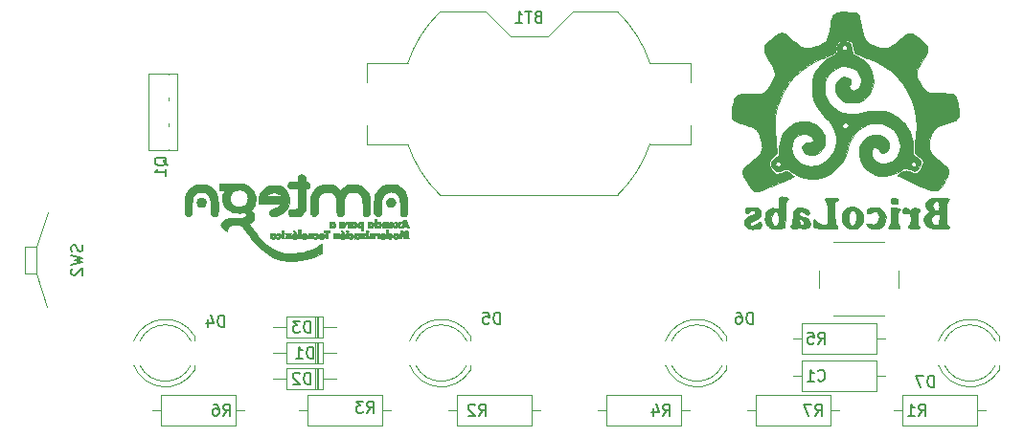
<source format=gbo>
G04 #@! TF.GenerationSoftware,KiCad,Pcbnew,(5.1.5-0-10_14)*
G04 #@! TF.CreationDate,2020-10-20T19:31:47+02:00*
G04 #@! TF.ProjectId,badge_2020,62616467-655f-4323-9032-302e6b696361,rev?*
G04 #@! TF.SameCoordinates,Original*
G04 #@! TF.FileFunction,Legend,Bot*
G04 #@! TF.FilePolarity,Positive*
%FSLAX46Y46*%
G04 Gerber Fmt 4.6, Leading zero omitted, Abs format (unit mm)*
G04 Created by KiCad (PCBNEW (5.1.5-0-10_14)) date 2020-10-20 19:31:47*
%MOMM*%
%LPD*%
G04 APERTURE LIST*
%ADD10C,0.010000*%
%ADD11C,0.120000*%
%ADD12C,0.150000*%
G04 APERTURE END LIST*
D10*
G36*
X199640480Y-107041347D02*
G01*
X199482771Y-107069649D01*
X199379212Y-107137099D01*
X199312886Y-107260288D01*
X199266874Y-107455807D01*
X199235980Y-107656626D01*
X199195990Y-107896484D01*
X199149280Y-108056413D01*
X199083633Y-108157933D01*
X198986827Y-108222565D01*
X198895090Y-108257030D01*
X198546682Y-108411312D01*
X198194648Y-108643743D01*
X197862131Y-108934462D01*
X197572277Y-109263606D01*
X197375394Y-109561145D01*
X197214160Y-109874197D01*
X197102342Y-110160395D01*
X197032001Y-110451989D01*
X196995196Y-110781231D01*
X196984099Y-111150400D01*
X196985213Y-111435472D01*
X196994632Y-111649928D01*
X197016314Y-111824660D01*
X197054217Y-111990558D01*
X197112300Y-112178513D01*
X197118056Y-112195783D01*
X197255199Y-112541799D01*
X197433619Y-112870110D01*
X197666536Y-113200634D01*
X197967171Y-113553289D01*
X198142957Y-113739945D01*
X198412482Y-114029903D01*
X198616906Y-114278903D01*
X198771038Y-114508730D01*
X198889687Y-114741171D01*
X198977230Y-114967282D01*
X199089034Y-115435659D01*
X199107963Y-115902942D01*
X199038969Y-116356562D01*
X198887003Y-116783948D01*
X198657015Y-117172531D01*
X198353959Y-117509741D01*
X197982785Y-117783008D01*
X197837163Y-117861482D01*
X197648130Y-117947671D01*
X197483407Y-118001174D01*
X197302567Y-118031432D01*
X197065182Y-118047888D01*
X197032969Y-118049300D01*
X196781061Y-118054721D01*
X196592480Y-118042968D01*
X196429746Y-118009545D01*
X196278670Y-117958832D01*
X196242248Y-117939988D01*
X194185358Y-117939988D01*
X194159410Y-118005018D01*
X194067191Y-118087133D01*
X193941905Y-118096994D01*
X193819555Y-118036857D01*
X193770335Y-117980643D01*
X193728650Y-117887831D01*
X193756644Y-117800243D01*
X193780153Y-117764743D01*
X193890254Y-117671704D01*
X194010570Y-117658385D01*
X194116354Y-117709110D01*
X194182865Y-117808203D01*
X194185358Y-117939988D01*
X196242248Y-117939988D01*
X195993589Y-117811337D01*
X195716534Y-117597633D01*
X195479408Y-117346103D01*
X195327314Y-117112462D01*
X195227194Y-116825992D01*
X195180968Y-116498098D01*
X195193365Y-116176270D01*
X195220623Y-116041229D01*
X195351015Y-115739989D01*
X195557643Y-115487122D01*
X195822305Y-115298468D01*
X196126801Y-115189867D01*
X196214625Y-115176195D01*
X196453706Y-115187640D01*
X196678495Y-115265856D01*
X196867576Y-115395821D01*
X196999534Y-115562514D01*
X197052956Y-115750910D01*
X197053200Y-115764457D01*
X197009628Y-115890749D01*
X196882605Y-115964895D01*
X196677676Y-115983767D01*
X196665556Y-115983207D01*
X196449468Y-115984884D01*
X196305221Y-116023937D01*
X196206663Y-116110912D01*
X196160421Y-116186907D01*
X196104528Y-116395609D01*
X196140049Y-116605858D01*
X196258804Y-116799114D01*
X196452615Y-116956834D01*
X196514647Y-116989905D01*
X196810401Y-117080747D01*
X197110341Y-117077407D01*
X197400063Y-116985586D01*
X197665162Y-116810988D01*
X197891234Y-116559313D01*
X197984143Y-116408200D01*
X198042940Y-116274640D01*
X198076972Y-116124020D01*
X198091882Y-115923716D01*
X198093991Y-115773200D01*
X198090590Y-115549834D01*
X198073708Y-115389273D01*
X198034457Y-115252824D01*
X197963949Y-115101795D01*
X197921469Y-115022110D01*
X197694829Y-114683505D01*
X197422849Y-114427679D01*
X197096435Y-114249363D01*
X196706494Y-114143288D01*
X196342000Y-114106872D01*
X195961487Y-114112969D01*
X195637954Y-114172607D01*
X195336225Y-114296550D01*
X195021123Y-114495561D01*
X194984378Y-114522319D01*
X194638235Y-114835715D01*
X194375610Y-115205365D01*
X194195862Y-115632610D01*
X194098350Y-116118790D01*
X194079535Y-116411937D01*
X194071448Y-116641534D01*
X194058654Y-116842356D01*
X194043224Y-116986378D01*
X194033586Y-117033794D01*
X193977421Y-117117849D01*
X193862201Y-117236193D01*
X193711852Y-117364493D01*
X193697394Y-117375713D01*
X193502376Y-117540296D01*
X193391322Y-117681362D01*
X193357861Y-117821892D01*
X193395621Y-117984869D01*
X193479954Y-118160050D01*
X193582352Y-118322345D01*
X193690736Y-118453987D01*
X193761919Y-118513328D01*
X193833978Y-118546121D01*
X193909825Y-118553202D01*
X194014825Y-118530509D01*
X194174343Y-118473979D01*
X194290073Y-118428749D01*
X194502714Y-118348412D01*
X194653051Y-118311701D01*
X194772523Y-118323068D01*
X194892571Y-118386965D01*
X195044635Y-118507844D01*
X195083909Y-118541167D01*
X195454153Y-118794371D01*
X195888219Y-118987159D01*
X196365186Y-119115161D01*
X196864134Y-119174009D01*
X197364141Y-119159334D01*
X197736660Y-119095192D01*
X198026220Y-118999092D01*
X198352191Y-118848786D01*
X198680010Y-118662767D01*
X198975110Y-118459525D01*
X199073106Y-118380237D01*
X199336869Y-118116827D01*
X199592368Y-117794082D01*
X199810020Y-117452005D01*
X199916485Y-117239831D01*
X199981355Y-117070642D01*
X200057520Y-116839312D01*
X200133249Y-116582653D01*
X200172173Y-116437386D01*
X200247433Y-116176607D01*
X200337222Y-115914376D01*
X200427386Y-115690358D01*
X200471272Y-115599194D01*
X200724640Y-115218061D01*
X201048130Y-114884947D01*
X201424355Y-114610782D01*
X201753494Y-114447414D01*
X200193450Y-114447414D01*
X200177679Y-114559485D01*
X200101200Y-114655600D01*
X199983629Y-114741922D01*
X199869568Y-114740942D01*
X199756904Y-114678119D01*
X199661877Y-114559498D01*
X199656791Y-114416382D01*
X199728074Y-114291300D01*
X199858544Y-114210332D01*
X200000860Y-114216080D01*
X200120499Y-114306798D01*
X200123720Y-114311303D01*
X200193450Y-114447414D01*
X201753494Y-114447414D01*
X201835928Y-114406498D01*
X202265459Y-114283026D01*
X202617827Y-114249749D01*
X203085888Y-114293115D01*
X203514811Y-114419618D01*
X203895513Y-114621263D01*
X204218911Y-114890055D01*
X204475922Y-115217999D01*
X204657463Y-115597099D01*
X204754450Y-116019360D01*
X204764961Y-116139722D01*
X204771317Y-116378671D01*
X204753513Y-116566210D01*
X204705012Y-116750989D01*
X204669305Y-116851928D01*
X204504592Y-117179063D01*
X204285383Y-117444649D01*
X204025432Y-117645996D01*
X203738491Y-117780410D01*
X203438315Y-117845199D01*
X203138657Y-117837671D01*
X202853271Y-117755135D01*
X202595911Y-117594897D01*
X202380331Y-117354265D01*
X202349361Y-117306044D01*
X202262508Y-117098292D01*
X202235830Y-116879007D01*
X202266073Y-116674648D01*
X202349986Y-116511673D01*
X202457411Y-116427085D01*
X202634064Y-116394931D01*
X202791881Y-116452582D01*
X202905428Y-116588458D01*
X202926371Y-116640615D01*
X203018078Y-116806176D01*
X203147512Y-116893012D01*
X203298426Y-116908472D01*
X203454573Y-116859909D01*
X203599704Y-116754673D01*
X203717574Y-116600116D01*
X203791934Y-116403590D01*
X203809411Y-116241076D01*
X203766005Y-115950141D01*
X203644502Y-115705616D01*
X203458785Y-115510765D01*
X203222742Y-115368854D01*
X202950257Y-115283147D01*
X202655217Y-115256911D01*
X202351508Y-115293410D01*
X202053015Y-115395908D01*
X201773624Y-115567673D01*
X201604517Y-115722613D01*
X201407627Y-115966471D01*
X201277604Y-116218187D01*
X201198065Y-116514195D01*
X201173093Y-116682002D01*
X201168840Y-117117278D01*
X201258423Y-117532505D01*
X201434436Y-117916160D01*
X201689472Y-118256723D01*
X202016126Y-118542670D01*
X202406992Y-118762481D01*
X202545675Y-118817421D01*
X202973343Y-118919104D01*
X203428428Y-118934360D01*
X203891159Y-118866735D01*
X204341762Y-118719777D01*
X204760466Y-118497035D01*
X204906336Y-118393841D01*
X205041836Y-118295925D01*
X205147282Y-118229773D01*
X205191076Y-118211600D01*
X205256866Y-118229204D01*
X205391448Y-118276039D01*
X205569467Y-118343137D01*
X205630091Y-118366879D01*
X205876234Y-118453955D01*
X206056538Y-118484652D01*
X206193453Y-118452873D01*
X206309425Y-118352517D01*
X206426904Y-118177485D01*
X206445516Y-118145334D01*
X206551421Y-117939988D01*
X206174158Y-117939988D01*
X206148210Y-118005018D01*
X206055991Y-118087133D01*
X205930705Y-118096994D01*
X205808355Y-118036857D01*
X205759135Y-117980643D01*
X205717450Y-117887831D01*
X205745444Y-117800243D01*
X205768953Y-117764743D01*
X205879054Y-117671704D01*
X205999370Y-117658385D01*
X206105154Y-117709110D01*
X206171665Y-117808203D01*
X206174158Y-117939988D01*
X206551421Y-117939988D01*
X206555930Y-117931246D01*
X206598530Y-117769984D01*
X206568528Y-117634684D01*
X206461134Y-117498481D01*
X206305930Y-117362348D01*
X206120625Y-117206839D01*
X205998156Y-117082181D01*
X205926128Y-116960414D01*
X205892145Y-116813578D01*
X205883814Y-116613716D01*
X205886835Y-116416991D01*
X205881590Y-116012820D01*
X205840724Y-115667602D01*
X205756436Y-115342572D01*
X205620924Y-114998964D01*
X205586107Y-114922707D01*
X205468655Y-114691683D01*
X205341828Y-114496345D01*
X205180834Y-114302627D01*
X204994187Y-114109402D01*
X204654779Y-113804881D01*
X204310939Y-113570579D01*
X203926396Y-113384326D01*
X203631800Y-113276658D01*
X203447020Y-113222105D01*
X203268365Y-113187043D01*
X203064497Y-113167673D01*
X202804076Y-113160199D01*
X202666600Y-113159697D01*
X202372878Y-113163769D01*
X202143238Y-113178588D01*
X201940332Y-113209083D01*
X201726809Y-113260186D01*
X201574400Y-113303878D01*
X201306764Y-113372822D01*
X201016855Y-113430659D01*
X200755507Y-113467683D01*
X200685400Y-113473602D01*
X200186141Y-113457779D01*
X199712936Y-113349039D01*
X199276702Y-113153708D01*
X198888357Y-112878113D01*
X198558820Y-112528580D01*
X198299009Y-112111435D01*
X198285113Y-112082799D01*
X198199089Y-111897130D01*
X198143817Y-111752198D01*
X198112516Y-111614812D01*
X198098403Y-111451782D01*
X198094697Y-111229917D01*
X198094600Y-111150400D01*
X198097518Y-110896473D01*
X198109674Y-110713279D01*
X198136174Y-110570035D01*
X198182126Y-110435959D01*
X198231552Y-110324765D01*
X198433939Y-109989494D01*
X198701872Y-109688348D01*
X199009665Y-109447335D01*
X199200904Y-109343263D01*
X199562507Y-109226401D01*
X199923136Y-109195702D01*
X200269279Y-109244496D01*
X200587425Y-109366110D01*
X200864065Y-109553875D01*
X201085687Y-109801117D01*
X201238780Y-110101167D01*
X201303659Y-110381550D01*
X201299181Y-110630629D01*
X201234554Y-110864359D01*
X201122669Y-111069701D01*
X200976416Y-111233619D01*
X200808686Y-111343074D01*
X200632372Y-111385028D01*
X200460362Y-111346444D01*
X200392499Y-111303083D01*
X200279455Y-111163647D01*
X200261830Y-110995862D01*
X200339367Y-110795964D01*
X200356000Y-110768106D01*
X200423515Y-110585468D01*
X200394519Y-110422577D01*
X200273462Y-110287806D01*
X200064794Y-110189528D01*
X200045426Y-110183773D01*
X199802198Y-110164367D01*
X199564513Y-110242029D01*
X199344686Y-110412451D01*
X199322008Y-110436804D01*
X199142991Y-110704527D01*
X199055104Y-110999928D01*
X199056999Y-111308602D01*
X199147334Y-111616141D01*
X199324764Y-111908136D01*
X199474596Y-112071902D01*
X199659593Y-112233756D01*
X199829008Y-112341759D01*
X200011982Y-112406197D01*
X200237653Y-112437358D01*
X200533000Y-112445527D01*
X200776694Y-112442880D01*
X200950630Y-112430703D01*
X201086587Y-112403110D01*
X201216342Y-112354213D01*
X201334654Y-112297007D01*
X201688029Y-112063898D01*
X201975516Y-111763752D01*
X202193030Y-111410172D01*
X202336488Y-111016762D01*
X202401805Y-110597126D01*
X202384894Y-110164868D01*
X202281673Y-109733590D01*
X202178845Y-109485541D01*
X201920721Y-109068171D01*
X201585001Y-108712135D01*
X201181787Y-108427471D01*
X201037882Y-108351990D01*
X200845831Y-108254950D01*
X200686748Y-108167024D01*
X200584751Y-108101875D01*
X200563743Y-108083437D01*
X200530820Y-108004292D01*
X200492760Y-107853931D01*
X200456820Y-107661977D01*
X200450528Y-107621223D01*
X200448161Y-107608240D01*
X200081533Y-107608240D01*
X200031214Y-107727095D01*
X199910647Y-107792207D01*
X199853567Y-107797600D01*
X199722005Y-107762825D01*
X199655935Y-107676506D01*
X199634520Y-107540886D01*
X199684078Y-107431051D01*
X199778791Y-107361225D01*
X199892841Y-107345631D01*
X200000410Y-107398495D01*
X200047002Y-107461050D01*
X200081533Y-107608240D01*
X200448161Y-107608240D01*
X200404386Y-107368144D01*
X200344410Y-107199847D01*
X200253949Y-107099554D01*
X200116348Y-107050487D01*
X199914954Y-107035868D01*
X199869261Y-107035600D01*
X199640480Y-107041347D01*
G37*
X199640480Y-107041347D02*
X199482771Y-107069649D01*
X199379212Y-107137099D01*
X199312886Y-107260288D01*
X199266874Y-107455807D01*
X199235980Y-107656626D01*
X199195990Y-107896484D01*
X199149280Y-108056413D01*
X199083633Y-108157933D01*
X198986827Y-108222565D01*
X198895090Y-108257030D01*
X198546682Y-108411312D01*
X198194648Y-108643743D01*
X197862131Y-108934462D01*
X197572277Y-109263606D01*
X197375394Y-109561145D01*
X197214160Y-109874197D01*
X197102342Y-110160395D01*
X197032001Y-110451989D01*
X196995196Y-110781231D01*
X196984099Y-111150400D01*
X196985213Y-111435472D01*
X196994632Y-111649928D01*
X197016314Y-111824660D01*
X197054217Y-111990558D01*
X197112300Y-112178513D01*
X197118056Y-112195783D01*
X197255199Y-112541799D01*
X197433619Y-112870110D01*
X197666536Y-113200634D01*
X197967171Y-113553289D01*
X198142957Y-113739945D01*
X198412482Y-114029903D01*
X198616906Y-114278903D01*
X198771038Y-114508730D01*
X198889687Y-114741171D01*
X198977230Y-114967282D01*
X199089034Y-115435659D01*
X199107963Y-115902942D01*
X199038969Y-116356562D01*
X198887003Y-116783948D01*
X198657015Y-117172531D01*
X198353959Y-117509741D01*
X197982785Y-117783008D01*
X197837163Y-117861482D01*
X197648130Y-117947671D01*
X197483407Y-118001174D01*
X197302567Y-118031432D01*
X197065182Y-118047888D01*
X197032969Y-118049300D01*
X196781061Y-118054721D01*
X196592480Y-118042968D01*
X196429746Y-118009545D01*
X196278670Y-117958832D01*
X196242248Y-117939988D01*
X194185358Y-117939988D01*
X194159410Y-118005018D01*
X194067191Y-118087133D01*
X193941905Y-118096994D01*
X193819555Y-118036857D01*
X193770335Y-117980643D01*
X193728650Y-117887831D01*
X193756644Y-117800243D01*
X193780153Y-117764743D01*
X193890254Y-117671704D01*
X194010570Y-117658385D01*
X194116354Y-117709110D01*
X194182865Y-117808203D01*
X194185358Y-117939988D01*
X196242248Y-117939988D01*
X195993589Y-117811337D01*
X195716534Y-117597633D01*
X195479408Y-117346103D01*
X195327314Y-117112462D01*
X195227194Y-116825992D01*
X195180968Y-116498098D01*
X195193365Y-116176270D01*
X195220623Y-116041229D01*
X195351015Y-115739989D01*
X195557643Y-115487122D01*
X195822305Y-115298468D01*
X196126801Y-115189867D01*
X196214625Y-115176195D01*
X196453706Y-115187640D01*
X196678495Y-115265856D01*
X196867576Y-115395821D01*
X196999534Y-115562514D01*
X197052956Y-115750910D01*
X197053200Y-115764457D01*
X197009628Y-115890749D01*
X196882605Y-115964895D01*
X196677676Y-115983767D01*
X196665556Y-115983207D01*
X196449468Y-115984884D01*
X196305221Y-116023937D01*
X196206663Y-116110912D01*
X196160421Y-116186907D01*
X196104528Y-116395609D01*
X196140049Y-116605858D01*
X196258804Y-116799114D01*
X196452615Y-116956834D01*
X196514647Y-116989905D01*
X196810401Y-117080747D01*
X197110341Y-117077407D01*
X197400063Y-116985586D01*
X197665162Y-116810988D01*
X197891234Y-116559313D01*
X197984143Y-116408200D01*
X198042940Y-116274640D01*
X198076972Y-116124020D01*
X198091882Y-115923716D01*
X198093991Y-115773200D01*
X198090590Y-115549834D01*
X198073708Y-115389273D01*
X198034457Y-115252824D01*
X197963949Y-115101795D01*
X197921469Y-115022110D01*
X197694829Y-114683505D01*
X197422849Y-114427679D01*
X197096435Y-114249363D01*
X196706494Y-114143288D01*
X196342000Y-114106872D01*
X195961487Y-114112969D01*
X195637954Y-114172607D01*
X195336225Y-114296550D01*
X195021123Y-114495561D01*
X194984378Y-114522319D01*
X194638235Y-114835715D01*
X194375610Y-115205365D01*
X194195862Y-115632610D01*
X194098350Y-116118790D01*
X194079535Y-116411937D01*
X194071448Y-116641534D01*
X194058654Y-116842356D01*
X194043224Y-116986378D01*
X194033586Y-117033794D01*
X193977421Y-117117849D01*
X193862201Y-117236193D01*
X193711852Y-117364493D01*
X193697394Y-117375713D01*
X193502376Y-117540296D01*
X193391322Y-117681362D01*
X193357861Y-117821892D01*
X193395621Y-117984869D01*
X193479954Y-118160050D01*
X193582352Y-118322345D01*
X193690736Y-118453987D01*
X193761919Y-118513328D01*
X193833978Y-118546121D01*
X193909825Y-118553202D01*
X194014825Y-118530509D01*
X194174343Y-118473979D01*
X194290073Y-118428749D01*
X194502714Y-118348412D01*
X194653051Y-118311701D01*
X194772523Y-118323068D01*
X194892571Y-118386965D01*
X195044635Y-118507844D01*
X195083909Y-118541167D01*
X195454153Y-118794371D01*
X195888219Y-118987159D01*
X196365186Y-119115161D01*
X196864134Y-119174009D01*
X197364141Y-119159334D01*
X197736660Y-119095192D01*
X198026220Y-118999092D01*
X198352191Y-118848786D01*
X198680010Y-118662767D01*
X198975110Y-118459525D01*
X199073106Y-118380237D01*
X199336869Y-118116827D01*
X199592368Y-117794082D01*
X199810020Y-117452005D01*
X199916485Y-117239831D01*
X199981355Y-117070642D01*
X200057520Y-116839312D01*
X200133249Y-116582653D01*
X200172173Y-116437386D01*
X200247433Y-116176607D01*
X200337222Y-115914376D01*
X200427386Y-115690358D01*
X200471272Y-115599194D01*
X200724640Y-115218061D01*
X201048130Y-114884947D01*
X201424355Y-114610782D01*
X201753494Y-114447414D01*
X200193450Y-114447414D01*
X200177679Y-114559485D01*
X200101200Y-114655600D01*
X199983629Y-114741922D01*
X199869568Y-114740942D01*
X199756904Y-114678119D01*
X199661877Y-114559498D01*
X199656791Y-114416382D01*
X199728074Y-114291300D01*
X199858544Y-114210332D01*
X200000860Y-114216080D01*
X200120499Y-114306798D01*
X200123720Y-114311303D01*
X200193450Y-114447414D01*
X201753494Y-114447414D01*
X201835928Y-114406498D01*
X202265459Y-114283026D01*
X202617827Y-114249749D01*
X203085888Y-114293115D01*
X203514811Y-114419618D01*
X203895513Y-114621263D01*
X204218911Y-114890055D01*
X204475922Y-115217999D01*
X204657463Y-115597099D01*
X204754450Y-116019360D01*
X204764961Y-116139722D01*
X204771317Y-116378671D01*
X204753513Y-116566210D01*
X204705012Y-116750989D01*
X204669305Y-116851928D01*
X204504592Y-117179063D01*
X204285383Y-117444649D01*
X204025432Y-117645996D01*
X203738491Y-117780410D01*
X203438315Y-117845199D01*
X203138657Y-117837671D01*
X202853271Y-117755135D01*
X202595911Y-117594897D01*
X202380331Y-117354265D01*
X202349361Y-117306044D01*
X202262508Y-117098292D01*
X202235830Y-116879007D01*
X202266073Y-116674648D01*
X202349986Y-116511673D01*
X202457411Y-116427085D01*
X202634064Y-116394931D01*
X202791881Y-116452582D01*
X202905428Y-116588458D01*
X202926371Y-116640615D01*
X203018078Y-116806176D01*
X203147512Y-116893012D01*
X203298426Y-116908472D01*
X203454573Y-116859909D01*
X203599704Y-116754673D01*
X203717574Y-116600116D01*
X203791934Y-116403590D01*
X203809411Y-116241076D01*
X203766005Y-115950141D01*
X203644502Y-115705616D01*
X203458785Y-115510765D01*
X203222742Y-115368854D01*
X202950257Y-115283147D01*
X202655217Y-115256911D01*
X202351508Y-115293410D01*
X202053015Y-115395908D01*
X201773624Y-115567673D01*
X201604517Y-115722613D01*
X201407627Y-115966471D01*
X201277604Y-116218187D01*
X201198065Y-116514195D01*
X201173093Y-116682002D01*
X201168840Y-117117278D01*
X201258423Y-117532505D01*
X201434436Y-117916160D01*
X201689472Y-118256723D01*
X202016126Y-118542670D01*
X202406992Y-118762481D01*
X202545675Y-118817421D01*
X202973343Y-118919104D01*
X203428428Y-118934360D01*
X203891159Y-118866735D01*
X204341762Y-118719777D01*
X204760466Y-118497035D01*
X204906336Y-118393841D01*
X205041836Y-118295925D01*
X205147282Y-118229773D01*
X205191076Y-118211600D01*
X205256866Y-118229204D01*
X205391448Y-118276039D01*
X205569467Y-118343137D01*
X205630091Y-118366879D01*
X205876234Y-118453955D01*
X206056538Y-118484652D01*
X206193453Y-118452873D01*
X206309425Y-118352517D01*
X206426904Y-118177485D01*
X206445516Y-118145334D01*
X206551421Y-117939988D01*
X206174158Y-117939988D01*
X206148210Y-118005018D01*
X206055991Y-118087133D01*
X205930705Y-118096994D01*
X205808355Y-118036857D01*
X205759135Y-117980643D01*
X205717450Y-117887831D01*
X205745444Y-117800243D01*
X205768953Y-117764743D01*
X205879054Y-117671704D01*
X205999370Y-117658385D01*
X206105154Y-117709110D01*
X206171665Y-117808203D01*
X206174158Y-117939988D01*
X206551421Y-117939988D01*
X206555930Y-117931246D01*
X206598530Y-117769984D01*
X206568528Y-117634684D01*
X206461134Y-117498481D01*
X206305930Y-117362348D01*
X206120625Y-117206839D01*
X205998156Y-117082181D01*
X205926128Y-116960414D01*
X205892145Y-116813578D01*
X205883814Y-116613716D01*
X205886835Y-116416991D01*
X205881590Y-116012820D01*
X205840724Y-115667602D01*
X205756436Y-115342572D01*
X205620924Y-114998964D01*
X205586107Y-114922707D01*
X205468655Y-114691683D01*
X205341828Y-114496345D01*
X205180834Y-114302627D01*
X204994187Y-114109402D01*
X204654779Y-113804881D01*
X204310939Y-113570579D01*
X203926396Y-113384326D01*
X203631800Y-113276658D01*
X203447020Y-113222105D01*
X203268365Y-113187043D01*
X203064497Y-113167673D01*
X202804076Y-113160199D01*
X202666600Y-113159697D01*
X202372878Y-113163769D01*
X202143238Y-113178588D01*
X201940332Y-113209083D01*
X201726809Y-113260186D01*
X201574400Y-113303878D01*
X201306764Y-113372822D01*
X201016855Y-113430659D01*
X200755507Y-113467683D01*
X200685400Y-113473602D01*
X200186141Y-113457779D01*
X199712936Y-113349039D01*
X199276702Y-113153708D01*
X198888357Y-112878113D01*
X198558820Y-112528580D01*
X198299009Y-112111435D01*
X198285113Y-112082799D01*
X198199089Y-111897130D01*
X198143817Y-111752198D01*
X198112516Y-111614812D01*
X198098403Y-111451782D01*
X198094697Y-111229917D01*
X198094600Y-111150400D01*
X198097518Y-110896473D01*
X198109674Y-110713279D01*
X198136174Y-110570035D01*
X198182126Y-110435959D01*
X198231552Y-110324765D01*
X198433939Y-109989494D01*
X198701872Y-109688348D01*
X199009665Y-109447335D01*
X199200904Y-109343263D01*
X199562507Y-109226401D01*
X199923136Y-109195702D01*
X200269279Y-109244496D01*
X200587425Y-109366110D01*
X200864065Y-109553875D01*
X201085687Y-109801117D01*
X201238780Y-110101167D01*
X201303659Y-110381550D01*
X201299181Y-110630629D01*
X201234554Y-110864359D01*
X201122669Y-111069701D01*
X200976416Y-111233619D01*
X200808686Y-111343074D01*
X200632372Y-111385028D01*
X200460362Y-111346444D01*
X200392499Y-111303083D01*
X200279455Y-111163647D01*
X200261830Y-110995862D01*
X200339367Y-110795964D01*
X200356000Y-110768106D01*
X200423515Y-110585468D01*
X200394519Y-110422577D01*
X200273462Y-110287806D01*
X200064794Y-110189528D01*
X200045426Y-110183773D01*
X199802198Y-110164367D01*
X199564513Y-110242029D01*
X199344686Y-110412451D01*
X199322008Y-110436804D01*
X199142991Y-110704527D01*
X199055104Y-110999928D01*
X199056999Y-111308602D01*
X199147334Y-111616141D01*
X199324764Y-111908136D01*
X199474596Y-112071902D01*
X199659593Y-112233756D01*
X199829008Y-112341759D01*
X200011982Y-112406197D01*
X200237653Y-112437358D01*
X200533000Y-112445527D01*
X200776694Y-112442880D01*
X200950630Y-112430703D01*
X201086587Y-112403110D01*
X201216342Y-112354213D01*
X201334654Y-112297007D01*
X201688029Y-112063898D01*
X201975516Y-111763752D01*
X202193030Y-111410172D01*
X202336488Y-111016762D01*
X202401805Y-110597126D01*
X202384894Y-110164868D01*
X202281673Y-109733590D01*
X202178845Y-109485541D01*
X201920721Y-109068171D01*
X201585001Y-108712135D01*
X201181787Y-108427471D01*
X201037882Y-108351990D01*
X200845831Y-108254950D01*
X200686748Y-108167024D01*
X200584751Y-108101875D01*
X200563743Y-108083437D01*
X200530820Y-108004292D01*
X200492760Y-107853931D01*
X200456820Y-107661977D01*
X200450528Y-107621223D01*
X200448161Y-107608240D01*
X200081533Y-107608240D01*
X200031214Y-107727095D01*
X199910647Y-107792207D01*
X199853567Y-107797600D01*
X199722005Y-107762825D01*
X199655935Y-107676506D01*
X199634520Y-107540886D01*
X199684078Y-107431051D01*
X199778791Y-107361225D01*
X199892841Y-107345631D01*
X200000410Y-107398495D01*
X200047002Y-107461050D01*
X200081533Y-107608240D01*
X200448161Y-107608240D01*
X200404386Y-107368144D01*
X200344410Y-107199847D01*
X200253949Y-107099554D01*
X200116348Y-107050487D01*
X199914954Y-107035868D01*
X199869261Y-107035600D01*
X199640480Y-107041347D01*
G36*
X199328989Y-104420403D02*
G01*
X199154189Y-104458502D01*
X199017991Y-104520307D01*
X198922022Y-104592031D01*
X198865729Y-104646754D01*
X198820710Y-104707832D01*
X198782224Y-104790873D01*
X198745532Y-104911483D01*
X198705892Y-105085269D01*
X198658565Y-105327838D01*
X198598810Y-105654796D01*
X198598222Y-105658051D01*
X198516657Y-106084616D01*
X198436725Y-106424068D01*
X198348611Y-106690250D01*
X198242499Y-106897002D01*
X198108576Y-107058166D01*
X197937025Y-107187584D01*
X197718032Y-107299095D01*
X197441783Y-107406543D01*
X197330802Y-107445389D01*
X196915549Y-107559894D01*
X196545546Y-107603914D01*
X196231039Y-107576747D01*
X196084809Y-107530948D01*
X195981768Y-107469893D01*
X195823468Y-107354469D01*
X195629020Y-107199528D01*
X195417537Y-107019921D01*
X195348209Y-106958610D01*
X195079859Y-106721520D01*
X194871289Y-106545625D01*
X194708684Y-106422071D01*
X194578230Y-106342007D01*
X194466113Y-106296579D01*
X194358519Y-106276937D01*
X194279522Y-106273789D01*
X194166676Y-106283887D01*
X194050208Y-106320205D01*
X193916055Y-106391462D01*
X193750153Y-106506378D01*
X193538440Y-106673672D01*
X193268600Y-106900567D01*
X193045178Y-107099195D01*
X192892528Y-107257613D01*
X192798290Y-107394017D01*
X192750104Y-107526603D01*
X192735608Y-107673568D01*
X192735535Y-107685323D01*
X192745986Y-107818772D01*
X192782776Y-107960219D01*
X192853438Y-108125978D01*
X192965504Y-108332367D01*
X193126507Y-108595700D01*
X193231691Y-108759969D01*
X193434877Y-109086326D01*
X193577259Y-109353794D01*
X193661685Y-109582672D01*
X193691008Y-109793260D01*
X193668076Y-110005856D01*
X193595740Y-110240759D01*
X193478175Y-110515400D01*
X193304317Y-110866618D01*
X193142667Y-111134355D01*
X192981771Y-111333939D01*
X192810176Y-111480693D01*
X192710619Y-111542493D01*
X192620054Y-111591366D01*
X192538781Y-111627429D01*
X192449872Y-111652630D01*
X192336399Y-111668914D01*
X192181436Y-111678229D01*
X191968054Y-111682521D01*
X191679325Y-111683737D01*
X191481904Y-111683800D01*
X191141613Y-111684482D01*
X190887412Y-111687512D01*
X190703795Y-111694363D01*
X190575254Y-111706507D01*
X190486285Y-111725417D01*
X190421380Y-111752567D01*
X190365033Y-111789430D01*
X190364304Y-111789968D01*
X190251099Y-111892130D01*
X190165344Y-112020888D01*
X190096882Y-112198487D01*
X190035555Y-112447172D01*
X190013155Y-112558973D01*
X189936587Y-112973771D01*
X189890009Y-113303407D01*
X189881353Y-113561896D01*
X189918553Y-113763255D01*
X190009542Y-113921497D01*
X190162251Y-114050640D01*
X190384615Y-114164697D01*
X190684565Y-114277684D01*
X191054444Y-114398655D01*
X191353078Y-114494532D01*
X191572515Y-114568858D01*
X191730526Y-114630407D01*
X191844882Y-114687952D01*
X191933357Y-114750264D01*
X192013721Y-114826118D01*
X192091392Y-114910533D01*
X192196349Y-115033997D01*
X192272440Y-115147843D01*
X192331779Y-115279097D01*
X192386479Y-115454781D01*
X192448653Y-115701922D01*
X192451553Y-115714039D01*
X192517537Y-115998295D01*
X192558020Y-116207178D01*
X192573221Y-116363604D01*
X192563356Y-116490491D01*
X192528644Y-116610755D01*
X192469303Y-116747315D01*
X192461525Y-116763800D01*
X192398177Y-116885815D01*
X192324159Y-116997373D01*
X192226653Y-117111330D01*
X192092839Y-117240540D01*
X191909899Y-117397860D01*
X191665014Y-117596145D01*
X191506245Y-117721833D01*
X191308117Y-117881985D01*
X191134101Y-118030064D01*
X191003161Y-118149446D01*
X190934745Y-118222811D01*
X190883327Y-118352099D01*
X190857094Y-118535982D01*
X190855600Y-118591914D01*
X190861264Y-118705722D01*
X190883660Y-118816247D01*
X190930897Y-118943300D01*
X191011086Y-119106695D01*
X191132334Y-119326244D01*
X191215503Y-119471259D01*
X191396912Y-119775756D01*
X191554729Y-120004962D01*
X191704557Y-120163186D01*
X191862003Y-120254735D01*
X192042669Y-120283918D01*
X192262162Y-120255042D01*
X192536086Y-120172414D01*
X192880045Y-120040344D01*
X193040000Y-119974939D01*
X193582473Y-119750963D01*
X194037706Y-119562289D01*
X194412572Y-119405943D01*
X194713945Y-119278949D01*
X194948699Y-119178333D01*
X195123707Y-119101120D01*
X195245843Y-119044335D01*
X195321981Y-119005004D01*
X195358994Y-118980150D01*
X195365045Y-118968670D01*
X195312465Y-118909814D01*
X195200657Y-118818499D01*
X195057401Y-118714126D01*
X194910478Y-118616095D01*
X194787668Y-118543807D01*
X194717768Y-118516635D01*
X194632444Y-118535261D01*
X194487354Y-118583557D01*
X194335400Y-118642429D01*
X194147228Y-118709671D01*
X193970795Y-118755714D01*
X193867393Y-118769194D01*
X193774507Y-118759717D01*
X193696220Y-118717529D01*
X193610361Y-118624375D01*
X193495383Y-118462923D01*
X193311164Y-118168719D01*
X193198508Y-117934824D01*
X193158839Y-117764511D01*
X193166187Y-117706164D01*
X193214195Y-117632857D01*
X193319235Y-117511277D01*
X193463245Y-117361588D01*
X193554133Y-117273045D01*
X193718902Y-117114028D01*
X193821655Y-117004027D01*
X193874785Y-116922878D01*
X193890683Y-116850414D01*
X193881740Y-116766472D01*
X193877971Y-116746052D01*
X193850422Y-116558882D01*
X193821564Y-116289887D01*
X193792898Y-115958803D01*
X193765926Y-115585368D01*
X193742149Y-115189317D01*
X193723069Y-114790386D01*
X193716886Y-114628686D01*
X193711808Y-114117227D01*
X193738611Y-113668246D01*
X193801905Y-113246351D01*
X193906301Y-112816148D01*
X193987976Y-112547400D01*
X194115106Y-112208312D01*
X194287315Y-111826564D01*
X194487011Y-111436305D01*
X194696605Y-111071686D01*
X194898504Y-110766856D01*
X194920405Y-110737216D01*
X195418249Y-110154468D01*
X195991750Y-109628392D01*
X196625699Y-109170214D01*
X197304885Y-108791155D01*
X197891400Y-108544904D01*
X198051014Y-108482534D01*
X198252951Y-108396457D01*
X198472661Y-108298028D01*
X198685592Y-108198601D01*
X198867191Y-108109533D01*
X198992906Y-108042178D01*
X199028970Y-108018788D01*
X199045922Y-107964994D01*
X199073728Y-107835224D01*
X199107326Y-107653848D01*
X199119482Y-107582897D01*
X199173423Y-107315551D01*
X199242060Y-107133099D01*
X199344260Y-107019677D01*
X199498889Y-106959422D01*
X199724814Y-106936471D01*
X199891254Y-106934000D01*
X200146079Y-106940385D01*
X200324238Y-106970385D01*
X200444885Y-107040267D01*
X200527168Y-107166296D01*
X200590240Y-107364740D01*
X200635456Y-107566104D01*
X200727580Y-108005089D01*
X201087490Y-108186074D01*
X201312824Y-108289829D01*
X201584082Y-108400924D01*
X201849605Y-108498426D01*
X201899197Y-108515017D01*
X202631939Y-108807105D01*
X203313652Y-109183652D01*
X203938531Y-109638136D01*
X204500772Y-110164036D01*
X204994571Y-110754832D01*
X205414124Y-111404002D01*
X205753626Y-112105025D01*
X206007273Y-112851380D01*
X206098778Y-113233200D01*
X206154160Y-113575830D01*
X206192132Y-113968747D01*
X206211925Y-114381940D01*
X206212773Y-114785398D01*
X206193907Y-115149110D01*
X206155242Y-115439629D01*
X206130675Y-115617047D01*
X206111024Y-115860316D01*
X206098662Y-116133723D01*
X206095600Y-116337390D01*
X206095600Y-116933721D01*
X206361428Y-117166260D01*
X206498953Y-117282151D01*
X206607443Y-117365464D01*
X206664129Y-117398755D01*
X206664923Y-117398800D01*
X206710873Y-117439354D01*
X206774782Y-117538973D01*
X206785460Y-117559049D01*
X206822408Y-117637633D01*
X206835385Y-117706891D01*
X206819040Y-117790617D01*
X206768021Y-117912604D01*
X206676977Y-118096646D01*
X206654618Y-118140779D01*
X206545912Y-118337629D01*
X206436869Y-118505796D01*
X206345089Y-118619159D01*
X206315040Y-118644730D01*
X206246647Y-118683076D01*
X206176358Y-118696963D01*
X206078510Y-118684058D01*
X205927440Y-118642026D01*
X205783650Y-118596401D01*
X205583408Y-118535553D01*
X205410693Y-118489779D01*
X205295599Y-118466861D01*
X205277777Y-118465600D01*
X205196264Y-118488512D01*
X205062648Y-118547676D01*
X204903270Y-118628737D01*
X204744466Y-118717335D01*
X204612575Y-118799113D01*
X204533934Y-118859715D01*
X204522831Y-118877136D01*
X204564673Y-118911010D01*
X204677055Y-118972404D01*
X204837066Y-119048963D01*
X204863700Y-119060964D01*
X205417225Y-119308376D01*
X205886014Y-119517610D01*
X206278098Y-119691931D01*
X206601505Y-119834605D01*
X206864264Y-119948896D01*
X207074404Y-120038069D01*
X207239954Y-120105388D01*
X207368943Y-120154118D01*
X207469399Y-120187525D01*
X207549353Y-120208872D01*
X207616833Y-120221425D01*
X207679867Y-120228449D01*
X207746486Y-120233207D01*
X207746600Y-120233214D01*
X207911711Y-120236454D01*
X208046974Y-120213985D01*
X208166262Y-120154270D01*
X208283450Y-120045771D01*
X208412412Y-119876947D01*
X208567023Y-119636261D01*
X208670599Y-119464747D01*
X208817562Y-119212580D01*
X208917706Y-119022702D01*
X208980491Y-118872817D01*
X209015381Y-118740627D01*
X209030970Y-118615570D01*
X209035103Y-118478995D01*
X209017633Y-118361128D01*
X208968578Y-118248702D01*
X208877956Y-118128443D01*
X208735784Y-117987083D01*
X208532081Y-117811351D01*
X208259719Y-117590262D01*
X208016167Y-117393417D01*
X207837514Y-117242258D01*
X207708213Y-117120419D01*
X207612714Y-117011533D01*
X207535470Y-116899232D01*
X207460932Y-116767150D01*
X207439993Y-116727388D01*
X207357495Y-116481665D01*
X207324782Y-116177436D01*
X207339808Y-115843580D01*
X207400530Y-115508976D01*
X207504900Y-115202505D01*
X207555228Y-115100076D01*
X207656713Y-114932809D01*
X207769294Y-114796441D01*
X207908930Y-114681013D01*
X208091576Y-114576563D01*
X208333191Y-114473130D01*
X208649731Y-114360752D01*
X208838688Y-114298867D01*
X209110245Y-114209211D01*
X209351315Y-114125391D01*
X209543566Y-114054111D01*
X209668668Y-114002073D01*
X209704732Y-113982202D01*
X209819718Y-113869084D01*
X209898058Y-113735423D01*
X209941360Y-113566598D01*
X209951231Y-113347989D01*
X209929279Y-113064977D01*
X209877112Y-112702941D01*
X209857926Y-112588997D01*
X209802950Y-112289434D01*
X209745152Y-112057975D01*
X209671384Y-111885846D01*
X209568501Y-111764275D01*
X209423357Y-111684486D01*
X209222805Y-111637707D01*
X208953699Y-111615164D01*
X208602893Y-111608084D01*
X208387430Y-111607600D01*
X208066697Y-111604593D01*
X207781749Y-111596180D01*
X207550397Y-111583270D01*
X207390451Y-111566770D01*
X207330808Y-111553684D01*
X207160480Y-111452348D01*
X206966955Y-111276973D01*
X206766537Y-111047128D01*
X206575531Y-110782378D01*
X206410243Y-110502291D01*
X206347089Y-110373146D01*
X206279162Y-110145357D01*
X206251216Y-109877109D01*
X206264672Y-109613250D01*
X206316521Y-109408868D01*
X206371164Y-109301641D01*
X206467943Y-109133595D01*
X206592759Y-108928527D01*
X206719605Y-108728590D01*
X206900979Y-108446083D01*
X207032833Y-108232255D01*
X207122261Y-108071418D01*
X207176356Y-107947886D01*
X207202212Y-107845971D01*
X207206923Y-107749987D01*
X207200125Y-107665970D01*
X207179419Y-107545143D01*
X207139291Y-107436419D01*
X207068193Y-107325309D01*
X206954577Y-107197326D01*
X206786892Y-107037981D01*
X206553591Y-106832787D01*
X206497447Y-106784461D01*
X206221304Y-106559833D01*
X205995371Y-106406943D01*
X205805453Y-106318953D01*
X205637354Y-106289023D01*
X205500604Y-106304224D01*
X205417565Y-106330318D01*
X205326746Y-106375412D01*
X205215153Y-106448997D01*
X205069791Y-106560565D01*
X204877667Y-106719609D01*
X204625786Y-106935622D01*
X204569689Y-106984245D01*
X204298964Y-107213170D01*
X204081556Y-107379453D01*
X203899114Y-107492466D01*
X203733287Y-107561582D01*
X203565726Y-107596175D01*
X203378078Y-107605618D01*
X203353390Y-107605506D01*
X203037731Y-107574095D01*
X202693266Y-107493019D01*
X202358122Y-107374414D01*
X202070426Y-107230418D01*
X201974718Y-107166623D01*
X201852489Y-107065771D01*
X201751260Y-106952508D01*
X201665038Y-106812469D01*
X201587832Y-106631289D01*
X201513648Y-106394604D01*
X201436493Y-106088049D01*
X201350376Y-105697260D01*
X201338781Y-105642240D01*
X201261899Y-105276175D01*
X201197405Y-104996582D01*
X201134103Y-104791109D01*
X201060796Y-104647403D01*
X200966286Y-104553112D01*
X200839378Y-104495883D01*
X200668875Y-104463363D01*
X200443579Y-104443201D01*
X200239295Y-104429271D01*
X199856112Y-104407694D01*
X199557820Y-104404103D01*
X199328989Y-104420403D01*
G37*
X199328989Y-104420403D02*
X199154189Y-104458502D01*
X199017991Y-104520307D01*
X198922022Y-104592031D01*
X198865729Y-104646754D01*
X198820710Y-104707832D01*
X198782224Y-104790873D01*
X198745532Y-104911483D01*
X198705892Y-105085269D01*
X198658565Y-105327838D01*
X198598810Y-105654796D01*
X198598222Y-105658051D01*
X198516657Y-106084616D01*
X198436725Y-106424068D01*
X198348611Y-106690250D01*
X198242499Y-106897002D01*
X198108576Y-107058166D01*
X197937025Y-107187584D01*
X197718032Y-107299095D01*
X197441783Y-107406543D01*
X197330802Y-107445389D01*
X196915549Y-107559894D01*
X196545546Y-107603914D01*
X196231039Y-107576747D01*
X196084809Y-107530948D01*
X195981768Y-107469893D01*
X195823468Y-107354469D01*
X195629020Y-107199528D01*
X195417537Y-107019921D01*
X195348209Y-106958610D01*
X195079859Y-106721520D01*
X194871289Y-106545625D01*
X194708684Y-106422071D01*
X194578230Y-106342007D01*
X194466113Y-106296579D01*
X194358519Y-106276937D01*
X194279522Y-106273789D01*
X194166676Y-106283887D01*
X194050208Y-106320205D01*
X193916055Y-106391462D01*
X193750153Y-106506378D01*
X193538440Y-106673672D01*
X193268600Y-106900567D01*
X193045178Y-107099195D01*
X192892528Y-107257613D01*
X192798290Y-107394017D01*
X192750104Y-107526603D01*
X192735608Y-107673568D01*
X192735535Y-107685323D01*
X192745986Y-107818772D01*
X192782776Y-107960219D01*
X192853438Y-108125978D01*
X192965504Y-108332367D01*
X193126507Y-108595700D01*
X193231691Y-108759969D01*
X193434877Y-109086326D01*
X193577259Y-109353794D01*
X193661685Y-109582672D01*
X193691008Y-109793260D01*
X193668076Y-110005856D01*
X193595740Y-110240759D01*
X193478175Y-110515400D01*
X193304317Y-110866618D01*
X193142667Y-111134355D01*
X192981771Y-111333939D01*
X192810176Y-111480693D01*
X192710619Y-111542493D01*
X192620054Y-111591366D01*
X192538781Y-111627429D01*
X192449872Y-111652630D01*
X192336399Y-111668914D01*
X192181436Y-111678229D01*
X191968054Y-111682521D01*
X191679325Y-111683737D01*
X191481904Y-111683800D01*
X191141613Y-111684482D01*
X190887412Y-111687512D01*
X190703795Y-111694363D01*
X190575254Y-111706507D01*
X190486285Y-111725417D01*
X190421380Y-111752567D01*
X190365033Y-111789430D01*
X190364304Y-111789968D01*
X190251099Y-111892130D01*
X190165344Y-112020888D01*
X190096882Y-112198487D01*
X190035555Y-112447172D01*
X190013155Y-112558973D01*
X189936587Y-112973771D01*
X189890009Y-113303407D01*
X189881353Y-113561896D01*
X189918553Y-113763255D01*
X190009542Y-113921497D01*
X190162251Y-114050640D01*
X190384615Y-114164697D01*
X190684565Y-114277684D01*
X191054444Y-114398655D01*
X191353078Y-114494532D01*
X191572515Y-114568858D01*
X191730526Y-114630407D01*
X191844882Y-114687952D01*
X191933357Y-114750264D01*
X192013721Y-114826118D01*
X192091392Y-114910533D01*
X192196349Y-115033997D01*
X192272440Y-115147843D01*
X192331779Y-115279097D01*
X192386479Y-115454781D01*
X192448653Y-115701922D01*
X192451553Y-115714039D01*
X192517537Y-115998295D01*
X192558020Y-116207178D01*
X192573221Y-116363604D01*
X192563356Y-116490491D01*
X192528644Y-116610755D01*
X192469303Y-116747315D01*
X192461525Y-116763800D01*
X192398177Y-116885815D01*
X192324159Y-116997373D01*
X192226653Y-117111330D01*
X192092839Y-117240540D01*
X191909899Y-117397860D01*
X191665014Y-117596145D01*
X191506245Y-117721833D01*
X191308117Y-117881985D01*
X191134101Y-118030064D01*
X191003161Y-118149446D01*
X190934745Y-118222811D01*
X190883327Y-118352099D01*
X190857094Y-118535982D01*
X190855600Y-118591914D01*
X190861264Y-118705722D01*
X190883660Y-118816247D01*
X190930897Y-118943300D01*
X191011086Y-119106695D01*
X191132334Y-119326244D01*
X191215503Y-119471259D01*
X191396912Y-119775756D01*
X191554729Y-120004962D01*
X191704557Y-120163186D01*
X191862003Y-120254735D01*
X192042669Y-120283918D01*
X192262162Y-120255042D01*
X192536086Y-120172414D01*
X192880045Y-120040344D01*
X193040000Y-119974939D01*
X193582473Y-119750963D01*
X194037706Y-119562289D01*
X194412572Y-119405943D01*
X194713945Y-119278949D01*
X194948699Y-119178333D01*
X195123707Y-119101120D01*
X195245843Y-119044335D01*
X195321981Y-119005004D01*
X195358994Y-118980150D01*
X195365045Y-118968670D01*
X195312465Y-118909814D01*
X195200657Y-118818499D01*
X195057401Y-118714126D01*
X194910478Y-118616095D01*
X194787668Y-118543807D01*
X194717768Y-118516635D01*
X194632444Y-118535261D01*
X194487354Y-118583557D01*
X194335400Y-118642429D01*
X194147228Y-118709671D01*
X193970795Y-118755714D01*
X193867393Y-118769194D01*
X193774507Y-118759717D01*
X193696220Y-118717529D01*
X193610361Y-118624375D01*
X193495383Y-118462923D01*
X193311164Y-118168719D01*
X193198508Y-117934824D01*
X193158839Y-117764511D01*
X193166187Y-117706164D01*
X193214195Y-117632857D01*
X193319235Y-117511277D01*
X193463245Y-117361588D01*
X193554133Y-117273045D01*
X193718902Y-117114028D01*
X193821655Y-117004027D01*
X193874785Y-116922878D01*
X193890683Y-116850414D01*
X193881740Y-116766472D01*
X193877971Y-116746052D01*
X193850422Y-116558882D01*
X193821564Y-116289887D01*
X193792898Y-115958803D01*
X193765926Y-115585368D01*
X193742149Y-115189317D01*
X193723069Y-114790386D01*
X193716886Y-114628686D01*
X193711808Y-114117227D01*
X193738611Y-113668246D01*
X193801905Y-113246351D01*
X193906301Y-112816148D01*
X193987976Y-112547400D01*
X194115106Y-112208312D01*
X194287315Y-111826564D01*
X194487011Y-111436305D01*
X194696605Y-111071686D01*
X194898504Y-110766856D01*
X194920405Y-110737216D01*
X195418249Y-110154468D01*
X195991750Y-109628392D01*
X196625699Y-109170214D01*
X197304885Y-108791155D01*
X197891400Y-108544904D01*
X198051014Y-108482534D01*
X198252951Y-108396457D01*
X198472661Y-108298028D01*
X198685592Y-108198601D01*
X198867191Y-108109533D01*
X198992906Y-108042178D01*
X199028970Y-108018788D01*
X199045922Y-107964994D01*
X199073728Y-107835224D01*
X199107326Y-107653848D01*
X199119482Y-107582897D01*
X199173423Y-107315551D01*
X199242060Y-107133099D01*
X199344260Y-107019677D01*
X199498889Y-106959422D01*
X199724814Y-106936471D01*
X199891254Y-106934000D01*
X200146079Y-106940385D01*
X200324238Y-106970385D01*
X200444885Y-107040267D01*
X200527168Y-107166296D01*
X200590240Y-107364740D01*
X200635456Y-107566104D01*
X200727580Y-108005089D01*
X201087490Y-108186074D01*
X201312824Y-108289829D01*
X201584082Y-108400924D01*
X201849605Y-108498426D01*
X201899197Y-108515017D01*
X202631939Y-108807105D01*
X203313652Y-109183652D01*
X203938531Y-109638136D01*
X204500772Y-110164036D01*
X204994571Y-110754832D01*
X205414124Y-111404002D01*
X205753626Y-112105025D01*
X206007273Y-112851380D01*
X206098778Y-113233200D01*
X206154160Y-113575830D01*
X206192132Y-113968747D01*
X206211925Y-114381940D01*
X206212773Y-114785398D01*
X206193907Y-115149110D01*
X206155242Y-115439629D01*
X206130675Y-115617047D01*
X206111024Y-115860316D01*
X206098662Y-116133723D01*
X206095600Y-116337390D01*
X206095600Y-116933721D01*
X206361428Y-117166260D01*
X206498953Y-117282151D01*
X206607443Y-117365464D01*
X206664129Y-117398755D01*
X206664923Y-117398800D01*
X206710873Y-117439354D01*
X206774782Y-117538973D01*
X206785460Y-117559049D01*
X206822408Y-117637633D01*
X206835385Y-117706891D01*
X206819040Y-117790617D01*
X206768021Y-117912604D01*
X206676977Y-118096646D01*
X206654618Y-118140779D01*
X206545912Y-118337629D01*
X206436869Y-118505796D01*
X206345089Y-118619159D01*
X206315040Y-118644730D01*
X206246647Y-118683076D01*
X206176358Y-118696963D01*
X206078510Y-118684058D01*
X205927440Y-118642026D01*
X205783650Y-118596401D01*
X205583408Y-118535553D01*
X205410693Y-118489779D01*
X205295599Y-118466861D01*
X205277777Y-118465600D01*
X205196264Y-118488512D01*
X205062648Y-118547676D01*
X204903270Y-118628737D01*
X204744466Y-118717335D01*
X204612575Y-118799113D01*
X204533934Y-118859715D01*
X204522831Y-118877136D01*
X204564673Y-118911010D01*
X204677055Y-118972404D01*
X204837066Y-119048963D01*
X204863700Y-119060964D01*
X205417225Y-119308376D01*
X205886014Y-119517610D01*
X206278098Y-119691931D01*
X206601505Y-119834605D01*
X206864264Y-119948896D01*
X207074404Y-120038069D01*
X207239954Y-120105388D01*
X207368943Y-120154118D01*
X207469399Y-120187525D01*
X207549353Y-120208872D01*
X207616833Y-120221425D01*
X207679867Y-120228449D01*
X207746486Y-120233207D01*
X207746600Y-120233214D01*
X207911711Y-120236454D01*
X208046974Y-120213985D01*
X208166262Y-120154270D01*
X208283450Y-120045771D01*
X208412412Y-119876947D01*
X208567023Y-119636261D01*
X208670599Y-119464747D01*
X208817562Y-119212580D01*
X208917706Y-119022702D01*
X208980491Y-118872817D01*
X209015381Y-118740627D01*
X209030970Y-118615570D01*
X209035103Y-118478995D01*
X209017633Y-118361128D01*
X208968578Y-118248702D01*
X208877956Y-118128443D01*
X208735784Y-117987083D01*
X208532081Y-117811351D01*
X208259719Y-117590262D01*
X208016167Y-117393417D01*
X207837514Y-117242258D01*
X207708213Y-117120419D01*
X207612714Y-117011533D01*
X207535470Y-116899232D01*
X207460932Y-116767150D01*
X207439993Y-116727388D01*
X207357495Y-116481665D01*
X207324782Y-116177436D01*
X207339808Y-115843580D01*
X207400530Y-115508976D01*
X207504900Y-115202505D01*
X207555228Y-115100076D01*
X207656713Y-114932809D01*
X207769294Y-114796441D01*
X207908930Y-114681013D01*
X208091576Y-114576563D01*
X208333191Y-114473130D01*
X208649731Y-114360752D01*
X208838688Y-114298867D01*
X209110245Y-114209211D01*
X209351315Y-114125391D01*
X209543566Y-114054111D01*
X209668668Y-114002073D01*
X209704732Y-113982202D01*
X209819718Y-113869084D01*
X209898058Y-113735423D01*
X209941360Y-113566598D01*
X209951231Y-113347989D01*
X209929279Y-113064977D01*
X209877112Y-112702941D01*
X209857926Y-112588997D01*
X209802950Y-112289434D01*
X209745152Y-112057975D01*
X209671384Y-111885846D01*
X209568501Y-111764275D01*
X209423357Y-111684486D01*
X209222805Y-111637707D01*
X208953699Y-111615164D01*
X208602893Y-111608084D01*
X208387430Y-111607600D01*
X208066697Y-111604593D01*
X207781749Y-111596180D01*
X207550397Y-111583270D01*
X207390451Y-111566770D01*
X207330808Y-111553684D01*
X207160480Y-111452348D01*
X206966955Y-111276973D01*
X206766537Y-111047128D01*
X206575531Y-110782378D01*
X206410243Y-110502291D01*
X206347089Y-110373146D01*
X206279162Y-110145357D01*
X206251216Y-109877109D01*
X206264672Y-109613250D01*
X206316521Y-109408868D01*
X206371164Y-109301641D01*
X206467943Y-109133595D01*
X206592759Y-108928527D01*
X206719605Y-108728590D01*
X206900979Y-108446083D01*
X207032833Y-108232255D01*
X207122261Y-108071418D01*
X207176356Y-107947886D01*
X207202212Y-107845971D01*
X207206923Y-107749987D01*
X207200125Y-107665970D01*
X207179419Y-107545143D01*
X207139291Y-107436419D01*
X207068193Y-107325309D01*
X206954577Y-107197326D01*
X206786892Y-107037981D01*
X206553591Y-106832787D01*
X206497447Y-106784461D01*
X206221304Y-106559833D01*
X205995371Y-106406943D01*
X205805453Y-106318953D01*
X205637354Y-106289023D01*
X205500604Y-106304224D01*
X205417565Y-106330318D01*
X205326746Y-106375412D01*
X205215153Y-106448997D01*
X205069791Y-106560565D01*
X204877667Y-106719609D01*
X204625786Y-106935622D01*
X204569689Y-106984245D01*
X204298964Y-107213170D01*
X204081556Y-107379453D01*
X203899114Y-107492466D01*
X203733287Y-107561582D01*
X203565726Y-107596175D01*
X203378078Y-107605618D01*
X203353390Y-107605506D01*
X203037731Y-107574095D01*
X202693266Y-107493019D01*
X202358122Y-107374414D01*
X202070426Y-107230418D01*
X201974718Y-107166623D01*
X201852489Y-107065771D01*
X201751260Y-106952508D01*
X201665038Y-106812469D01*
X201587832Y-106631289D01*
X201513648Y-106394604D01*
X201436493Y-106088049D01*
X201350376Y-105697260D01*
X201338781Y-105642240D01*
X201261899Y-105276175D01*
X201197405Y-104996582D01*
X201134103Y-104791109D01*
X201060796Y-104647403D01*
X200966286Y-104553112D01*
X200839378Y-104495883D01*
X200668875Y-104463363D01*
X200443579Y-104443201D01*
X200239295Y-104429271D01*
X199856112Y-104407694D01*
X199557820Y-104404103D01*
X199328989Y-104420403D01*
G36*
X204049898Y-120923816D02*
G01*
X203966618Y-121012446D01*
X203920427Y-121118606D01*
X203935162Y-121205173D01*
X203978894Y-121279146D01*
X204068101Y-121374182D01*
X204192713Y-121409682D01*
X204257812Y-121412000D01*
X204399695Y-121396743D01*
X204500742Y-121359209D01*
X204510640Y-121351040D01*
X204563386Y-121236671D01*
X204562398Y-121088056D01*
X204510255Y-120955514D01*
X204489082Y-120930338D01*
X204358305Y-120863471D01*
X204198226Y-120863447D01*
X204049898Y-120923816D01*
G37*
X204049898Y-120923816D02*
X203966618Y-121012446D01*
X203920427Y-121118606D01*
X203935162Y-121205173D01*
X203978894Y-121279146D01*
X204068101Y-121374182D01*
X204192713Y-121409682D01*
X204257812Y-121412000D01*
X204399695Y-121396743D01*
X204500742Y-121359209D01*
X204510640Y-121351040D01*
X204563386Y-121236671D01*
X204562398Y-121088056D01*
X204510255Y-120955514D01*
X204489082Y-120930338D01*
X204358305Y-120863471D01*
X204198226Y-120863447D01*
X204049898Y-120923816D01*
G36*
X194174560Y-120762263D02*
G01*
X194111118Y-120804400D01*
X194074903Y-120896589D01*
X194056460Y-121054375D01*
X194046334Y-121293301D01*
X194043395Y-121386600D01*
X194030600Y-121793000D01*
X193671783Y-121775600D01*
X193476893Y-121769866D01*
X193349413Y-121781110D01*
X193255567Y-121817112D01*
X193161581Y-121885650D01*
X193149258Y-121895952D01*
X192972486Y-122081221D01*
X192867063Y-122291467D01*
X192821278Y-122554485D01*
X192817024Y-122684481D01*
X192854317Y-123009948D01*
X192969064Y-123270213D01*
X193161879Y-123466539D01*
X193212478Y-123499843D01*
X193288632Y-123540416D01*
X193372625Y-123567307D01*
X193482851Y-123581629D01*
X193637702Y-123584495D01*
X193855570Y-123577019D01*
X194154850Y-123560315D01*
X194183000Y-123558605D01*
X194354406Y-123540731D01*
X194485688Y-123513495D01*
X194538600Y-123489631D01*
X194555623Y-123424538D01*
X194572536Y-123271839D01*
X194588394Y-123045525D01*
X194600618Y-122793287D01*
X194019333Y-122793287D01*
X194006280Y-123000413D01*
X193968831Y-123143381D01*
X193904403Y-123239994D01*
X193903600Y-123240800D01*
X193801860Y-123323799D01*
X193708733Y-123336020D01*
X193626476Y-123310843D01*
X193522088Y-123220970D01*
X193446580Y-123059586D01*
X193403196Y-122853492D01*
X193395178Y-122629489D01*
X193425766Y-122414377D01*
X193496644Y-122237500D01*
X193614759Y-122104889D01*
X193738666Y-122064478D01*
X193854099Y-122108864D01*
X193946796Y-122230646D01*
X194002493Y-122422421D01*
X194010577Y-122504200D01*
X194019333Y-122793287D01*
X194600618Y-122793287D01*
X194602252Y-122759585D01*
X194613164Y-122428010D01*
X194614800Y-122362120D01*
X194623664Y-122004132D01*
X194632279Y-121732940D01*
X194642428Y-121533761D01*
X194655892Y-121391813D01*
X194674454Y-121292311D01*
X194699895Y-121220473D01*
X194733996Y-121161516D01*
X194764620Y-121119133D01*
X194840339Y-121008728D01*
X194856472Y-120941615D01*
X194819242Y-120883676D01*
X194809394Y-120873621D01*
X194710951Y-120822603D01*
X194543903Y-120781931D01*
X194420952Y-120765975D01*
X194274686Y-120754636D01*
X194174560Y-120762263D01*
G37*
X194174560Y-120762263D02*
X194111118Y-120804400D01*
X194074903Y-120896589D01*
X194056460Y-121054375D01*
X194046334Y-121293301D01*
X194043395Y-121386600D01*
X194030600Y-121793000D01*
X193671783Y-121775600D01*
X193476893Y-121769866D01*
X193349413Y-121781110D01*
X193255567Y-121817112D01*
X193161581Y-121885650D01*
X193149258Y-121895952D01*
X192972486Y-122081221D01*
X192867063Y-122291467D01*
X192821278Y-122554485D01*
X192817024Y-122684481D01*
X192854317Y-123009948D01*
X192969064Y-123270213D01*
X193161879Y-123466539D01*
X193212478Y-123499843D01*
X193288632Y-123540416D01*
X193372625Y-123567307D01*
X193482851Y-123581629D01*
X193637702Y-123584495D01*
X193855570Y-123577019D01*
X194154850Y-123560315D01*
X194183000Y-123558605D01*
X194354406Y-123540731D01*
X194485688Y-123513495D01*
X194538600Y-123489631D01*
X194555623Y-123424538D01*
X194572536Y-123271839D01*
X194588394Y-123045525D01*
X194600618Y-122793287D01*
X194019333Y-122793287D01*
X194006280Y-123000413D01*
X193968831Y-123143381D01*
X193904403Y-123239994D01*
X193903600Y-123240800D01*
X193801860Y-123323799D01*
X193708733Y-123336020D01*
X193626476Y-123310843D01*
X193522088Y-123220970D01*
X193446580Y-123059586D01*
X193403196Y-122853492D01*
X193395178Y-122629489D01*
X193425766Y-122414377D01*
X193496644Y-122237500D01*
X193614759Y-122104889D01*
X193738666Y-122064478D01*
X193854099Y-122108864D01*
X193946796Y-122230646D01*
X194002493Y-122422421D01*
X194010577Y-122504200D01*
X194019333Y-122793287D01*
X194600618Y-122793287D01*
X194602252Y-122759585D01*
X194613164Y-122428010D01*
X194614800Y-122362120D01*
X194623664Y-122004132D01*
X194632279Y-121732940D01*
X194642428Y-121533761D01*
X194655892Y-121391813D01*
X194674454Y-121292311D01*
X194699895Y-121220473D01*
X194733996Y-121161516D01*
X194764620Y-121119133D01*
X194840339Y-121008728D01*
X194856472Y-120941615D01*
X194819242Y-120883676D01*
X194809394Y-120873621D01*
X194710951Y-120822603D01*
X194543903Y-120781931D01*
X194420952Y-120765975D01*
X194274686Y-120754636D01*
X194174560Y-120762263D01*
G36*
X195714470Y-121763072D02*
G01*
X195531794Y-121825856D01*
X195404763Y-121943955D01*
X195325169Y-122128632D01*
X195284802Y-122391151D01*
X195275200Y-122685343D01*
X195273346Y-122901053D01*
X195263716Y-123039699D01*
X195240214Y-123125804D01*
X195196742Y-123183890D01*
X195139957Y-123229243D01*
X195042089Y-123332476D01*
X195037055Y-123412043D01*
X195122271Y-123507223D01*
X195270264Y-123569285D01*
X195445927Y-123592328D01*
X195614150Y-123570452D01*
X195709056Y-123524979D01*
X195794366Y-123480754D01*
X195883463Y-123495793D01*
X195944842Y-123524979D01*
X196149355Y-123588404D01*
X196373240Y-123592787D01*
X196576111Y-123540649D01*
X196675619Y-123479345D01*
X196774964Y-123361267D01*
X196814125Y-123209494D01*
X196817210Y-123152236D01*
X196808578Y-123082755D01*
X196291200Y-123082755D01*
X196251747Y-123200776D01*
X196158403Y-123279768D01*
X196103240Y-123291600D01*
X196021169Y-123258308D01*
X195935600Y-123190000D01*
X195871130Y-123086638D01*
X195836880Y-122956548D01*
X195834991Y-122833119D01*
X195867603Y-122749739D01*
X195906303Y-122732800D01*
X196003525Y-122768248D01*
X196121473Y-122854511D01*
X196227017Y-122961464D01*
X196287024Y-123058983D01*
X196291200Y-123082755D01*
X196808578Y-123082755D01*
X196795044Y-122973831D01*
X196710214Y-122827211D01*
X196550822Y-122700206D01*
X196304973Y-122580646D01*
X196229230Y-122550731D01*
X196010213Y-122455811D01*
X195882427Y-122369481D01*
X195837050Y-122282654D01*
X195865263Y-122186243D01*
X195869204Y-122179795D01*
X195971286Y-122095811D01*
X196112529Y-122104101D01*
X196290180Y-122204388D01*
X196316600Y-122224800D01*
X196491762Y-122338821D01*
X196619868Y-122366919D01*
X196697927Y-122309459D01*
X196723000Y-122174991D01*
X196712317Y-122062781D01*
X196664626Y-121983673D01*
X196556465Y-121906466D01*
X196494400Y-121871010D01*
X196299219Y-121784926D01*
X196090766Y-121748260D01*
X195961000Y-121744339D01*
X195714470Y-121763072D01*
G37*
X195714470Y-121763072D02*
X195531794Y-121825856D01*
X195404763Y-121943955D01*
X195325169Y-122128632D01*
X195284802Y-122391151D01*
X195275200Y-122685343D01*
X195273346Y-122901053D01*
X195263716Y-123039699D01*
X195240214Y-123125804D01*
X195196742Y-123183890D01*
X195139957Y-123229243D01*
X195042089Y-123332476D01*
X195037055Y-123412043D01*
X195122271Y-123507223D01*
X195270264Y-123569285D01*
X195445927Y-123592328D01*
X195614150Y-123570452D01*
X195709056Y-123524979D01*
X195794366Y-123480754D01*
X195883463Y-123495793D01*
X195944842Y-123524979D01*
X196149355Y-123588404D01*
X196373240Y-123592787D01*
X196576111Y-123540649D01*
X196675619Y-123479345D01*
X196774964Y-123361267D01*
X196814125Y-123209494D01*
X196817210Y-123152236D01*
X196808578Y-123082755D01*
X196291200Y-123082755D01*
X196251747Y-123200776D01*
X196158403Y-123279768D01*
X196103240Y-123291600D01*
X196021169Y-123258308D01*
X195935600Y-123190000D01*
X195871130Y-123086638D01*
X195836880Y-122956548D01*
X195834991Y-122833119D01*
X195867603Y-122749739D01*
X195906303Y-122732800D01*
X196003525Y-122768248D01*
X196121473Y-122854511D01*
X196227017Y-122961464D01*
X196287024Y-123058983D01*
X196291200Y-123082755D01*
X196808578Y-123082755D01*
X196795044Y-122973831D01*
X196710214Y-122827211D01*
X196550822Y-122700206D01*
X196304973Y-122580646D01*
X196229230Y-122550731D01*
X196010213Y-122455811D01*
X195882427Y-122369481D01*
X195837050Y-122282654D01*
X195865263Y-122186243D01*
X195869204Y-122179795D01*
X195971286Y-122095811D01*
X196112529Y-122104101D01*
X196290180Y-122204388D01*
X196316600Y-122224800D01*
X196491762Y-122338821D01*
X196619868Y-122366919D01*
X196697927Y-122309459D01*
X196723000Y-122174991D01*
X196712317Y-122062781D01*
X196664626Y-121983673D01*
X196556465Y-121906466D01*
X196494400Y-121871010D01*
X196299219Y-121784926D01*
X196090766Y-121748260D01*
X195961000Y-121744339D01*
X195714470Y-121763072D01*
G36*
X198547294Y-120857427D02*
G01*
X198353258Y-120866291D01*
X198217321Y-120878872D01*
X198183500Y-120885218D01*
X198088507Y-120945918D01*
X198082100Y-121046485D01*
X198164571Y-121176523D01*
X198175043Y-121187915D01*
X198257813Y-121314257D01*
X198320937Y-121475036D01*
X198326231Y-121495989D01*
X198346303Y-121636658D01*
X198360551Y-121844179D01*
X198368962Y-122093897D01*
X198371524Y-122361157D01*
X198368223Y-122621303D01*
X198359045Y-122849679D01*
X198343978Y-123021630D01*
X198327098Y-123103548D01*
X198236609Y-123216678D01*
X198089638Y-123265949D01*
X197906433Y-123254098D01*
X197707241Y-123183862D01*
X197512311Y-123057979D01*
X197429753Y-122982245D01*
X197303757Y-122870556D01*
X197189953Y-122798495D01*
X197138573Y-122783600D01*
X197086715Y-122793300D01*
X197060225Y-122837337D01*
X197053930Y-122938112D01*
X197062381Y-123113658D01*
X197082021Y-123293587D01*
X197112405Y-123435678D01*
X197143253Y-123503572D01*
X197213932Y-123525608D01*
X197366523Y-123545082D01*
X197581360Y-123561548D01*
X197838777Y-123574559D01*
X198119106Y-123583670D01*
X198402683Y-123588433D01*
X198669840Y-123588402D01*
X198900912Y-123583131D01*
X199076233Y-123572174D01*
X199176136Y-123555084D01*
X199186800Y-123549955D01*
X199235810Y-123493130D01*
X199205101Y-123416783D01*
X199198479Y-123407346D01*
X199121789Y-123289648D01*
X199065595Y-123170722D01*
X199026794Y-123032263D01*
X199002281Y-122855965D01*
X198988952Y-122623523D01*
X198983703Y-122316632D01*
X198983143Y-122137531D01*
X198982685Y-121285000D01*
X199143775Y-121152589D01*
X199256562Y-121033092D01*
X199273297Y-120937945D01*
X199272827Y-120936689D01*
X199240960Y-120896416D01*
X199170069Y-120871311D01*
X199040913Y-120858210D01*
X198834252Y-120853949D01*
X198769295Y-120853893D01*
X198547294Y-120857427D01*
G37*
X198547294Y-120857427D02*
X198353258Y-120866291D01*
X198217321Y-120878872D01*
X198183500Y-120885218D01*
X198088507Y-120945918D01*
X198082100Y-121046485D01*
X198164571Y-121176523D01*
X198175043Y-121187915D01*
X198257813Y-121314257D01*
X198320937Y-121475036D01*
X198326231Y-121495989D01*
X198346303Y-121636658D01*
X198360551Y-121844179D01*
X198368962Y-122093897D01*
X198371524Y-122361157D01*
X198368223Y-122621303D01*
X198359045Y-122849679D01*
X198343978Y-123021630D01*
X198327098Y-123103548D01*
X198236609Y-123216678D01*
X198089638Y-123265949D01*
X197906433Y-123254098D01*
X197707241Y-123183862D01*
X197512311Y-123057979D01*
X197429753Y-122982245D01*
X197303757Y-122870556D01*
X197189953Y-122798495D01*
X197138573Y-122783600D01*
X197086715Y-122793300D01*
X197060225Y-122837337D01*
X197053930Y-122938112D01*
X197062381Y-123113658D01*
X197082021Y-123293587D01*
X197112405Y-123435678D01*
X197143253Y-123503572D01*
X197213932Y-123525608D01*
X197366523Y-123545082D01*
X197581360Y-123561548D01*
X197838777Y-123574559D01*
X198119106Y-123583670D01*
X198402683Y-123588433D01*
X198669840Y-123588402D01*
X198900912Y-123583131D01*
X199076233Y-123572174D01*
X199176136Y-123555084D01*
X199186800Y-123549955D01*
X199235810Y-123493130D01*
X199205101Y-123416783D01*
X199198479Y-123407346D01*
X199121789Y-123289648D01*
X199065595Y-123170722D01*
X199026794Y-123032263D01*
X199002281Y-122855965D01*
X198988952Y-122623523D01*
X198983703Y-122316632D01*
X198983143Y-122137531D01*
X198982685Y-121285000D01*
X199143775Y-121152589D01*
X199256562Y-121033092D01*
X199273297Y-120937945D01*
X199272827Y-120936689D01*
X199240960Y-120896416D01*
X199170069Y-120871311D01*
X199040913Y-120858210D01*
X198834252Y-120853949D01*
X198769295Y-120853893D01*
X198547294Y-120857427D01*
G36*
X200376255Y-121686095D02*
G01*
X200112025Y-121756001D01*
X199883921Y-121891387D01*
X199713723Y-122088944D01*
X199693221Y-122126295D01*
X199609445Y-122385477D01*
X199595417Y-122671607D01*
X199646484Y-122954403D01*
X199757992Y-123203581D01*
X199881754Y-123353162D01*
X200089617Y-123482776D01*
X200354369Y-123565106D01*
X200640423Y-123594954D01*
X200912195Y-123567119D01*
X201047141Y-123523421D01*
X201261918Y-123376629D01*
X201416110Y-123155938D01*
X201501747Y-122874370D01*
X201514257Y-122760615D01*
X201505464Y-122614670D01*
X200912720Y-122614670D01*
X200892978Y-122853299D01*
X200835809Y-123066733D01*
X200744936Y-123226931D01*
X200677460Y-123284867D01*
X200564912Y-123334980D01*
X200468952Y-123322115D01*
X200408004Y-123292672D01*
X200313685Y-123190680D01*
X200246301Y-123017219D01*
X200208681Y-122799521D01*
X200203655Y-122564814D01*
X200234051Y-122340331D01*
X200291779Y-122174000D01*
X200365772Y-122054632D01*
X200452324Y-122004760D01*
X200558400Y-121996200D01*
X200684942Y-122010562D01*
X200765606Y-122072199D01*
X200825022Y-122174000D01*
X200891310Y-122378890D01*
X200912720Y-122614670D01*
X201505464Y-122614670D01*
X201494559Y-122433701D01*
X201388314Y-122157168D01*
X201192524Y-121923595D01*
X201167918Y-121902326D01*
X200925980Y-121755949D01*
X200654833Y-121684975D01*
X200376255Y-121686095D01*
G37*
X200376255Y-121686095D02*
X200112025Y-121756001D01*
X199883921Y-121891387D01*
X199713723Y-122088944D01*
X199693221Y-122126295D01*
X199609445Y-122385477D01*
X199595417Y-122671607D01*
X199646484Y-122954403D01*
X199757992Y-123203581D01*
X199881754Y-123353162D01*
X200089617Y-123482776D01*
X200354369Y-123565106D01*
X200640423Y-123594954D01*
X200912195Y-123567119D01*
X201047141Y-123523421D01*
X201261918Y-123376629D01*
X201416110Y-123155938D01*
X201501747Y-122874370D01*
X201514257Y-122760615D01*
X201505464Y-122614670D01*
X200912720Y-122614670D01*
X200892978Y-122853299D01*
X200835809Y-123066733D01*
X200744936Y-123226931D01*
X200677460Y-123284867D01*
X200564912Y-123334980D01*
X200468952Y-123322115D01*
X200408004Y-123292672D01*
X200313685Y-123190680D01*
X200246301Y-123017219D01*
X200208681Y-122799521D01*
X200203655Y-122564814D01*
X200234051Y-122340331D01*
X200291779Y-122174000D01*
X200365772Y-122054632D01*
X200452324Y-122004760D01*
X200558400Y-121996200D01*
X200684942Y-122010562D01*
X200765606Y-122072199D01*
X200825022Y-122174000D01*
X200891310Y-122378890D01*
X200912720Y-122614670D01*
X201505464Y-122614670D01*
X201494559Y-122433701D01*
X201388314Y-122157168D01*
X201192524Y-121923595D01*
X201167918Y-121902326D01*
X200925980Y-121755949D01*
X200654833Y-121684975D01*
X200376255Y-121686095D01*
G36*
X203961764Y-122453400D02*
G01*
X203950046Y-122740914D01*
X203936862Y-122946450D01*
X203918935Y-123089611D01*
X203892987Y-123190002D01*
X203855741Y-123267227D01*
X203816081Y-123324870D01*
X203747566Y-123439736D01*
X203726001Y-123526693D01*
X203730416Y-123540770D01*
X203797911Y-123568273D01*
X203951793Y-123587217D01*
X204177085Y-123595986D01*
X204245993Y-123596400D01*
X204482399Y-123592957D01*
X204634693Y-123580923D01*
X204720185Y-123557737D01*
X204756142Y-123520950D01*
X204744318Y-123437179D01*
X204679112Y-123321824D01*
X204652948Y-123288452D01*
X204588675Y-123203025D01*
X204549381Y-123115513D01*
X204529029Y-122998213D01*
X204521584Y-122823425D01*
X204520800Y-122682000D01*
X204523598Y-122459429D01*
X204535859Y-122310948D01*
X204563392Y-122209112D01*
X204612001Y-122126474D01*
X204647800Y-122081664D01*
X204739139Y-121958029D01*
X204764852Y-121870958D01*
X204716700Y-121813354D01*
X204586443Y-121778122D01*
X204365843Y-121758163D01*
X204266800Y-121753515D01*
X203987400Y-121742200D01*
X203961764Y-122453400D01*
G37*
X203961764Y-122453400D02*
X203950046Y-122740914D01*
X203936862Y-122946450D01*
X203918935Y-123089611D01*
X203892987Y-123190002D01*
X203855741Y-123267227D01*
X203816081Y-123324870D01*
X203747566Y-123439736D01*
X203726001Y-123526693D01*
X203730416Y-123540770D01*
X203797911Y-123568273D01*
X203951793Y-123587217D01*
X204177085Y-123595986D01*
X204245993Y-123596400D01*
X204482399Y-123592957D01*
X204634693Y-123580923D01*
X204720185Y-123557737D01*
X204756142Y-123520950D01*
X204744318Y-123437179D01*
X204679112Y-123321824D01*
X204652948Y-123288452D01*
X204588675Y-123203025D01*
X204549381Y-123115513D01*
X204529029Y-122998213D01*
X204521584Y-122823425D01*
X204520800Y-122682000D01*
X204523598Y-122459429D01*
X204535859Y-122310948D01*
X204563392Y-122209112D01*
X204612001Y-122126474D01*
X204647800Y-122081664D01*
X204739139Y-121958029D01*
X204764852Y-121870958D01*
X204716700Y-121813354D01*
X204586443Y-121778122D01*
X204365843Y-121758163D01*
X204266800Y-121753515D01*
X203987400Y-121742200D01*
X203961764Y-122453400D01*
G36*
X205841832Y-121789391D02*
G01*
X205740086Y-121869067D01*
X205739141Y-121870805D01*
X205683908Y-121974010D01*
X205552703Y-121870805D01*
X205406527Y-121796757D01*
X205240393Y-121769584D01*
X205095383Y-121792665D01*
X205038960Y-121828560D01*
X204987351Y-121938955D01*
X204985022Y-122080751D01*
X205030324Y-122200255D01*
X205051029Y-122222168D01*
X205168547Y-122258972D01*
X205356001Y-122247994D01*
X205498825Y-122230617D01*
X205577660Y-122246987D01*
X205628986Y-122315739D01*
X205669354Y-122408056D01*
X205731393Y-122677900D01*
X205708059Y-122956897D01*
X205603508Y-123211114D01*
X205564000Y-123268355D01*
X205485547Y-123387769D01*
X205468484Y-123472229D01*
X205521892Y-123528467D01*
X205654849Y-123563215D01*
X205876436Y-123583205D01*
X205996142Y-123588741D01*
X206219531Y-123594550D01*
X206361217Y-123589169D01*
X206440721Y-123570101D01*
X206477567Y-123534851D01*
X206481122Y-123526735D01*
X206473022Y-123434752D01*
X206411293Y-123319498D01*
X206405262Y-123311642D01*
X206352237Y-123228654D01*
X206320017Y-123127418D01*
X206303821Y-122981537D01*
X206298869Y-122764615D01*
X206298800Y-122723892D01*
X206302567Y-122492900D01*
X206317143Y-122336191D01*
X206347441Y-122226621D01*
X206398375Y-122137044D01*
X206407243Y-122124810D01*
X206482785Y-121982171D01*
X206465651Y-121880075D01*
X206354482Y-121814533D01*
X206296817Y-121800223D01*
X206027532Y-121766427D01*
X205841832Y-121789391D01*
G37*
X205841832Y-121789391D02*
X205740086Y-121869067D01*
X205739141Y-121870805D01*
X205683908Y-121974010D01*
X205552703Y-121870805D01*
X205406527Y-121796757D01*
X205240393Y-121769584D01*
X205095383Y-121792665D01*
X205038960Y-121828560D01*
X204987351Y-121938955D01*
X204985022Y-122080751D01*
X205030324Y-122200255D01*
X205051029Y-122222168D01*
X205168547Y-122258972D01*
X205356001Y-122247994D01*
X205498825Y-122230617D01*
X205577660Y-122246987D01*
X205628986Y-122315739D01*
X205669354Y-122408056D01*
X205731393Y-122677900D01*
X205708059Y-122956897D01*
X205603508Y-123211114D01*
X205564000Y-123268355D01*
X205485547Y-123387769D01*
X205468484Y-123472229D01*
X205521892Y-123528467D01*
X205654849Y-123563215D01*
X205876436Y-123583205D01*
X205996142Y-123588741D01*
X206219531Y-123594550D01*
X206361217Y-123589169D01*
X206440721Y-123570101D01*
X206477567Y-123534851D01*
X206481122Y-123526735D01*
X206473022Y-123434752D01*
X206411293Y-123319498D01*
X206405262Y-123311642D01*
X206352237Y-123228654D01*
X206320017Y-123127418D01*
X206303821Y-122981537D01*
X206298869Y-122764615D01*
X206298800Y-122723892D01*
X206302567Y-122492900D01*
X206317143Y-122336191D01*
X206347441Y-122226621D01*
X206398375Y-122137044D01*
X206407243Y-122124810D01*
X206482785Y-121982171D01*
X206465651Y-121880075D01*
X206354482Y-121814533D01*
X206296817Y-121800223D01*
X206027532Y-121766427D01*
X205841832Y-121789391D01*
G36*
X208042370Y-120860623D02*
G01*
X207808493Y-120876073D01*
X207622631Y-120897953D01*
X207568800Y-120908193D01*
X207322481Y-121006107D01*
X207144327Y-121160089D01*
X207039919Y-121352442D01*
X207014837Y-121565470D01*
X207074661Y-121781477D01*
X207224971Y-121982765D01*
X207228810Y-121986399D01*
X207326254Y-122094328D01*
X207338218Y-122153631D01*
X207325624Y-122161321D01*
X207182429Y-122247336D01*
X207039073Y-122389947D01*
X206931483Y-122550777D01*
X206907794Y-122607638D01*
X206870624Y-122865839D01*
X206928865Y-123104680D01*
X207076477Y-123310337D01*
X207277443Y-123453903D01*
X207374418Y-123498945D01*
X207479421Y-123531379D01*
X207612541Y-123553932D01*
X207793869Y-123569326D01*
X208043494Y-123580286D01*
X208254600Y-123586392D01*
X208523504Y-123590817D01*
X208755996Y-123589884D01*
X208933344Y-123584038D01*
X209036820Y-123573724D01*
X209054700Y-123567367D01*
X209090263Y-123468917D01*
X209029546Y-123342305D01*
X208965800Y-123270818D01*
X208920076Y-123222248D01*
X208886899Y-123171162D01*
X208864259Y-123101485D01*
X208850141Y-122997142D01*
X208842535Y-122842059D01*
X208839426Y-122620159D01*
X208838827Y-122326400D01*
X208229200Y-122326400D01*
X208229200Y-122710739D01*
X208222450Y-122911160D01*
X208204659Y-123081312D01*
X208179518Y-123187328D01*
X208176613Y-123193339D01*
X208082513Y-123273293D01*
X207940032Y-123294544D01*
X207782520Y-123258744D01*
X207643328Y-123167543D01*
X207642691Y-123166909D01*
X207554281Y-123044486D01*
X207520160Y-122888431D01*
X207518000Y-122815824D01*
X207530880Y-122655846D01*
X207583917Y-122546299D01*
X207674298Y-122457915D01*
X207861915Y-122350185D01*
X208029898Y-122326400D01*
X208229200Y-122326400D01*
X208838827Y-122326400D01*
X208838804Y-122315369D01*
X208838800Y-122256406D01*
X208839264Y-121936106D01*
X208841998Y-121700918D01*
X208843679Y-121661025D01*
X208228217Y-121661025D01*
X208222699Y-121825373D01*
X208209670Y-121946087D01*
X208195334Y-121987733D01*
X208095441Y-122024642D01*
X207954259Y-122009180D01*
X207812127Y-121949470D01*
X207744291Y-121896909D01*
X207644578Y-121737678D01*
X207622330Y-121559994D01*
X207668169Y-121389154D01*
X207772717Y-121250454D01*
X207926593Y-121169189D01*
X208018256Y-121158000D01*
X208143850Y-121184451D01*
X208198365Y-121238354D01*
X208216185Y-121334299D01*
X208226090Y-121486262D01*
X208228217Y-121661025D01*
X208843679Y-121661025D01*
X208849020Y-121534355D01*
X208862345Y-121419929D01*
X208883992Y-121341152D01*
X208915976Y-121281537D01*
X208960313Y-121224598D01*
X208965800Y-121218064D01*
X209056964Y-121093720D01*
X209087983Y-121000254D01*
X209051378Y-120933663D01*
X208939671Y-120889945D01*
X208745382Y-120865098D01*
X208461032Y-120855117D01*
X208286350Y-120854441D01*
X208042370Y-120860623D01*
G37*
X208042370Y-120860623D02*
X207808493Y-120876073D01*
X207622631Y-120897953D01*
X207568800Y-120908193D01*
X207322481Y-121006107D01*
X207144327Y-121160089D01*
X207039919Y-121352442D01*
X207014837Y-121565470D01*
X207074661Y-121781477D01*
X207224971Y-121982765D01*
X207228810Y-121986399D01*
X207326254Y-122094328D01*
X207338218Y-122153631D01*
X207325624Y-122161321D01*
X207182429Y-122247336D01*
X207039073Y-122389947D01*
X206931483Y-122550777D01*
X206907794Y-122607638D01*
X206870624Y-122865839D01*
X206928865Y-123104680D01*
X207076477Y-123310337D01*
X207277443Y-123453903D01*
X207374418Y-123498945D01*
X207479421Y-123531379D01*
X207612541Y-123553932D01*
X207793869Y-123569326D01*
X208043494Y-123580286D01*
X208254600Y-123586392D01*
X208523504Y-123590817D01*
X208755996Y-123589884D01*
X208933344Y-123584038D01*
X209036820Y-123573724D01*
X209054700Y-123567367D01*
X209090263Y-123468917D01*
X209029546Y-123342305D01*
X208965800Y-123270818D01*
X208920076Y-123222248D01*
X208886899Y-123171162D01*
X208864259Y-123101485D01*
X208850141Y-122997142D01*
X208842535Y-122842059D01*
X208839426Y-122620159D01*
X208838827Y-122326400D01*
X208229200Y-122326400D01*
X208229200Y-122710739D01*
X208222450Y-122911160D01*
X208204659Y-123081312D01*
X208179518Y-123187328D01*
X208176613Y-123193339D01*
X208082513Y-123273293D01*
X207940032Y-123294544D01*
X207782520Y-123258744D01*
X207643328Y-123167543D01*
X207642691Y-123166909D01*
X207554281Y-123044486D01*
X207520160Y-122888431D01*
X207518000Y-122815824D01*
X207530880Y-122655846D01*
X207583917Y-122546299D01*
X207674298Y-122457915D01*
X207861915Y-122350185D01*
X208029898Y-122326400D01*
X208229200Y-122326400D01*
X208838827Y-122326400D01*
X208838804Y-122315369D01*
X208838800Y-122256406D01*
X208839264Y-121936106D01*
X208841998Y-121700918D01*
X208843679Y-121661025D01*
X208228217Y-121661025D01*
X208222699Y-121825373D01*
X208209670Y-121946087D01*
X208195334Y-121987733D01*
X208095441Y-122024642D01*
X207954259Y-122009180D01*
X207812127Y-121949470D01*
X207744291Y-121896909D01*
X207644578Y-121737678D01*
X207622330Y-121559994D01*
X207668169Y-121389154D01*
X207772717Y-121250454D01*
X207926593Y-121169189D01*
X208018256Y-121158000D01*
X208143850Y-121184451D01*
X208198365Y-121238354D01*
X208216185Y-121334299D01*
X208226090Y-121486262D01*
X208228217Y-121661025D01*
X208843679Y-121661025D01*
X208849020Y-121534355D01*
X208862345Y-121419929D01*
X208883992Y-121341152D01*
X208915976Y-121281537D01*
X208960313Y-121224598D01*
X208965800Y-121218064D01*
X209056964Y-121093720D01*
X209087983Y-121000254D01*
X209051378Y-120933663D01*
X208939671Y-120889945D01*
X208745382Y-120865098D01*
X208461032Y-120855117D01*
X208286350Y-120854441D01*
X208042370Y-120860623D01*
G36*
X191536512Y-121696731D02*
G01*
X191311359Y-121725370D01*
X191169459Y-121771265D01*
X191092509Y-121848565D01*
X191062211Y-121971417D01*
X191058800Y-122066062D01*
X191074565Y-122193528D01*
X191129446Y-122245620D01*
X191234823Y-122224185D01*
X191402075Y-122131073D01*
X191413622Y-122123699D01*
X191618810Y-122016724D01*
X191787075Y-121977721D01*
X191905999Y-122006995D01*
X191963167Y-122104851D01*
X191963993Y-122110190D01*
X191959529Y-122173382D01*
X191914521Y-122230616D01*
X191811694Y-122295588D01*
X191633770Y-122381992D01*
X191603811Y-122395701D01*
X191347170Y-122522750D01*
X191173835Y-122638048D01*
X191069276Y-122757248D01*
X191018967Y-122896003D01*
X191008000Y-123037674D01*
X191021729Y-123206600D01*
X191075934Y-123326089D01*
X191154729Y-123413166D01*
X191279751Y-123502144D01*
X191440749Y-123577330D01*
X191606625Y-123628941D01*
X191746281Y-123647193D01*
X191826549Y-123624517D01*
X191886640Y-123608590D01*
X192011722Y-123594895D01*
X192076316Y-123590922D01*
X192279518Y-123571502D01*
X192401393Y-123525803D01*
X192461815Y-123436553D01*
X192480657Y-123286478D01*
X192481200Y-123239012D01*
X192467758Y-123073310D01*
X192421992Y-122994963D01*
X192335747Y-123002296D01*
X192200866Y-123093634D01*
X192118911Y-123164600D01*
X191928754Y-123295766D01*
X191749578Y-123343043D01*
X191596393Y-123303801D01*
X191547188Y-123264729D01*
X191494870Y-123179250D01*
X191519084Y-123094269D01*
X191626551Y-123001943D01*
X191823989Y-122894427D01*
X191891484Y-122862743D01*
X192141995Y-122736472D01*
X192308810Y-122619920D01*
X192406557Y-122497209D01*
X192449862Y-122352464D01*
X192455800Y-122250200D01*
X192414868Y-122018560D01*
X192293082Y-121847312D01*
X192091962Y-121737369D01*
X191813027Y-121689646D01*
X191536512Y-121696731D01*
G37*
X191536512Y-121696731D02*
X191311359Y-121725370D01*
X191169459Y-121771265D01*
X191092509Y-121848565D01*
X191062211Y-121971417D01*
X191058800Y-122066062D01*
X191074565Y-122193528D01*
X191129446Y-122245620D01*
X191234823Y-122224185D01*
X191402075Y-122131073D01*
X191413622Y-122123699D01*
X191618810Y-122016724D01*
X191787075Y-121977721D01*
X191905999Y-122006995D01*
X191963167Y-122104851D01*
X191963993Y-122110190D01*
X191959529Y-122173382D01*
X191914521Y-122230616D01*
X191811694Y-122295588D01*
X191633770Y-122381992D01*
X191603811Y-122395701D01*
X191347170Y-122522750D01*
X191173835Y-122638048D01*
X191069276Y-122757248D01*
X191018967Y-122896003D01*
X191008000Y-123037674D01*
X191021729Y-123206600D01*
X191075934Y-123326089D01*
X191154729Y-123413166D01*
X191279751Y-123502144D01*
X191440749Y-123577330D01*
X191606625Y-123628941D01*
X191746281Y-123647193D01*
X191826549Y-123624517D01*
X191886640Y-123608590D01*
X192011722Y-123594895D01*
X192076316Y-123590922D01*
X192279518Y-123571502D01*
X192401393Y-123525803D01*
X192461815Y-123436553D01*
X192480657Y-123286478D01*
X192481200Y-123239012D01*
X192467758Y-123073310D01*
X192421992Y-122994963D01*
X192335747Y-123002296D01*
X192200866Y-123093634D01*
X192118911Y-123164600D01*
X191928754Y-123295766D01*
X191749578Y-123343043D01*
X191596393Y-123303801D01*
X191547188Y-123264729D01*
X191494870Y-123179250D01*
X191519084Y-123094269D01*
X191626551Y-123001943D01*
X191823989Y-122894427D01*
X191891484Y-122862743D01*
X192141995Y-122736472D01*
X192308810Y-122619920D01*
X192406557Y-122497209D01*
X192449862Y-122352464D01*
X192455800Y-122250200D01*
X192414868Y-122018560D01*
X192293082Y-121847312D01*
X192091962Y-121737369D01*
X191813027Y-121689646D01*
X191536512Y-121696731D01*
G36*
X202118082Y-121739187D02*
G01*
X201982995Y-121781455D01*
X201877550Y-121873626D01*
X201822980Y-121998267D01*
X201819442Y-122126183D01*
X201867092Y-122228179D01*
X201966089Y-122275061D01*
X201980332Y-122275600D01*
X202080858Y-122248083D01*
X202217044Y-122179002D01*
X202268504Y-122146244D01*
X202468873Y-122052639D01*
X202642966Y-122052935D01*
X202780989Y-122140779D01*
X202873145Y-122309820D01*
X202909641Y-122553703D01*
X202909775Y-122562165D01*
X202878312Y-122838242D01*
X202780772Y-123044066D01*
X202623705Y-123173679D01*
X202413662Y-123221127D01*
X202212504Y-123196080D01*
X201982799Y-123149087D01*
X201840151Y-123146514D01*
X201780187Y-123188464D01*
X201777600Y-123206544D01*
X201817145Y-123292272D01*
X201916537Y-123399011D01*
X202046911Y-123498246D01*
X202107800Y-123532758D01*
X202273504Y-123584525D01*
X202489954Y-123613354D01*
X202708020Y-123614933D01*
X202838162Y-123596845D01*
X203087826Y-123492664D01*
X203285987Y-123307620D01*
X203394187Y-123136226D01*
X203484257Y-122864444D01*
X203490611Y-122578149D01*
X203420256Y-122300672D01*
X203280197Y-122055343D01*
X203077440Y-121865493D01*
X202998768Y-121819403D01*
X202815852Y-121758205D01*
X202582574Y-121723483D01*
X202337222Y-121716666D01*
X202118082Y-121739187D01*
G37*
X202118082Y-121739187D02*
X201982995Y-121781455D01*
X201877550Y-121873626D01*
X201822980Y-121998267D01*
X201819442Y-122126183D01*
X201867092Y-122228179D01*
X201966089Y-122275061D01*
X201980332Y-122275600D01*
X202080858Y-122248083D01*
X202217044Y-122179002D01*
X202268504Y-122146244D01*
X202468873Y-122052639D01*
X202642966Y-122052935D01*
X202780989Y-122140779D01*
X202873145Y-122309820D01*
X202909641Y-122553703D01*
X202909775Y-122562165D01*
X202878312Y-122838242D01*
X202780772Y-123044066D01*
X202623705Y-123173679D01*
X202413662Y-123221127D01*
X202212504Y-123196080D01*
X201982799Y-123149087D01*
X201840151Y-123146514D01*
X201780187Y-123188464D01*
X201777600Y-123206544D01*
X201817145Y-123292272D01*
X201916537Y-123399011D01*
X202046911Y-123498246D01*
X202107800Y-123532758D01*
X202273504Y-123584525D01*
X202489954Y-123613354D01*
X202708020Y-123614933D01*
X202838162Y-123596845D01*
X203087826Y-123492664D01*
X203285987Y-123307620D01*
X203394187Y-123136226D01*
X203484257Y-122864444D01*
X203490611Y-122578149D01*
X203420256Y-122300672D01*
X203280197Y-122055343D01*
X203077440Y-121865493D01*
X202998768Y-121819403D01*
X202815852Y-121758205D01*
X202582574Y-121723483D01*
X202337222Y-121716666D01*
X202118082Y-121739187D01*
G36*
X146137433Y-119607598D02*
G01*
X146030027Y-119613112D01*
X145940794Y-119620901D01*
X145881662Y-119630153D01*
X145880667Y-119630398D01*
X145827578Y-119637931D01*
X145735874Y-119644225D01*
X145609262Y-119649153D01*
X145451444Y-119652587D01*
X145266125Y-119654399D01*
X145176875Y-119654649D01*
X144568333Y-119655167D01*
X144568333Y-120247834D01*
X145054234Y-120247834D01*
X144990349Y-120348375D01*
X144925032Y-120471532D01*
X144882914Y-120603415D01*
X144861298Y-120755040D01*
X144856933Y-120893417D01*
X144876092Y-121138566D01*
X144931186Y-121361769D01*
X145021639Y-121562145D01*
X145146873Y-121738814D01*
X145306310Y-121890895D01*
X145499374Y-122017508D01*
X145637250Y-122083480D01*
X145793869Y-122134907D01*
X145980736Y-122172247D01*
X146187835Y-122194487D01*
X146405150Y-122200614D01*
X146622666Y-122189616D01*
X146655110Y-122186382D01*
X146733776Y-122178836D01*
X146783551Y-122179020D01*
X146817619Y-122189992D01*
X146849163Y-122214810D01*
X146871264Y-122236520D01*
X146929433Y-122315989D01*
X146953933Y-122399561D01*
X146942764Y-122478001D01*
X146929144Y-122503945D01*
X146905308Y-122536159D01*
X146877281Y-122562284D01*
X146840470Y-122583091D01*
X146790281Y-122599351D01*
X146722123Y-122611838D01*
X146631400Y-122621321D01*
X146513521Y-122628574D01*
X146363892Y-122634368D01*
X146177920Y-122639476D01*
X146113500Y-122641009D01*
X145912764Y-122646150D01*
X145748550Y-122651862D01*
X145615048Y-122659007D01*
X145506448Y-122668450D01*
X145416940Y-122681053D01*
X145340715Y-122697680D01*
X145271961Y-122719195D01*
X145204869Y-122746460D01*
X145133628Y-122780338D01*
X145115870Y-122789245D01*
X144967427Y-122884905D01*
X144839162Y-123008562D01*
X144741060Y-123150272D01*
X144728114Y-123175415D01*
X144668201Y-123297873D01*
X144729392Y-123362701D01*
X144765570Y-123398530D01*
X144822658Y-123452197D01*
X144894486Y-123518194D01*
X144974887Y-123591013D01*
X145057693Y-123665144D01*
X145136734Y-123735080D01*
X145205843Y-123795312D01*
X145258850Y-123840330D01*
X145289588Y-123864627D01*
X145294473Y-123867334D01*
X145300467Y-123847973D01*
X145306889Y-123797047D01*
X145312410Y-123725283D01*
X145312710Y-123720079D01*
X145333772Y-123587208D01*
X145383242Y-123481106D01*
X145465734Y-123394823D01*
X145573039Y-123327849D01*
X145619412Y-123304668D01*
X145659278Y-123287921D01*
X145700606Y-123276561D01*
X145751365Y-123269543D01*
X145819526Y-123265821D01*
X145913057Y-123264350D01*
X146039929Y-123264084D01*
X146059053Y-123264084D01*
X146191068Y-123264308D01*
X146288312Y-123265609D01*
X146358345Y-123268929D01*
X146408730Y-123275208D01*
X146447027Y-123285389D01*
X146480798Y-123300412D01*
X146517517Y-123321167D01*
X146566932Y-123354649D01*
X146616945Y-123399044D01*
X146671678Y-123459321D01*
X146735253Y-123540447D01*
X146811791Y-123647393D01*
X146905414Y-123785127D01*
X146917909Y-123803834D01*
X147210415Y-124217534D01*
X147515566Y-124601198D01*
X147831557Y-124953266D01*
X148156580Y-125272180D01*
X148488831Y-125556378D01*
X148826504Y-125804302D01*
X149167791Y-126014392D01*
X149510889Y-126185089D01*
X149808188Y-126299915D01*
X150043033Y-126369064D01*
X150278012Y-126418424D01*
X150521900Y-126448925D01*
X150783470Y-126461496D01*
X151071498Y-126457069D01*
X151218002Y-126449412D01*
X151724978Y-126399665D01*
X152209892Y-126315076D01*
X152671926Y-126195845D01*
X153110264Y-126042171D01*
X153400125Y-125915374D01*
X153670000Y-125787007D01*
X153670000Y-125366920D01*
X153669529Y-125238775D01*
X153668215Y-125126398D01*
X153666206Y-125036150D01*
X153663653Y-124974392D01*
X153660704Y-124947485D01*
X153660154Y-124946834D01*
X153639282Y-124957538D01*
X153591044Y-124986358D01*
X153523578Y-125028350D01*
X153474946Y-125059294D01*
X153129458Y-125261320D01*
X152773807Y-125429839D01*
X152403898Y-125566056D01*
X152015635Y-125671175D01*
X151604924Y-125746399D01*
X151167667Y-125792935D01*
X150935731Y-125805904D01*
X150628076Y-125805662D01*
X150343117Y-125777432D01*
X150069981Y-125719011D01*
X149797793Y-125628200D01*
X149571438Y-125529811D01*
X149253413Y-125359489D01*
X148945607Y-125155212D01*
X148646105Y-124915306D01*
X148352992Y-124638100D01*
X148064353Y-124321921D01*
X147778272Y-123965097D01*
X147776373Y-123962584D01*
X147708497Y-123870710D01*
X147633573Y-123765965D01*
X147555459Y-123654115D01*
X147478014Y-123540927D01*
X147405096Y-123432168D01*
X147340562Y-123333605D01*
X147288270Y-123251005D01*
X147252079Y-123190134D01*
X147235846Y-123156760D01*
X147235333Y-123153836D01*
X147252960Y-123133555D01*
X147297624Y-123106072D01*
X147325292Y-123092673D01*
X147440438Y-123023928D01*
X147543582Y-122930688D01*
X147619990Y-122826402D01*
X147622904Y-122821027D01*
X147647587Y-122764606D01*
X147661863Y-122701453D01*
X147668112Y-122617834D01*
X147668996Y-122555000D01*
X147667019Y-122457276D01*
X147658614Y-122385398D01*
X147640565Y-122323003D01*
X147609853Y-122254128D01*
X147558228Y-122168948D01*
X147492477Y-122086402D01*
X147455417Y-122049516D01*
X147360378Y-121965859D01*
X147465026Y-121867973D01*
X147561724Y-121756400D01*
X147648929Y-121615641D01*
X147719354Y-121458786D01*
X147754228Y-121348500D01*
X147774936Y-121232702D01*
X147786337Y-121091053D01*
X147788422Y-120938735D01*
X147787333Y-120916508D01*
X147101942Y-120916508D01*
X147097510Y-121046948D01*
X147082503Y-121164713D01*
X147056896Y-121256438D01*
X147053180Y-121264909D01*
X146965180Y-121406311D01*
X146846638Y-121520771D01*
X146702673Y-121604159D01*
X146584545Y-121643020D01*
X146481119Y-121658104D01*
X146354894Y-121663042D01*
X146224093Y-121658131D01*
X146106942Y-121643670D01*
X146065040Y-121634522D01*
X145903053Y-121572027D01*
X145765656Y-121476684D01*
X145656456Y-121351459D01*
X145601293Y-121253250D01*
X145579310Y-121199680D01*
X145565013Y-121145996D01*
X145556841Y-121081004D01*
X145553234Y-120993511D01*
X145552583Y-120904000D01*
X145553413Y-120795394D01*
X145557146Y-120717658D01*
X145565648Y-120659342D01*
X145580787Y-120608993D01*
X145604429Y-120555163D01*
X145611980Y-120539628D01*
X145700688Y-120404556D01*
X145817808Y-120296531D01*
X145958024Y-120217015D01*
X146116025Y-120167467D01*
X146286495Y-120149348D01*
X146464121Y-120164118D01*
X146643590Y-120213237D01*
X146706151Y-120238947D01*
X146841942Y-120321641D01*
X146958712Y-120435602D01*
X147046263Y-120570691D01*
X147052011Y-120582782D01*
X147079170Y-120671061D01*
X147095821Y-120786758D01*
X147101942Y-120916508D01*
X147787333Y-120916508D01*
X147781178Y-120790925D01*
X147764593Y-120662805D01*
X147754771Y-120618250D01*
X147676759Y-120399672D01*
X147562869Y-120200849D01*
X147416455Y-120025863D01*
X147240868Y-119878794D01*
X147060963Y-119773815D01*
X146893712Y-119701697D01*
X146733069Y-119651634D01*
X146565964Y-119620906D01*
X146379328Y-119606791D01*
X146251083Y-119605171D01*
X146137433Y-119607598D01*
G37*
X146137433Y-119607598D02*
X146030027Y-119613112D01*
X145940794Y-119620901D01*
X145881662Y-119630153D01*
X145880667Y-119630398D01*
X145827578Y-119637931D01*
X145735874Y-119644225D01*
X145609262Y-119649153D01*
X145451444Y-119652587D01*
X145266125Y-119654399D01*
X145176875Y-119654649D01*
X144568333Y-119655167D01*
X144568333Y-120247834D01*
X145054234Y-120247834D01*
X144990349Y-120348375D01*
X144925032Y-120471532D01*
X144882914Y-120603415D01*
X144861298Y-120755040D01*
X144856933Y-120893417D01*
X144876092Y-121138566D01*
X144931186Y-121361769D01*
X145021639Y-121562145D01*
X145146873Y-121738814D01*
X145306310Y-121890895D01*
X145499374Y-122017508D01*
X145637250Y-122083480D01*
X145793869Y-122134907D01*
X145980736Y-122172247D01*
X146187835Y-122194487D01*
X146405150Y-122200614D01*
X146622666Y-122189616D01*
X146655110Y-122186382D01*
X146733776Y-122178836D01*
X146783551Y-122179020D01*
X146817619Y-122189992D01*
X146849163Y-122214810D01*
X146871264Y-122236520D01*
X146929433Y-122315989D01*
X146953933Y-122399561D01*
X146942764Y-122478001D01*
X146929144Y-122503945D01*
X146905308Y-122536159D01*
X146877281Y-122562284D01*
X146840470Y-122583091D01*
X146790281Y-122599351D01*
X146722123Y-122611838D01*
X146631400Y-122621321D01*
X146513521Y-122628574D01*
X146363892Y-122634368D01*
X146177920Y-122639476D01*
X146113500Y-122641009D01*
X145912764Y-122646150D01*
X145748550Y-122651862D01*
X145615048Y-122659007D01*
X145506448Y-122668450D01*
X145416940Y-122681053D01*
X145340715Y-122697680D01*
X145271961Y-122719195D01*
X145204869Y-122746460D01*
X145133628Y-122780338D01*
X145115870Y-122789245D01*
X144967427Y-122884905D01*
X144839162Y-123008562D01*
X144741060Y-123150272D01*
X144728114Y-123175415D01*
X144668201Y-123297873D01*
X144729392Y-123362701D01*
X144765570Y-123398530D01*
X144822658Y-123452197D01*
X144894486Y-123518194D01*
X144974887Y-123591013D01*
X145057693Y-123665144D01*
X145136734Y-123735080D01*
X145205843Y-123795312D01*
X145258850Y-123840330D01*
X145289588Y-123864627D01*
X145294473Y-123867334D01*
X145300467Y-123847973D01*
X145306889Y-123797047D01*
X145312410Y-123725283D01*
X145312710Y-123720079D01*
X145333772Y-123587208D01*
X145383242Y-123481106D01*
X145465734Y-123394823D01*
X145573039Y-123327849D01*
X145619412Y-123304668D01*
X145659278Y-123287921D01*
X145700606Y-123276561D01*
X145751365Y-123269543D01*
X145819526Y-123265821D01*
X145913057Y-123264350D01*
X146039929Y-123264084D01*
X146059053Y-123264084D01*
X146191068Y-123264308D01*
X146288312Y-123265609D01*
X146358345Y-123268929D01*
X146408730Y-123275208D01*
X146447027Y-123285389D01*
X146480798Y-123300412D01*
X146517517Y-123321167D01*
X146566932Y-123354649D01*
X146616945Y-123399044D01*
X146671678Y-123459321D01*
X146735253Y-123540447D01*
X146811791Y-123647393D01*
X146905414Y-123785127D01*
X146917909Y-123803834D01*
X147210415Y-124217534D01*
X147515566Y-124601198D01*
X147831557Y-124953266D01*
X148156580Y-125272180D01*
X148488831Y-125556378D01*
X148826504Y-125804302D01*
X149167791Y-126014392D01*
X149510889Y-126185089D01*
X149808188Y-126299915D01*
X150043033Y-126369064D01*
X150278012Y-126418424D01*
X150521900Y-126448925D01*
X150783470Y-126461496D01*
X151071498Y-126457069D01*
X151218002Y-126449412D01*
X151724978Y-126399665D01*
X152209892Y-126315076D01*
X152671926Y-126195845D01*
X153110264Y-126042171D01*
X153400125Y-125915374D01*
X153670000Y-125787007D01*
X153670000Y-125366920D01*
X153669529Y-125238775D01*
X153668215Y-125126398D01*
X153666206Y-125036150D01*
X153663653Y-124974392D01*
X153660704Y-124947485D01*
X153660154Y-124946834D01*
X153639282Y-124957538D01*
X153591044Y-124986358D01*
X153523578Y-125028350D01*
X153474946Y-125059294D01*
X153129458Y-125261320D01*
X152773807Y-125429839D01*
X152403898Y-125566056D01*
X152015635Y-125671175D01*
X151604924Y-125746399D01*
X151167667Y-125792935D01*
X150935731Y-125805904D01*
X150628076Y-125805662D01*
X150343117Y-125777432D01*
X150069981Y-125719011D01*
X149797793Y-125628200D01*
X149571438Y-125529811D01*
X149253413Y-125359489D01*
X148945607Y-125155212D01*
X148646105Y-124915306D01*
X148352992Y-124638100D01*
X148064353Y-124321921D01*
X147778272Y-123965097D01*
X147776373Y-123962584D01*
X147708497Y-123870710D01*
X147633573Y-123765965D01*
X147555459Y-123654115D01*
X147478014Y-123540927D01*
X147405096Y-123432168D01*
X147340562Y-123333605D01*
X147288270Y-123251005D01*
X147252079Y-123190134D01*
X147235846Y-123156760D01*
X147235333Y-123153836D01*
X147252960Y-123133555D01*
X147297624Y-123106072D01*
X147325292Y-123092673D01*
X147440438Y-123023928D01*
X147543582Y-122930688D01*
X147619990Y-122826402D01*
X147622904Y-122821027D01*
X147647587Y-122764606D01*
X147661863Y-122701453D01*
X147668112Y-122617834D01*
X147668996Y-122555000D01*
X147667019Y-122457276D01*
X147658614Y-122385398D01*
X147640565Y-122323003D01*
X147609853Y-122254128D01*
X147558228Y-122168948D01*
X147492477Y-122086402D01*
X147455417Y-122049516D01*
X147360378Y-121965859D01*
X147465026Y-121867973D01*
X147561724Y-121756400D01*
X147648929Y-121615641D01*
X147719354Y-121458786D01*
X147754228Y-121348500D01*
X147774936Y-121232702D01*
X147786337Y-121091053D01*
X147788422Y-120938735D01*
X147787333Y-120916508D01*
X147101942Y-120916508D01*
X147097510Y-121046948D01*
X147082503Y-121164713D01*
X147056896Y-121256438D01*
X147053180Y-121264909D01*
X146965180Y-121406311D01*
X146846638Y-121520771D01*
X146702673Y-121604159D01*
X146584545Y-121643020D01*
X146481119Y-121658104D01*
X146354894Y-121663042D01*
X146224093Y-121658131D01*
X146106942Y-121643670D01*
X146065040Y-121634522D01*
X145903053Y-121572027D01*
X145765656Y-121476684D01*
X145656456Y-121351459D01*
X145601293Y-121253250D01*
X145579310Y-121199680D01*
X145565013Y-121145996D01*
X145556841Y-121081004D01*
X145553234Y-120993511D01*
X145552583Y-120904000D01*
X145553413Y-120795394D01*
X145557146Y-120717658D01*
X145565648Y-120659342D01*
X145580787Y-120608993D01*
X145604429Y-120555163D01*
X145611980Y-120539628D01*
X145700688Y-120404556D01*
X145817808Y-120296531D01*
X145958024Y-120217015D01*
X146116025Y-120167467D01*
X146286495Y-120149348D01*
X146464121Y-120164118D01*
X146643590Y-120213237D01*
X146706151Y-120238947D01*
X146841942Y-120321641D01*
X146958712Y-120435602D01*
X147046263Y-120570691D01*
X147052011Y-120582782D01*
X147079170Y-120671061D01*
X147095821Y-120786758D01*
X147101942Y-120916508D01*
X147787333Y-120916508D01*
X147781178Y-120790925D01*
X147764593Y-120662805D01*
X147754771Y-120618250D01*
X147676759Y-120399672D01*
X147562869Y-120200849D01*
X147416455Y-120025863D01*
X147240868Y-119878794D01*
X147060963Y-119773815D01*
X146893712Y-119701697D01*
X146733069Y-119651634D01*
X146565964Y-119620906D01*
X146379328Y-119606791D01*
X146251083Y-119605171D01*
X146137433Y-119607598D01*
G36*
X160119902Y-124003113D02*
G01*
X160041167Y-124032247D01*
X159972504Y-124091229D01*
X159931748Y-124170686D01*
X159919273Y-124259736D01*
X159935454Y-124347496D01*
X159980663Y-124423084D01*
X160026445Y-124460933D01*
X160102674Y-124489506D01*
X160196972Y-124500925D01*
X160288072Y-124493688D01*
X160326917Y-124482140D01*
X160407501Y-124427487D01*
X160458205Y-124345655D01*
X160471230Y-124269548D01*
X160282336Y-124269548D01*
X160273321Y-124291935D01*
X160235978Y-124323555D01*
X160184174Y-124327893D01*
X160135191Y-124305675D01*
X160117493Y-124285375D01*
X160107291Y-124236881D01*
X160131954Y-124194613D01*
X160184273Y-124169470D01*
X160195336Y-124167690D01*
X160249081Y-124178057D01*
X160280615Y-124216046D01*
X160282336Y-124269548D01*
X160471230Y-124269548D01*
X160475083Y-124247035D01*
X160470391Y-124176283D01*
X160450811Y-124126368D01*
X160408086Y-124076317D01*
X160407747Y-124075978D01*
X160325373Y-124021485D01*
X160224890Y-123996655D01*
X160119902Y-124003113D01*
G37*
X160119902Y-124003113D02*
X160041167Y-124032247D01*
X159972504Y-124091229D01*
X159931748Y-124170686D01*
X159919273Y-124259736D01*
X159935454Y-124347496D01*
X159980663Y-124423084D01*
X160026445Y-124460933D01*
X160102674Y-124489506D01*
X160196972Y-124500925D01*
X160288072Y-124493688D01*
X160326917Y-124482140D01*
X160407501Y-124427487D01*
X160458205Y-124345655D01*
X160471230Y-124269548D01*
X160282336Y-124269548D01*
X160273321Y-124291935D01*
X160235978Y-124323555D01*
X160184174Y-124327893D01*
X160135191Y-124305675D01*
X160117493Y-124285375D01*
X160107291Y-124236881D01*
X160131954Y-124194613D01*
X160184273Y-124169470D01*
X160195336Y-124167690D01*
X160249081Y-124178057D01*
X160280615Y-124216046D01*
X160282336Y-124269548D01*
X160471230Y-124269548D01*
X160475083Y-124247035D01*
X160470391Y-124176283D01*
X160450811Y-124126368D01*
X160408086Y-124076317D01*
X160407747Y-124075978D01*
X160325373Y-124021485D01*
X160224890Y-123996655D01*
X160119902Y-124003113D01*
G36*
X159342667Y-124481167D02*
G01*
X159413645Y-124481167D01*
X159475250Y-124483292D01*
X159556715Y-124488745D01*
X159609437Y-124493382D01*
X159691188Y-124497666D01*
X159745519Y-124489762D01*
X159781996Y-124470931D01*
X159848975Y-124398029D01*
X159884905Y-124305931D01*
X159885623Y-124278566D01*
X159694166Y-124278566D01*
X159693554Y-124281096D01*
X159677297Y-124318736D01*
X159645067Y-124330522D01*
X159611816Y-124328995D01*
X159565945Y-124320288D01*
X159547231Y-124297007D01*
X159543750Y-124248334D01*
X159548270Y-124197325D01*
X159568013Y-124174593D01*
X159598479Y-124167888D01*
X159657793Y-124177541D01*
X159691995Y-124217180D01*
X159694166Y-124278566D01*
X159885623Y-124278566D01*
X159887517Y-124206488D01*
X159854541Y-124111549D01*
X159851720Y-124106809D01*
X159793511Y-124036440D01*
X159722166Y-124002226D01*
X159628045Y-123999613D01*
X159625317Y-123999913D01*
X159533167Y-124010300D01*
X159533167Y-123719167D01*
X159342667Y-123719167D01*
X159342667Y-124481167D01*
G37*
X159342667Y-124481167D02*
X159413645Y-124481167D01*
X159475250Y-124483292D01*
X159556715Y-124488745D01*
X159609437Y-124493382D01*
X159691188Y-124497666D01*
X159745519Y-124489762D01*
X159781996Y-124470931D01*
X159848975Y-124398029D01*
X159884905Y-124305931D01*
X159885623Y-124278566D01*
X159694166Y-124278566D01*
X159693554Y-124281096D01*
X159677297Y-124318736D01*
X159645067Y-124330522D01*
X159611816Y-124328995D01*
X159565945Y-124320288D01*
X159547231Y-124297007D01*
X159543750Y-124248334D01*
X159548270Y-124197325D01*
X159568013Y-124174593D01*
X159598479Y-124167888D01*
X159657793Y-124177541D01*
X159691995Y-124217180D01*
X159694166Y-124278566D01*
X159885623Y-124278566D01*
X159887517Y-124206488D01*
X159854541Y-124111549D01*
X159851720Y-124106809D01*
X159793511Y-124036440D01*
X159722166Y-124002226D01*
X159628045Y-123999613D01*
X159625317Y-123999913D01*
X159533167Y-124010300D01*
X159533167Y-123719167D01*
X159342667Y-123719167D01*
X159342667Y-124481167D01*
G36*
X158945434Y-124001979D02*
G01*
X158907582Y-124025214D01*
X158866883Y-124063718D01*
X158816869Y-124122896D01*
X158795197Y-124177733D01*
X158792333Y-124214467D01*
X158792333Y-124290667D01*
X158951083Y-124290667D01*
X159040740Y-124293147D01*
X159091546Y-124301712D01*
X159106754Y-124318047D01*
X159089619Y-124343838D01*
X159076365Y-124355593D01*
X159039848Y-124372485D01*
X159002569Y-124358185D01*
X158960743Y-124343050D01*
X158904251Y-124334886D01*
X158847699Y-124334054D01*
X158805693Y-124340916D01*
X158792333Y-124352987D01*
X158805026Y-124381090D01*
X158836133Y-124423767D01*
X158841664Y-124430323D01*
X158881270Y-124466523D01*
X158930500Y-124485888D01*
X159005604Y-124494807D01*
X159005705Y-124494814D01*
X159079364Y-124495423D01*
X159141531Y-124489133D01*
X159165118Y-124482741D01*
X159236083Y-124431200D01*
X159282359Y-124355049D01*
X159301877Y-124265462D01*
X159292569Y-124173610D01*
X159282609Y-124153060D01*
X159100767Y-124153060D01*
X159095713Y-124159881D01*
X159052804Y-124162124D01*
X159047392Y-124162234D01*
X159001089Y-124159978D01*
X158991432Y-124148928D01*
X158999076Y-124138957D01*
X159031808Y-124124965D01*
X159072101Y-124137525D01*
X159100767Y-124153060D01*
X159282609Y-124153060D01*
X159252367Y-124090669D01*
X159240389Y-124076079D01*
X159197029Y-124035027D01*
X159149728Y-124012436D01*
X159081273Y-124000920D01*
X159060938Y-123999079D01*
X158990797Y-123995185D01*
X158945434Y-124001979D01*
G37*
X158945434Y-124001979D02*
X158907582Y-124025214D01*
X158866883Y-124063718D01*
X158816869Y-124122896D01*
X158795197Y-124177733D01*
X158792333Y-124214467D01*
X158792333Y-124290667D01*
X158951083Y-124290667D01*
X159040740Y-124293147D01*
X159091546Y-124301712D01*
X159106754Y-124318047D01*
X159089619Y-124343838D01*
X159076365Y-124355593D01*
X159039848Y-124372485D01*
X159002569Y-124358185D01*
X158960743Y-124343050D01*
X158904251Y-124334886D01*
X158847699Y-124334054D01*
X158805693Y-124340916D01*
X158792333Y-124352987D01*
X158805026Y-124381090D01*
X158836133Y-124423767D01*
X158841664Y-124430323D01*
X158881270Y-124466523D01*
X158930500Y-124485888D01*
X159005604Y-124494807D01*
X159005705Y-124494814D01*
X159079364Y-124495423D01*
X159141531Y-124489133D01*
X159165118Y-124482741D01*
X159236083Y-124431200D01*
X159282359Y-124355049D01*
X159301877Y-124265462D01*
X159292569Y-124173610D01*
X159282609Y-124153060D01*
X159100767Y-124153060D01*
X159095713Y-124159881D01*
X159052804Y-124162124D01*
X159047392Y-124162234D01*
X159001089Y-124159978D01*
X158991432Y-124148928D01*
X158999076Y-124138957D01*
X159031808Y-124124965D01*
X159072101Y-124137525D01*
X159100767Y-124153060D01*
X159282609Y-124153060D01*
X159252367Y-124090669D01*
X159240389Y-124076079D01*
X159197029Y-124035027D01*
X159149728Y-124012436D01*
X159081273Y-124000920D01*
X159060938Y-123999079D01*
X158990797Y-123995185D01*
X158945434Y-124001979D01*
G36*
X156747020Y-123995856D02*
G01*
X156710256Y-124009133D01*
X156681803Y-124016906D01*
X156627456Y-124019144D01*
X156600895Y-124018118D01*
X156506333Y-124012303D01*
X156506333Y-124484364D01*
X156600895Y-124478549D01*
X156661264Y-124478073D01*
X156702534Y-124483691D01*
X156710256Y-124487534D01*
X156739237Y-124497023D01*
X156792661Y-124502078D01*
X156808311Y-124502334D01*
X156871435Y-124494725D01*
X156924294Y-124465923D01*
X156963533Y-124430367D01*
X157009992Y-124376607D01*
X157030913Y-124325584D01*
X157034957Y-124269548D01*
X156853336Y-124269548D01*
X156844321Y-124291935D01*
X156806978Y-124323555D01*
X156755174Y-124327893D01*
X156706191Y-124305675D01*
X156688493Y-124285375D01*
X156678291Y-124236881D01*
X156702954Y-124194613D01*
X156755273Y-124169470D01*
X156766336Y-124167690D01*
X156820081Y-124178057D01*
X156851615Y-124216046D01*
X156853336Y-124269548D01*
X157034957Y-124269548D01*
X157035500Y-124262029D01*
X157024918Y-124157494D01*
X156990834Y-124082555D01*
X156929889Y-124029582D01*
X156873770Y-124007467D01*
X156807226Y-123995705D01*
X156747020Y-123995856D01*
G37*
X156747020Y-123995856D02*
X156710256Y-124009133D01*
X156681803Y-124016906D01*
X156627456Y-124019144D01*
X156600895Y-124018118D01*
X156506333Y-124012303D01*
X156506333Y-124484364D01*
X156600895Y-124478549D01*
X156661264Y-124478073D01*
X156702534Y-124483691D01*
X156710256Y-124487534D01*
X156739237Y-124497023D01*
X156792661Y-124502078D01*
X156808311Y-124502334D01*
X156871435Y-124494725D01*
X156924294Y-124465923D01*
X156963533Y-124430367D01*
X157009992Y-124376607D01*
X157030913Y-124325584D01*
X157034957Y-124269548D01*
X156853336Y-124269548D01*
X156844321Y-124291935D01*
X156806978Y-124323555D01*
X156755174Y-124327893D01*
X156706191Y-124305675D01*
X156688493Y-124285375D01*
X156678291Y-124236881D01*
X156702954Y-124194613D01*
X156755273Y-124169470D01*
X156766336Y-124167690D01*
X156820081Y-124178057D01*
X156851615Y-124216046D01*
X156853336Y-124269548D01*
X157034957Y-124269548D01*
X157035500Y-124262029D01*
X157024918Y-124157494D01*
X156990834Y-124082555D01*
X156929889Y-124029582D01*
X156873770Y-124007467D01*
X156807226Y-123995705D01*
X156747020Y-123995856D01*
G36*
X156119126Y-124000035D02*
G01*
X156079310Y-124021968D01*
X156063476Y-124067373D01*
X156061833Y-124102431D01*
X156066862Y-124162370D01*
X156083368Y-124183112D01*
X156113483Y-124166745D01*
X156120526Y-124160008D01*
X156160529Y-124144109D01*
X156204004Y-124159293D01*
X156238689Y-124197340D01*
X156252333Y-124248334D01*
X156235246Y-124308243D01*
X156191695Y-124342710D01*
X156133243Y-124344891D01*
X156106844Y-124334433D01*
X156077981Y-124322358D01*
X156065146Y-124333532D01*
X156061901Y-124376404D01*
X156061833Y-124393491D01*
X156067182Y-124450412D01*
X156088945Y-124483432D01*
X156135700Y-124498691D01*
X156213848Y-124502334D01*
X156277467Y-124495107D01*
X156329786Y-124467405D01*
X156370867Y-124430367D01*
X156418210Y-124374846D01*
X156439078Y-124322036D01*
X156442833Y-124270566D01*
X156425765Y-124162443D01*
X156377768Y-124076917D01*
X156303654Y-124019278D01*
X156208233Y-123994815D01*
X156191616Y-123994334D01*
X156119126Y-124000035D01*
G37*
X156119126Y-124000035D02*
X156079310Y-124021968D01*
X156063476Y-124067373D01*
X156061833Y-124102431D01*
X156066862Y-124162370D01*
X156083368Y-124183112D01*
X156113483Y-124166745D01*
X156120526Y-124160008D01*
X156160529Y-124144109D01*
X156204004Y-124159293D01*
X156238689Y-124197340D01*
X156252333Y-124248334D01*
X156235246Y-124308243D01*
X156191695Y-124342710D01*
X156133243Y-124344891D01*
X156106844Y-124334433D01*
X156077981Y-124322358D01*
X156065146Y-124333532D01*
X156061901Y-124376404D01*
X156061833Y-124393491D01*
X156067182Y-124450412D01*
X156088945Y-124483432D01*
X156135700Y-124498691D01*
X156213848Y-124502334D01*
X156277467Y-124495107D01*
X156329786Y-124467405D01*
X156370867Y-124430367D01*
X156418210Y-124374846D01*
X156439078Y-124322036D01*
X156442833Y-124270566D01*
X156425765Y-124162443D01*
X156377768Y-124076917D01*
X156303654Y-124019278D01*
X156208233Y-123994815D01*
X156191616Y-123994334D01*
X156119126Y-124000035D01*
G36*
X155336572Y-124029738D02*
G01*
X155271920Y-124075978D01*
X155229346Y-124125564D01*
X155209591Y-124174742D01*
X155204591Y-124244152D01*
X155204583Y-124248334D01*
X155209065Y-124319170D01*
X155227923Y-124368835D01*
X155269274Y-124418028D01*
X155272358Y-124421127D01*
X155319721Y-124462006D01*
X155368496Y-124484159D01*
X155436475Y-124494629D01*
X155462858Y-124496518D01*
X155544897Y-124497464D01*
X155603497Y-124485591D01*
X155654095Y-124459000D01*
X155719294Y-124393424D01*
X155754026Y-124310044D01*
X155757208Y-124248334D01*
X155575000Y-124248334D01*
X155557867Y-124296909D01*
X155516414Y-124325868D01*
X155465559Y-124331480D01*
X155420221Y-124310017D01*
X155405667Y-124290667D01*
X155394590Y-124236540D01*
X155405667Y-124206000D01*
X155443707Y-124171218D01*
X155493938Y-124165180D01*
X155541441Y-124184157D01*
X155571297Y-124224419D01*
X155575000Y-124248334D01*
X155757208Y-124248334D01*
X155758688Y-124219653D01*
X155733674Y-124133046D01*
X155679377Y-124061018D01*
X155638500Y-124032247D01*
X155539799Y-123999355D01*
X155434621Y-123999060D01*
X155336572Y-124029738D01*
G37*
X155336572Y-124029738D02*
X155271920Y-124075978D01*
X155229346Y-124125564D01*
X155209591Y-124174742D01*
X155204591Y-124244152D01*
X155204583Y-124248334D01*
X155209065Y-124319170D01*
X155227923Y-124368835D01*
X155269274Y-124418028D01*
X155272358Y-124421127D01*
X155319721Y-124462006D01*
X155368496Y-124484159D01*
X155436475Y-124494629D01*
X155462858Y-124496518D01*
X155544897Y-124497464D01*
X155603497Y-124485591D01*
X155654095Y-124459000D01*
X155719294Y-124393424D01*
X155754026Y-124310044D01*
X155757208Y-124248334D01*
X155575000Y-124248334D01*
X155557867Y-124296909D01*
X155516414Y-124325868D01*
X155465559Y-124331480D01*
X155420221Y-124310017D01*
X155405667Y-124290667D01*
X155394590Y-124236540D01*
X155405667Y-124206000D01*
X155443707Y-124171218D01*
X155493938Y-124165180D01*
X155541441Y-124184157D01*
X155571297Y-124224419D01*
X155575000Y-124248334D01*
X155757208Y-124248334D01*
X155758688Y-124219653D01*
X155733674Y-124133046D01*
X155679377Y-124061018D01*
X155638500Y-124032247D01*
X155539799Y-123999355D01*
X155434621Y-123999060D01*
X155336572Y-124029738D01*
G36*
X153546520Y-124002532D02*
G01*
X153508121Y-124026908D01*
X153469383Y-124063718D01*
X153419369Y-124122896D01*
X153397697Y-124177733D01*
X153394833Y-124214467D01*
X153394833Y-124290667D01*
X153553583Y-124290667D01*
X153643240Y-124293147D01*
X153694046Y-124301712D01*
X153709254Y-124318047D01*
X153692119Y-124343838D01*
X153678865Y-124355593D01*
X153642348Y-124372485D01*
X153605069Y-124358185D01*
X153563243Y-124343050D01*
X153506751Y-124334886D01*
X153450199Y-124334054D01*
X153408193Y-124340916D01*
X153394833Y-124352987D01*
X153407526Y-124381090D01*
X153438633Y-124423767D01*
X153444164Y-124430323D01*
X153483770Y-124466523D01*
X153533000Y-124485888D01*
X153608104Y-124494807D01*
X153608205Y-124494814D01*
X153681268Y-124495563D01*
X153742276Y-124489647D01*
X153765250Y-124483476D01*
X153834809Y-124437525D01*
X153875776Y-124369464D01*
X153891738Y-124272604D01*
X153892250Y-124246592D01*
X153882116Y-124153060D01*
X153703267Y-124153060D01*
X153698213Y-124159881D01*
X153655304Y-124162124D01*
X153649892Y-124162234D01*
X153603589Y-124159978D01*
X153593932Y-124148928D01*
X153601576Y-124138957D01*
X153634308Y-124124965D01*
X153674601Y-124137525D01*
X153703267Y-124153060D01*
X153882116Y-124153060D01*
X153880899Y-124141828D01*
X153844100Y-124068826D01*
X153777741Y-124023174D01*
X153677705Y-124000459D01*
X153661257Y-123998898D01*
X153591690Y-123995180D01*
X153546520Y-124002532D01*
G37*
X153546520Y-124002532D02*
X153508121Y-124026908D01*
X153469383Y-124063718D01*
X153419369Y-124122896D01*
X153397697Y-124177733D01*
X153394833Y-124214467D01*
X153394833Y-124290667D01*
X153553583Y-124290667D01*
X153643240Y-124293147D01*
X153694046Y-124301712D01*
X153709254Y-124318047D01*
X153692119Y-124343838D01*
X153678865Y-124355593D01*
X153642348Y-124372485D01*
X153605069Y-124358185D01*
X153563243Y-124343050D01*
X153506751Y-124334886D01*
X153450199Y-124334054D01*
X153408193Y-124340916D01*
X153394833Y-124352987D01*
X153407526Y-124381090D01*
X153438633Y-124423767D01*
X153444164Y-124430323D01*
X153483770Y-124466523D01*
X153533000Y-124485888D01*
X153608104Y-124494807D01*
X153608205Y-124494814D01*
X153681268Y-124495563D01*
X153742276Y-124489647D01*
X153765250Y-124483476D01*
X153834809Y-124437525D01*
X153875776Y-124369464D01*
X153891738Y-124272604D01*
X153892250Y-124246592D01*
X153882116Y-124153060D01*
X153703267Y-124153060D01*
X153698213Y-124159881D01*
X153655304Y-124162124D01*
X153649892Y-124162234D01*
X153603589Y-124159978D01*
X153593932Y-124148928D01*
X153601576Y-124138957D01*
X153634308Y-124124965D01*
X153674601Y-124137525D01*
X153703267Y-124153060D01*
X153882116Y-124153060D01*
X153880899Y-124141828D01*
X153844100Y-124068826D01*
X153777741Y-124023174D01*
X153677705Y-124000459D01*
X153661257Y-123998898D01*
X153591690Y-123995180D01*
X153546520Y-124002532D01*
G36*
X153049937Y-124000050D02*
G01*
X153010108Y-124021997D01*
X152994287Y-124067369D01*
X152992667Y-124101978D01*
X152994338Y-124154145D01*
X153004726Y-124172589D01*
X153031893Y-124165913D01*
X153046481Y-124159407D01*
X153090836Y-124146431D01*
X153126064Y-124162030D01*
X153144509Y-124179101D01*
X153176097Y-124232619D01*
X153174251Y-124285070D01*
X153146165Y-124326405D01*
X153099030Y-124346579D01*
X153040041Y-124335544D01*
X153034513Y-124332739D01*
X153007171Y-124320992D01*
X152995471Y-124330693D01*
X152994695Y-124370273D01*
X152996671Y-124400358D01*
X153003250Y-124491750D01*
X153098500Y-124496722D01*
X153176374Y-124492246D01*
X153243037Y-124474025D01*
X153251692Y-124469727D01*
X153321955Y-124410505D01*
X153360847Y-124334259D01*
X153370701Y-124249576D01*
X153353853Y-124165045D01*
X153312638Y-124089253D01*
X153249390Y-124030788D01*
X153166444Y-123998239D01*
X153122449Y-123994334D01*
X153049937Y-124000050D01*
G37*
X153049937Y-124000050D02*
X153010108Y-124021997D01*
X152994287Y-124067369D01*
X152992667Y-124101978D01*
X152994338Y-124154145D01*
X153004726Y-124172589D01*
X153031893Y-124165913D01*
X153046481Y-124159407D01*
X153090836Y-124146431D01*
X153126064Y-124162030D01*
X153144509Y-124179101D01*
X153176097Y-124232619D01*
X153174251Y-124285070D01*
X153146165Y-124326405D01*
X153099030Y-124346579D01*
X153040041Y-124335544D01*
X153034513Y-124332739D01*
X153007171Y-124320992D01*
X152995471Y-124330693D01*
X152994695Y-124370273D01*
X152996671Y-124400358D01*
X153003250Y-124491750D01*
X153098500Y-124496722D01*
X153176374Y-124492246D01*
X153243037Y-124474025D01*
X153251692Y-124469727D01*
X153321955Y-124410505D01*
X153360847Y-124334259D01*
X153370701Y-124249576D01*
X153353853Y-124165045D01*
X153312638Y-124089253D01*
X153249390Y-124030788D01*
X153166444Y-123998239D01*
X153122449Y-123994334D01*
X153049937Y-124000050D01*
G36*
X152008248Y-124005014D02*
G01*
X151945292Y-124027324D01*
X151871753Y-124082749D01*
X151826413Y-124159119D01*
X151809542Y-124246212D01*
X151821407Y-124333803D01*
X151862279Y-124411671D01*
X151932425Y-124469592D01*
X151933641Y-124470225D01*
X152006244Y-124492444D01*
X152096748Y-124500321D01*
X152182898Y-124492931D01*
X152220083Y-124482140D01*
X152300325Y-124427837D01*
X152349802Y-124346228D01*
X152362185Y-124269548D01*
X152175503Y-124269548D01*
X152166488Y-124291935D01*
X152129144Y-124323555D01*
X152077341Y-124327893D01*
X152028358Y-124305675D01*
X152010660Y-124285375D01*
X152000457Y-124236881D01*
X152025120Y-124194613D01*
X152077440Y-124169470D01*
X152088503Y-124167690D01*
X152142248Y-124178057D01*
X152173782Y-124216046D01*
X152175503Y-124269548D01*
X152362185Y-124269548D01*
X152365808Y-124247114D01*
X152361425Y-124175825D01*
X152343155Y-124126293D01*
X152303318Y-124078399D01*
X152300204Y-124075268D01*
X152216818Y-124020049D01*
X152115416Y-123996079D01*
X152008248Y-124005014D01*
G37*
X152008248Y-124005014D02*
X151945292Y-124027324D01*
X151871753Y-124082749D01*
X151826413Y-124159119D01*
X151809542Y-124246212D01*
X151821407Y-124333803D01*
X151862279Y-124411671D01*
X151932425Y-124469592D01*
X151933641Y-124470225D01*
X152006244Y-124492444D01*
X152096748Y-124500321D01*
X152182898Y-124492931D01*
X152220083Y-124482140D01*
X152300325Y-124427837D01*
X152349802Y-124346228D01*
X152362185Y-124269548D01*
X152175503Y-124269548D01*
X152166488Y-124291935D01*
X152129144Y-124323555D01*
X152077341Y-124327893D01*
X152028358Y-124305675D01*
X152010660Y-124285375D01*
X152000457Y-124236881D01*
X152025120Y-124194613D01*
X152077440Y-124169470D01*
X152088503Y-124167690D01*
X152142248Y-124178057D01*
X152173782Y-124216046D01*
X152175503Y-124269548D01*
X152362185Y-124269548D01*
X152365808Y-124247114D01*
X152361425Y-124175825D01*
X152343155Y-124126293D01*
X152303318Y-124078399D01*
X152300204Y-124075268D01*
X152216818Y-124020049D01*
X152115416Y-123996079D01*
X152008248Y-124005014D01*
G36*
X151103238Y-124029738D02*
G01*
X151038587Y-124075978D01*
X150996013Y-124125564D01*
X150976258Y-124174742D01*
X150971258Y-124244152D01*
X150971250Y-124248334D01*
X150975732Y-124319170D01*
X150994589Y-124368835D01*
X151035941Y-124418028D01*
X151039025Y-124421127D01*
X151086388Y-124462006D01*
X151135163Y-124484159D01*
X151203142Y-124494629D01*
X151229525Y-124496518D01*
X151311564Y-124497464D01*
X151370164Y-124485591D01*
X151420762Y-124459000D01*
X151485960Y-124393424D01*
X151520693Y-124310044D01*
X151523875Y-124248334D01*
X151341667Y-124248334D01*
X151324534Y-124296909D01*
X151283080Y-124325868D01*
X151232225Y-124331480D01*
X151186888Y-124310017D01*
X151172333Y-124290667D01*
X151161257Y-124236540D01*
X151172333Y-124206000D01*
X151210374Y-124171218D01*
X151260605Y-124165180D01*
X151308108Y-124184157D01*
X151337964Y-124224419D01*
X151341667Y-124248334D01*
X151523875Y-124248334D01*
X151525355Y-124219653D01*
X151500340Y-124133046D01*
X151446043Y-124061018D01*
X151405167Y-124032247D01*
X151306465Y-123999355D01*
X151201287Y-123999060D01*
X151103238Y-124029738D01*
G37*
X151103238Y-124029738D02*
X151038587Y-124075978D01*
X150996013Y-124125564D01*
X150976258Y-124174742D01*
X150971258Y-124244152D01*
X150971250Y-124248334D01*
X150975732Y-124319170D01*
X150994589Y-124368835D01*
X151035941Y-124418028D01*
X151039025Y-124421127D01*
X151086388Y-124462006D01*
X151135163Y-124484159D01*
X151203142Y-124494629D01*
X151229525Y-124496518D01*
X151311564Y-124497464D01*
X151370164Y-124485591D01*
X151420762Y-124459000D01*
X151485960Y-124393424D01*
X151520693Y-124310044D01*
X151523875Y-124248334D01*
X151341667Y-124248334D01*
X151324534Y-124296909D01*
X151283080Y-124325868D01*
X151232225Y-124331480D01*
X151186888Y-124310017D01*
X151172333Y-124290667D01*
X151161257Y-124236540D01*
X151172333Y-124206000D01*
X151210374Y-124171218D01*
X151260605Y-124165180D01*
X151308108Y-124184157D01*
X151337964Y-124224419D01*
X151341667Y-124248334D01*
X151523875Y-124248334D01*
X151525355Y-124219653D01*
X151500340Y-124133046D01*
X151446043Y-124061018D01*
X151405167Y-124032247D01*
X151306465Y-123999355D01*
X151201287Y-123999060D01*
X151103238Y-124029738D01*
G36*
X149694736Y-124094978D02*
G01*
X149691926Y-124150736D01*
X149698496Y-124172860D01*
X149720583Y-124169924D01*
X149741735Y-124160658D01*
X149801214Y-124150997D01*
X149847023Y-124180847D01*
X149871672Y-124230595D01*
X149870094Y-124282614D01*
X149839291Y-124324305D01*
X149792084Y-124347732D01*
X149741298Y-124344960D01*
X149714731Y-124327709D01*
X149698802Y-124319048D01*
X149692697Y-124339697D01*
X149694582Y-124395918D01*
X149694622Y-124396500D01*
X149701250Y-124491750D01*
X149796500Y-124497770D01*
X149892612Y-124490506D01*
X149944667Y-124466991D01*
X150021796Y-124394225D01*
X150058670Y-124309577D01*
X150056478Y-124209797D01*
X150049509Y-124180442D01*
X150007559Y-124090026D01*
X149939897Y-124032740D01*
X149844847Y-124007352D01*
X149811587Y-124005778D01*
X149701250Y-124004917D01*
X149694736Y-124094978D01*
G37*
X149694736Y-124094978D02*
X149691926Y-124150736D01*
X149698496Y-124172860D01*
X149720583Y-124169924D01*
X149741735Y-124160658D01*
X149801214Y-124150997D01*
X149847023Y-124180847D01*
X149871672Y-124230595D01*
X149870094Y-124282614D01*
X149839291Y-124324305D01*
X149792084Y-124347732D01*
X149741298Y-124344960D01*
X149714731Y-124327709D01*
X149698802Y-124319048D01*
X149692697Y-124339697D01*
X149694582Y-124395918D01*
X149694622Y-124396500D01*
X149701250Y-124491750D01*
X149796500Y-124497770D01*
X149892612Y-124490506D01*
X149944667Y-124466991D01*
X150021796Y-124394225D01*
X150058670Y-124309577D01*
X150056478Y-124209797D01*
X150049509Y-124180442D01*
X150007559Y-124090026D01*
X149939897Y-124032740D01*
X149844847Y-124007352D01*
X149811587Y-124005778D01*
X149701250Y-124004917D01*
X149694736Y-124094978D01*
G36*
X149368170Y-124002828D02*
G01*
X149302838Y-124010880D01*
X149223300Y-124014777D01*
X149198542Y-124014811D01*
X149098000Y-124013407D01*
X149098000Y-124483260D01*
X149198542Y-124482543D01*
X149281868Y-124484488D01*
X149364806Y-124490213D01*
X149383750Y-124492289D01*
X149458305Y-124492108D01*
X149516224Y-124475242D01*
X149588847Y-124410755D01*
X149628054Y-124320768D01*
X149635260Y-124249527D01*
X149635067Y-124248334D01*
X149457833Y-124248334D01*
X149440407Y-124296764D01*
X149397905Y-124326090D01*
X149344990Y-124331799D01*
X149296325Y-124309375D01*
X149287980Y-124300623D01*
X149271906Y-124263546D01*
X149284934Y-124215957D01*
X149321235Y-124175816D01*
X149370437Y-124164089D01*
X149418479Y-124178141D01*
X149451297Y-124215340D01*
X149457833Y-124248334D01*
X149635067Y-124248334D01*
X149618613Y-124146736D01*
X149572515Y-124067119D01*
X149502571Y-124015850D01*
X149414383Y-123998105D01*
X149368170Y-124002828D01*
G37*
X149368170Y-124002828D02*
X149302838Y-124010880D01*
X149223300Y-124014777D01*
X149198542Y-124014811D01*
X149098000Y-124013407D01*
X149098000Y-124483260D01*
X149198542Y-124482543D01*
X149281868Y-124484488D01*
X149364806Y-124490213D01*
X149383750Y-124492289D01*
X149458305Y-124492108D01*
X149516224Y-124475242D01*
X149588847Y-124410755D01*
X149628054Y-124320768D01*
X149635260Y-124249527D01*
X149635067Y-124248334D01*
X149457833Y-124248334D01*
X149440407Y-124296764D01*
X149397905Y-124326090D01*
X149344990Y-124331799D01*
X149296325Y-124309375D01*
X149287980Y-124300623D01*
X149271906Y-124263546D01*
X149284934Y-124215957D01*
X149321235Y-124175816D01*
X149370437Y-124164089D01*
X149418479Y-124178141D01*
X149451297Y-124215340D01*
X149457833Y-124248334D01*
X149635067Y-124248334D01*
X149618613Y-124146736D01*
X149572515Y-124067119D01*
X149502571Y-124015850D01*
X149414383Y-123998105D01*
X149368170Y-124002828D01*
G36*
X160978570Y-123956012D02*
G01*
X160915631Y-124129356D01*
X160851769Y-123961303D01*
X160787906Y-123793250D01*
X160689703Y-123786799D01*
X160631839Y-123786284D01*
X160596244Y-123792288D01*
X160590904Y-123797382D01*
X160587780Y-123823168D01*
X160579540Y-123883322D01*
X160567241Y-123970330D01*
X160551941Y-124076680D01*
X160541592Y-124147792D01*
X160492877Y-124481167D01*
X160691501Y-124481167D01*
X160729083Y-124131917D01*
X160800254Y-124306542D01*
X160836816Y-124392175D01*
X160864633Y-124444972D01*
X160888629Y-124472161D01*
X160913727Y-124480973D01*
X160919160Y-124481167D01*
X160945972Y-124474934D01*
X160969623Y-124451103D01*
X160995372Y-124401978D01*
X161027327Y-124322886D01*
X161057408Y-124251156D01*
X161082652Y-124204061D01*
X161099246Y-124188369D01*
X161101861Y-124190594D01*
X161111572Y-124224330D01*
X161122590Y-124285808D01*
X161130977Y-124348875D01*
X161145990Y-124481167D01*
X161239162Y-124481167D01*
X161300962Y-124476913D01*
X161328764Y-124462396D01*
X161332333Y-124449067D01*
X161329110Y-124416622D01*
X161320442Y-124352153D01*
X161307834Y-124265393D01*
X161292791Y-124166076D01*
X161276817Y-124063936D01*
X161261417Y-123968707D01*
X161248095Y-123890123D01*
X161238356Y-123837919D01*
X161236694Y-123830292D01*
X161223090Y-123799889D01*
X161192587Y-123785965D01*
X161133602Y-123782667D01*
X161041510Y-123782667D01*
X160978570Y-123956012D01*
G37*
X160978570Y-123956012D02*
X160915631Y-124129356D01*
X160851769Y-123961303D01*
X160787906Y-123793250D01*
X160689703Y-123786799D01*
X160631839Y-123786284D01*
X160596244Y-123792288D01*
X160590904Y-123797382D01*
X160587780Y-123823168D01*
X160579540Y-123883322D01*
X160567241Y-123970330D01*
X160551941Y-124076680D01*
X160541592Y-124147792D01*
X160492877Y-124481167D01*
X160691501Y-124481167D01*
X160729083Y-124131917D01*
X160800254Y-124306542D01*
X160836816Y-124392175D01*
X160864633Y-124444972D01*
X160888629Y-124472161D01*
X160913727Y-124480973D01*
X160919160Y-124481167D01*
X160945972Y-124474934D01*
X160969623Y-124451103D01*
X160995372Y-124401978D01*
X161027327Y-124322886D01*
X161057408Y-124251156D01*
X161082652Y-124204061D01*
X161099246Y-124188369D01*
X161101861Y-124190594D01*
X161111572Y-124224330D01*
X161122590Y-124285808D01*
X161130977Y-124348875D01*
X161145990Y-124481167D01*
X161239162Y-124481167D01*
X161300962Y-124476913D01*
X161328764Y-124462396D01*
X161332333Y-124449067D01*
X161329110Y-124416622D01*
X161320442Y-124352153D01*
X161307834Y-124265393D01*
X161292791Y-124166076D01*
X161276817Y-124063936D01*
X161261417Y-123968707D01*
X161248095Y-123890123D01*
X161238356Y-123837919D01*
X161236694Y-123830292D01*
X161223090Y-123799889D01*
X161192587Y-123785965D01*
X161133602Y-123782667D01*
X161041510Y-123782667D01*
X160978570Y-123956012D01*
G36*
X158369000Y-124086652D02*
G01*
X158370414Y-124145599D01*
X158379338Y-124172175D01*
X158402797Y-124176338D01*
X158429035Y-124171768D01*
X158490724Y-124172146D01*
X158531694Y-124204201D01*
X158553906Y-124270694D01*
X158559500Y-124355679D01*
X158559500Y-124481167D01*
X158728833Y-124481167D01*
X158728833Y-124013072D01*
X158617708Y-124015317D01*
X158538037Y-124013885D01*
X158463859Y-124007683D01*
X158437792Y-124003545D01*
X158369000Y-123989529D01*
X158369000Y-124086652D01*
G37*
X158369000Y-124086652D02*
X158370414Y-124145599D01*
X158379338Y-124172175D01*
X158402797Y-124176338D01*
X158429035Y-124171768D01*
X158490724Y-124172146D01*
X158531694Y-124204201D01*
X158553906Y-124270694D01*
X158559500Y-124355679D01*
X158559500Y-124481167D01*
X158728833Y-124481167D01*
X158728833Y-124013072D01*
X158617708Y-124015317D01*
X158538037Y-124013885D01*
X158463859Y-124007683D01*
X158437792Y-124003545D01*
X158369000Y-123989529D01*
X158369000Y-124086652D01*
G36*
X157971421Y-124001087D02*
G01*
X157925335Y-124015053D01*
X157881942Y-124062043D01*
X157853717Y-124148261D01*
X157840750Y-124273378D01*
X157839833Y-124325575D01*
X157839833Y-124481167D01*
X158030333Y-124481167D01*
X158030333Y-124321753D01*
X158032440Y-124234550D01*
X158039733Y-124181680D01*
X158053675Y-124155305D01*
X158062353Y-124150051D01*
X158107176Y-124148126D01*
X158137465Y-124183277D01*
X158153830Y-124256695D01*
X158157333Y-124335592D01*
X158157333Y-124481167D01*
X158347833Y-124481167D01*
X158347833Y-124012362D01*
X158242494Y-124017953D01*
X158178838Y-124018477D01*
X158133894Y-124013587D01*
X158122550Y-124008939D01*
X158088699Y-123997368D01*
X158032154Y-123994942D01*
X157971421Y-124001087D01*
G37*
X157971421Y-124001087D02*
X157925335Y-124015053D01*
X157881942Y-124062043D01*
X157853717Y-124148261D01*
X157840750Y-124273378D01*
X157839833Y-124325575D01*
X157839833Y-124481167D01*
X158030333Y-124481167D01*
X158030333Y-124321753D01*
X158032440Y-124234550D01*
X158039733Y-124181680D01*
X158053675Y-124155305D01*
X158062353Y-124150051D01*
X158107176Y-124148126D01*
X158137465Y-124183277D01*
X158153830Y-124256695D01*
X158157333Y-124335592D01*
X158157333Y-124481167D01*
X158347833Y-124481167D01*
X158347833Y-124012362D01*
X158242494Y-124017953D01*
X158178838Y-124018477D01*
X158133894Y-124013587D01*
X158122550Y-124008939D01*
X158088699Y-123997368D01*
X158032154Y-123994942D01*
X157971421Y-124001087D01*
G36*
X157585833Y-124481167D02*
G01*
X157755167Y-124481167D01*
X157755167Y-124015500D01*
X157585833Y-124015500D01*
X157585833Y-124481167D01*
G37*
X157585833Y-124481167D02*
X157755167Y-124481167D01*
X157755167Y-124015500D01*
X157585833Y-124015500D01*
X157585833Y-124481167D01*
G36*
X157178875Y-124015555D02*
G01*
X157109235Y-124019382D01*
X157074734Y-124032470D01*
X157071796Y-124060310D01*
X157096840Y-124108392D01*
X157146287Y-124182208D01*
X157162786Y-124206421D01*
X157248744Y-124333000D01*
X157163289Y-124333000D01*
X157108750Y-124335183D01*
X157084386Y-124348756D01*
X157078045Y-124384250D01*
X157077833Y-124407084D01*
X157077833Y-124481167D01*
X157546953Y-124481167D01*
X157498948Y-124401792D01*
X157454403Y-124330075D01*
X157407760Y-124257703D01*
X157401547Y-124248334D01*
X157352151Y-124174250D01*
X157437242Y-124167741D01*
X157491662Y-124161038D01*
X157515921Y-124144627D01*
X157522160Y-124107184D01*
X157522333Y-124088366D01*
X157522333Y-124015500D01*
X157287236Y-124015500D01*
X157178875Y-124015555D01*
G37*
X157178875Y-124015555D02*
X157109235Y-124019382D01*
X157074734Y-124032470D01*
X157071796Y-124060310D01*
X157096840Y-124108392D01*
X157146287Y-124182208D01*
X157162786Y-124206421D01*
X157248744Y-124333000D01*
X157163289Y-124333000D01*
X157108750Y-124335183D01*
X157084386Y-124348756D01*
X157078045Y-124384250D01*
X157077833Y-124407084D01*
X157077833Y-124481167D01*
X157546953Y-124481167D01*
X157498948Y-124401792D01*
X157454403Y-124330075D01*
X157407760Y-124257703D01*
X157401547Y-124248334D01*
X157352151Y-124174250D01*
X157437242Y-124167741D01*
X157491662Y-124161038D01*
X157515921Y-124144627D01*
X157522160Y-124107184D01*
X157522333Y-124088366D01*
X157522333Y-124015500D01*
X157287236Y-124015500D01*
X157178875Y-124015555D01*
G36*
X155807833Y-124481167D02*
G01*
X155998333Y-124481167D01*
X155998333Y-124015500D01*
X155807833Y-124015500D01*
X155807833Y-124481167D01*
G37*
X155807833Y-124481167D02*
X155998333Y-124481167D01*
X155998333Y-124015500D01*
X155807833Y-124015500D01*
X155807833Y-124481167D01*
G36*
X154761626Y-124000448D02*
G01*
X154729108Y-124016665D01*
X154709897Y-124033937D01*
X154688490Y-124060158D01*
X154675102Y-124093375D01*
X154667923Y-124143473D01*
X154665144Y-124220340D01*
X154664833Y-124280084D01*
X154664833Y-124481167D01*
X154834167Y-124481167D01*
X154834167Y-124335592D01*
X154840702Y-124233340D01*
X154860715Y-124170228D01*
X154894815Y-124145066D01*
X154929147Y-124150051D01*
X154946500Y-124167197D01*
X154956557Y-124207367D01*
X154960780Y-124278400D01*
X154961167Y-124321753D01*
X154961167Y-124481167D01*
X155151667Y-124481167D01*
X155151667Y-124015500D01*
X155080688Y-124015500D01*
X155019546Y-124013236D01*
X154938072Y-124007413D01*
X154882335Y-124002187D01*
X154808068Y-123996475D01*
X154761626Y-124000448D01*
G37*
X154761626Y-124000448D02*
X154729108Y-124016665D01*
X154709897Y-124033937D01*
X154688490Y-124060158D01*
X154675102Y-124093375D01*
X154667923Y-124143473D01*
X154665144Y-124220340D01*
X154664833Y-124280084D01*
X154664833Y-124481167D01*
X154834167Y-124481167D01*
X154834167Y-124335592D01*
X154840702Y-124233340D01*
X154860715Y-124170228D01*
X154894815Y-124145066D01*
X154929147Y-124150051D01*
X154946500Y-124167197D01*
X154956557Y-124207367D01*
X154960780Y-124278400D01*
X154961167Y-124321753D01*
X154961167Y-124481167D01*
X155151667Y-124481167D01*
X155151667Y-124015500D01*
X155080688Y-124015500D01*
X155019546Y-124013236D01*
X154938072Y-124007413D01*
X154882335Y-124002187D01*
X154808068Y-123996475D01*
X154761626Y-124000448D01*
G36*
X153839333Y-123867334D02*
G01*
X153841576Y-123921543D01*
X153855424Y-123945633D01*
X153891557Y-123951811D01*
X153913417Y-123952000D01*
X153987500Y-123952000D01*
X153987500Y-124481167D01*
X154178000Y-124481167D01*
X154178000Y-123952000D01*
X154252083Y-123952000D01*
X154299516Y-123949437D01*
X154320596Y-123933611D01*
X154326001Y-123892317D01*
X154326167Y-123867334D01*
X154326167Y-123782667D01*
X153839333Y-123782667D01*
X153839333Y-123867334D01*
G37*
X153839333Y-123867334D02*
X153841576Y-123921543D01*
X153855424Y-123945633D01*
X153891557Y-123951811D01*
X153913417Y-123952000D01*
X153987500Y-123952000D01*
X153987500Y-124481167D01*
X154178000Y-124481167D01*
X154178000Y-123952000D01*
X154252083Y-123952000D01*
X154299516Y-123949437D01*
X154320596Y-123933611D01*
X154326001Y-123892317D01*
X154326167Y-123867334D01*
X154326167Y-123782667D01*
X153839333Y-123782667D01*
X153839333Y-123867334D01*
G36*
X152512516Y-124012491D02*
G01*
X152475235Y-124044175D01*
X152449338Y-124073379D01*
X152433342Y-124104858D01*
X152424890Y-124149311D01*
X152421626Y-124217438D01*
X152421167Y-124289705D01*
X152421167Y-124481167D01*
X152611667Y-124481167D01*
X152611667Y-124321753D01*
X152613773Y-124234550D01*
X152621067Y-124181680D01*
X152635008Y-124155305D01*
X152643686Y-124150051D01*
X152688509Y-124148126D01*
X152718798Y-124183277D01*
X152735163Y-124256695D01*
X152738667Y-124335592D01*
X152738667Y-124481167D01*
X152908000Y-124481167D01*
X152908000Y-124013407D01*
X152807458Y-124014124D01*
X152722680Y-124011715D01*
X152637052Y-124004837D01*
X152618110Y-124002474D01*
X152555383Y-123998430D01*
X152512516Y-124012491D01*
G37*
X152512516Y-124012491D02*
X152475235Y-124044175D01*
X152449338Y-124073379D01*
X152433342Y-124104858D01*
X152424890Y-124149311D01*
X152421626Y-124217438D01*
X152421167Y-124289705D01*
X152421167Y-124481167D01*
X152611667Y-124481167D01*
X152611667Y-124321753D01*
X152613773Y-124234550D01*
X152621067Y-124181680D01*
X152635008Y-124155305D01*
X152643686Y-124150051D01*
X152688509Y-124148126D01*
X152718798Y-124183277D01*
X152735163Y-124256695D01*
X152738667Y-124335592D01*
X152738667Y-124481167D01*
X152908000Y-124481167D01*
X152908000Y-124013407D01*
X152807458Y-124014124D01*
X152722680Y-124011715D01*
X152637052Y-124004837D01*
X152618110Y-124002474D01*
X152555383Y-123998430D01*
X152512516Y-124012491D01*
G36*
X151574500Y-124481167D02*
G01*
X151765000Y-124481167D01*
X151765000Y-123719167D01*
X151574500Y-123719167D01*
X151574500Y-124481167D01*
G37*
X151574500Y-124481167D02*
X151765000Y-124481167D01*
X151765000Y-123719167D01*
X151574500Y-123719167D01*
X151574500Y-124481167D01*
G36*
X150431401Y-124121215D02*
G01*
X150519911Y-124226931D01*
X150456871Y-124306424D01*
X150408511Y-124363989D01*
X150362377Y-124413590D01*
X150349166Y-124426239D01*
X150304500Y-124466561D01*
X150304500Y-124015500D01*
X150114000Y-124015500D01*
X150114000Y-124481167D01*
X150334714Y-124481167D01*
X150433803Y-124480694D01*
X150499762Y-124477937D01*
X150541793Y-124470886D01*
X150569099Y-124457531D01*
X150590882Y-124435862D01*
X150601259Y-124422959D01*
X150647090Y-124364750D01*
X150693548Y-124422959D01*
X150725236Y-124456377D01*
X150761318Y-124473888D01*
X150816335Y-124480439D01*
X150864610Y-124481167D01*
X150989213Y-124481167D01*
X150938314Y-124422959D01*
X150889166Y-124367470D01*
X150834343Y-124306539D01*
X150825970Y-124297332D01*
X150764525Y-124229914D01*
X150851803Y-124127999D01*
X150939082Y-124026084D01*
X150831144Y-124019605D01*
X150752986Y-124020369D01*
X150701725Y-124036115D01*
X150681274Y-124051074D01*
X150648933Y-124076361D01*
X150628683Y-124072122D01*
X150612463Y-124052261D01*
X150582287Y-124029203D01*
X150528477Y-124017853D01*
X150464237Y-124015500D01*
X150342891Y-124015500D01*
X150431401Y-124121215D01*
G37*
X150431401Y-124121215D02*
X150519911Y-124226931D01*
X150456871Y-124306424D01*
X150408511Y-124363989D01*
X150362377Y-124413590D01*
X150349166Y-124426239D01*
X150304500Y-124466561D01*
X150304500Y-124015500D01*
X150114000Y-124015500D01*
X150114000Y-124481167D01*
X150334714Y-124481167D01*
X150433803Y-124480694D01*
X150499762Y-124477937D01*
X150541793Y-124470886D01*
X150569099Y-124457531D01*
X150590882Y-124435862D01*
X150601259Y-124422959D01*
X150647090Y-124364750D01*
X150693548Y-124422959D01*
X150725236Y-124456377D01*
X150761318Y-124473888D01*
X150816335Y-124480439D01*
X150864610Y-124481167D01*
X150989213Y-124481167D01*
X150938314Y-124422959D01*
X150889166Y-124367470D01*
X150834343Y-124306539D01*
X150825970Y-124297332D01*
X150764525Y-124229914D01*
X150851803Y-124127999D01*
X150939082Y-124026084D01*
X150831144Y-124019605D01*
X150752986Y-124020369D01*
X150701725Y-124036115D01*
X150681274Y-124051074D01*
X150648933Y-124076361D01*
X150628683Y-124072122D01*
X150612463Y-124052261D01*
X150582287Y-124029203D01*
X150528477Y-124017853D01*
X150464237Y-124015500D01*
X150342891Y-124015500D01*
X150431401Y-124121215D01*
G36*
X155396924Y-123757690D02*
G01*
X155375101Y-123772802D01*
X155352263Y-123793187D01*
X155350481Y-123813014D01*
X155373028Y-123843529D01*
X155405711Y-123877962D01*
X155462232Y-123929970D01*
X155503098Y-123949206D01*
X155536362Y-123937974D01*
X155553792Y-123920300D01*
X155565919Y-123893696D01*
X155555001Y-123859893D01*
X155523557Y-123814467D01*
X155477020Y-123761817D01*
X155438473Y-123743919D01*
X155396924Y-123757690D01*
G37*
X155396924Y-123757690D02*
X155375101Y-123772802D01*
X155352263Y-123793187D01*
X155350481Y-123813014D01*
X155373028Y-123843529D01*
X155405711Y-123877962D01*
X155462232Y-123929970D01*
X155503098Y-123949206D01*
X155536362Y-123937974D01*
X155553792Y-123920300D01*
X155565919Y-123893696D01*
X155555001Y-123859893D01*
X155523557Y-123814467D01*
X155477020Y-123761817D01*
X155438473Y-123743919D01*
X155396924Y-123757690D01*
G36*
X151163590Y-123757690D02*
G01*
X151141767Y-123772802D01*
X151118929Y-123793187D01*
X151117147Y-123813014D01*
X151139695Y-123843529D01*
X151172378Y-123877962D01*
X151228899Y-123929970D01*
X151269765Y-123949206D01*
X151303029Y-123937974D01*
X151320459Y-123920300D01*
X151332586Y-123893696D01*
X151321668Y-123859893D01*
X151290223Y-123814467D01*
X151243686Y-123761817D01*
X151205140Y-123743919D01*
X151163590Y-123757690D01*
G37*
X151163590Y-123757690D02*
X151141767Y-123772802D01*
X151118929Y-123793187D01*
X151117147Y-123813014D01*
X151139695Y-123843529D01*
X151172378Y-123877962D01*
X151228899Y-123929970D01*
X151269765Y-123949206D01*
X151303029Y-123937974D01*
X151320459Y-123920300D01*
X151332586Y-123893696D01*
X151321668Y-123859893D01*
X151290223Y-123814467D01*
X151243686Y-123761817D01*
X151205140Y-123743919D01*
X151163590Y-123757690D01*
G36*
X157623101Y-123746336D02*
G01*
X157593055Y-123771567D01*
X157583808Y-123789243D01*
X157572469Y-123852968D01*
X157595756Y-123902926D01*
X157647672Y-123929109D01*
X157668653Y-123930834D01*
X157722586Y-123919807D01*
X157756216Y-123897819D01*
X157775219Y-123847501D01*
X157760790Y-123796541D01*
X157719645Y-123757724D01*
X157675562Y-123744295D01*
X157623101Y-123746336D01*
G37*
X157623101Y-123746336D02*
X157593055Y-123771567D01*
X157583808Y-123789243D01*
X157572469Y-123852968D01*
X157595756Y-123902926D01*
X157647672Y-123929109D01*
X157668653Y-123930834D01*
X157722586Y-123919807D01*
X157756216Y-123897819D01*
X157775219Y-123847501D01*
X157760790Y-123796541D01*
X157719645Y-123757724D01*
X157675562Y-123744295D01*
X157623101Y-123746336D01*
G36*
X155852034Y-123754473D02*
G01*
X155817709Y-123796423D01*
X155811596Y-123860762D01*
X155821913Y-123900984D01*
X155849390Y-123919785D01*
X155897079Y-123926777D01*
X155950219Y-123927462D01*
X155976543Y-123912263D01*
X155990154Y-123875876D01*
X155991522Y-123807865D01*
X155959096Y-123761920D01*
X155909720Y-123744555D01*
X155852034Y-123754473D01*
G37*
X155852034Y-123754473D02*
X155817709Y-123796423D01*
X155811596Y-123860762D01*
X155821913Y-123900984D01*
X155849390Y-123919785D01*
X155897079Y-123926777D01*
X155950219Y-123927462D01*
X155976543Y-123912263D01*
X155990154Y-123875876D01*
X155991522Y-123807865D01*
X155959096Y-123761920D01*
X155909720Y-123744555D01*
X155852034Y-123754473D01*
G36*
X150168958Y-123748513D02*
G01*
X150131245Y-123763079D01*
X150117082Y-123790445D01*
X150118057Y-123841588D01*
X150126378Y-123894180D01*
X150147142Y-123918053D01*
X150189886Y-123926623D01*
X150249410Y-123920962D01*
X150281470Y-123901329D01*
X150300712Y-123849996D01*
X150291377Y-123793505D01*
X150260151Y-123755253D01*
X150215281Y-123744294D01*
X150168958Y-123748513D01*
G37*
X150168958Y-123748513D02*
X150131245Y-123763079D01*
X150117082Y-123790445D01*
X150118057Y-123841588D01*
X150126378Y-123894180D01*
X150147142Y-123918053D01*
X150189886Y-123926623D01*
X150249410Y-123920962D01*
X150281470Y-123901329D01*
X150300712Y-123849996D01*
X150291377Y-123793505D01*
X150260151Y-123755253D01*
X150215281Y-123744294D01*
X150168958Y-123748513D01*
G36*
X157167956Y-123026515D02*
G01*
X157141972Y-123042414D01*
X157141333Y-123046067D01*
X157135086Y-123060793D01*
X157115933Y-123046067D01*
X157069700Y-123025015D01*
X157001786Y-123020768D01*
X156928839Y-123032156D01*
X156867506Y-123058008D01*
X156858948Y-123064135D01*
X156802638Y-123132389D01*
X156774328Y-123218464D01*
X156773179Y-123310914D01*
X156798351Y-123398288D01*
X156849005Y-123469139D01*
X156890826Y-123498723D01*
X156978532Y-123525724D01*
X157064747Y-123520648D01*
X157100392Y-123506755D01*
X157122960Y-123497790D01*
X157135236Y-123507023D01*
X157140325Y-123542482D01*
X157141333Y-123612199D01*
X157141333Y-123740334D01*
X157310667Y-123740334D01*
X157310667Y-123262767D01*
X157133571Y-123262767D01*
X157123961Y-123313689D01*
X157086834Y-123350036D01*
X157046083Y-123359334D01*
X156993685Y-123342082D01*
X156968188Y-123306503D01*
X156955546Y-123260050D01*
X156973555Y-123221633D01*
X156982506Y-123211253D01*
X157019816Y-123179473D01*
X157046083Y-123168834D01*
X157077985Y-123183232D01*
X157109661Y-123211253D01*
X157133571Y-123262767D01*
X157310667Y-123262767D01*
X157310667Y-123020667D01*
X157226000Y-123020667D01*
X157167956Y-123026515D01*
G37*
X157167956Y-123026515D02*
X157141972Y-123042414D01*
X157141333Y-123046067D01*
X157135086Y-123060793D01*
X157115933Y-123046067D01*
X157069700Y-123025015D01*
X157001786Y-123020768D01*
X156928839Y-123032156D01*
X156867506Y-123058008D01*
X156858948Y-123064135D01*
X156802638Y-123132389D01*
X156774328Y-123218464D01*
X156773179Y-123310914D01*
X156798351Y-123398288D01*
X156849005Y-123469139D01*
X156890826Y-123498723D01*
X156978532Y-123525724D01*
X157064747Y-123520648D01*
X157100392Y-123506755D01*
X157122960Y-123497790D01*
X157135236Y-123507023D01*
X157140325Y-123542482D01*
X157141333Y-123612199D01*
X157141333Y-123740334D01*
X157310667Y-123740334D01*
X157310667Y-123262767D01*
X157133571Y-123262767D01*
X157123961Y-123313689D01*
X157086834Y-123350036D01*
X157046083Y-123359334D01*
X156993685Y-123342082D01*
X156968188Y-123306503D01*
X156955546Y-123260050D01*
X156973555Y-123221633D01*
X156982506Y-123211253D01*
X157019816Y-123179473D01*
X157046083Y-123168834D01*
X157077985Y-123183232D01*
X157109661Y-123211253D01*
X157133571Y-123262767D01*
X157310667Y-123262767D01*
X157310667Y-123020667D01*
X157226000Y-123020667D01*
X157167956Y-123026515D01*
G36*
X159675579Y-123032709D02*
G01*
X159601774Y-123071438D01*
X159550395Y-123140762D01*
X159541514Y-123160337D01*
X159514723Y-123231812D01*
X159509789Y-123277530D01*
X159531762Y-123303177D01*
X159585694Y-123314438D01*
X159676633Y-123316998D01*
X159680669Y-123317000D01*
X159765270Y-123318188D01*
X159814800Y-123322727D01*
X159836482Y-123332083D01*
X159837535Y-123347721D01*
X159837155Y-123348750D01*
X159808945Y-123372605D01*
X159763368Y-123380053D01*
X159722833Y-123369183D01*
X159713083Y-123359334D01*
X159685331Y-123345804D01*
X159632688Y-123338554D01*
X159616584Y-123338167D01*
X159561019Y-123342225D01*
X159536902Y-123357605D01*
X159533167Y-123376811D01*
X159552705Y-123431581D01*
X159604827Y-123478526D01*
X159679798Y-123510821D01*
X159738851Y-123520933D01*
X159808637Y-123521560D01*
X159866473Y-123514560D01*
X159882417Y-123509624D01*
X159961761Y-123453223D01*
X160012529Y-123371394D01*
X160030867Y-123273068D01*
X160020092Y-123190342D01*
X160010223Y-123168834D01*
X159818917Y-123168834D01*
X159810561Y-123183750D01*
X159769129Y-123189981D01*
X159766000Y-123190000D01*
X159722974Y-123184364D01*
X159712522Y-123169841D01*
X159713083Y-123168834D01*
X159743026Y-123150867D01*
X159766000Y-123147667D01*
X159805999Y-123157677D01*
X159818917Y-123168834D01*
X160010223Y-123168834D01*
X159979897Y-123102746D01*
X159913845Y-123047361D01*
X159819511Y-123022483D01*
X159778439Y-123020667D01*
X159675579Y-123032709D01*
G37*
X159675579Y-123032709D02*
X159601774Y-123071438D01*
X159550395Y-123140762D01*
X159541514Y-123160337D01*
X159514723Y-123231812D01*
X159509789Y-123277530D01*
X159531762Y-123303177D01*
X159585694Y-123314438D01*
X159676633Y-123316998D01*
X159680669Y-123317000D01*
X159765270Y-123318188D01*
X159814800Y-123322727D01*
X159836482Y-123332083D01*
X159837535Y-123347721D01*
X159837155Y-123348750D01*
X159808945Y-123372605D01*
X159763368Y-123380053D01*
X159722833Y-123369183D01*
X159713083Y-123359334D01*
X159685331Y-123345804D01*
X159632688Y-123338554D01*
X159616584Y-123338167D01*
X159561019Y-123342225D01*
X159536902Y-123357605D01*
X159533167Y-123376811D01*
X159552705Y-123431581D01*
X159604827Y-123478526D01*
X159679798Y-123510821D01*
X159738851Y-123520933D01*
X159808637Y-123521560D01*
X159866473Y-123514560D01*
X159882417Y-123509624D01*
X159961761Y-123453223D01*
X160012529Y-123371394D01*
X160030867Y-123273068D01*
X160020092Y-123190342D01*
X160010223Y-123168834D01*
X159818917Y-123168834D01*
X159810561Y-123183750D01*
X159769129Y-123189981D01*
X159766000Y-123190000D01*
X159722974Y-123184364D01*
X159712522Y-123169841D01*
X159713083Y-123168834D01*
X159743026Y-123150867D01*
X159766000Y-123147667D01*
X159805999Y-123157677D01*
X159818917Y-123168834D01*
X160010223Y-123168834D01*
X159979897Y-123102746D01*
X159913845Y-123047361D01*
X159819511Y-123022483D01*
X159778439Y-123020667D01*
X159675579Y-123032709D01*
G36*
X158658529Y-123024905D02*
G01*
X158548917Y-123031250D01*
X158542229Y-123112614D01*
X158539651Y-123164937D01*
X158549699Y-123185265D01*
X158581362Y-123183780D01*
X158601304Y-123179533D01*
X158670173Y-123178810D01*
X158714191Y-123209632D01*
X158728833Y-123265475D01*
X158712424Y-123316556D01*
X158672733Y-123353256D01*
X158624068Y-123365267D01*
X158599953Y-123358327D01*
X158562313Y-123341646D01*
X158544253Y-123349671D01*
X158538669Y-123389554D01*
X158538333Y-123420365D01*
X158543034Y-123476950D01*
X158561636Y-123505269D01*
X158585958Y-123515326D01*
X158675801Y-123526505D01*
X158764498Y-123506355D01*
X158785672Y-123497686D01*
X158855827Y-123446294D01*
X158900152Y-123371185D01*
X158917376Y-123283127D01*
X158906224Y-123192885D01*
X158865424Y-123111226D01*
X158835235Y-123078508D01*
X158787871Y-123042041D01*
X158741567Y-123025807D01*
X158677057Y-123023962D01*
X158658529Y-123024905D01*
G37*
X158658529Y-123024905D02*
X158548917Y-123031250D01*
X158542229Y-123112614D01*
X158539651Y-123164937D01*
X158549699Y-123185265D01*
X158581362Y-123183780D01*
X158601304Y-123179533D01*
X158670173Y-123178810D01*
X158714191Y-123209632D01*
X158728833Y-123265475D01*
X158712424Y-123316556D01*
X158672733Y-123353256D01*
X158624068Y-123365267D01*
X158599953Y-123358327D01*
X158562313Y-123341646D01*
X158544253Y-123349671D01*
X158538669Y-123389554D01*
X158538333Y-123420365D01*
X158543034Y-123476950D01*
X158561636Y-123505269D01*
X158585958Y-123515326D01*
X158675801Y-123526505D01*
X158764498Y-123506355D01*
X158785672Y-123497686D01*
X158855827Y-123446294D01*
X158900152Y-123371185D01*
X158917376Y-123283127D01*
X158906224Y-123192885D01*
X158865424Y-123111226D01*
X158835235Y-123078508D01*
X158787871Y-123042041D01*
X158741567Y-123025807D01*
X158677057Y-123023962D01*
X158658529Y-123024905D01*
G36*
X157691667Y-123509593D02*
G01*
X157792208Y-123508876D01*
X157875535Y-123510798D01*
X157958473Y-123516465D01*
X157977417Y-123518521D01*
X158065066Y-123516048D01*
X158117509Y-123497806D01*
X158169660Y-123450304D01*
X158213797Y-123379367D01*
X158239349Y-123303820D01*
X158242000Y-123276080D01*
X158238003Y-123254801D01*
X158046603Y-123254801D01*
X158044172Y-123307900D01*
X158026100Y-123333934D01*
X157978495Y-123357136D01*
X157924769Y-123352363D01*
X157884842Y-123321759D01*
X157882987Y-123318534D01*
X157871379Y-123264053D01*
X157889158Y-123217164D01*
X157926466Y-123186832D01*
X157973446Y-123182023D01*
X158010928Y-123202177D01*
X158046603Y-123254801D01*
X158238003Y-123254801D01*
X158228000Y-123201563D01*
X158192567Y-123124391D01*
X158145553Y-123064656D01*
X158133693Y-123055183D01*
X158079039Y-123032360D01*
X158009007Y-123022027D01*
X157940898Y-123024823D01*
X157892013Y-123041385D01*
X157886400Y-123046067D01*
X157865426Y-123060793D01*
X157861000Y-123046067D01*
X157841508Y-123028653D01*
X157788508Y-123020858D01*
X157776333Y-123020667D01*
X157691667Y-123020667D01*
X157691667Y-123509593D01*
G37*
X157691667Y-123509593D02*
X157792208Y-123508876D01*
X157875535Y-123510798D01*
X157958473Y-123516465D01*
X157977417Y-123518521D01*
X158065066Y-123516048D01*
X158117509Y-123497806D01*
X158169660Y-123450304D01*
X158213797Y-123379367D01*
X158239349Y-123303820D01*
X158242000Y-123276080D01*
X158238003Y-123254801D01*
X158046603Y-123254801D01*
X158044172Y-123307900D01*
X158026100Y-123333934D01*
X157978495Y-123357136D01*
X157924769Y-123352363D01*
X157884842Y-123321759D01*
X157882987Y-123318534D01*
X157871379Y-123264053D01*
X157889158Y-123217164D01*
X157926466Y-123186832D01*
X157973446Y-123182023D01*
X158010928Y-123202177D01*
X158046603Y-123254801D01*
X158238003Y-123254801D01*
X158228000Y-123201563D01*
X158192567Y-123124391D01*
X158145553Y-123064656D01*
X158133693Y-123055183D01*
X158079039Y-123032360D01*
X158009007Y-123022027D01*
X157940898Y-123024823D01*
X157892013Y-123041385D01*
X157886400Y-123046067D01*
X157865426Y-123060793D01*
X157861000Y-123046067D01*
X157841508Y-123028653D01*
X157788508Y-123020858D01*
X157776333Y-123020667D01*
X157691667Y-123020667D01*
X157691667Y-123509593D01*
G36*
X156188833Y-123509676D02*
G01*
X156299958Y-123508679D01*
X156381230Y-123510090D01*
X156458381Y-123514807D01*
X156485167Y-123517721D01*
X156548235Y-123519574D01*
X156599664Y-123510331D01*
X156601583Y-123509545D01*
X156668064Y-123459617D01*
X156714648Y-123382469D01*
X156737451Y-123290068D01*
X156736852Y-123278272D01*
X156547153Y-123278272D01*
X156528176Y-123325775D01*
X156487915Y-123355630D01*
X156464000Y-123359334D01*
X156419556Y-123345212D01*
X156404733Y-123333934D01*
X156378936Y-123285489D01*
X156384796Y-123236116D01*
X156414425Y-123196988D01*
X156459937Y-123179278D01*
X156506333Y-123190000D01*
X156541116Y-123228040D01*
X156547153Y-123278272D01*
X156736852Y-123278272D01*
X156732589Y-123194381D01*
X156718573Y-123149049D01*
X156689798Y-123095834D01*
X156650226Y-123059717D01*
X156591972Y-123037658D01*
X156507153Y-123026616D01*
X156393188Y-123023558D01*
X156188833Y-123023139D01*
X156188833Y-123509676D01*
G37*
X156188833Y-123509676D02*
X156299958Y-123508679D01*
X156381230Y-123510090D01*
X156458381Y-123514807D01*
X156485167Y-123517721D01*
X156548235Y-123519574D01*
X156599664Y-123510331D01*
X156601583Y-123509545D01*
X156668064Y-123459617D01*
X156714648Y-123382469D01*
X156737451Y-123290068D01*
X156736852Y-123278272D01*
X156547153Y-123278272D01*
X156528176Y-123325775D01*
X156487915Y-123355630D01*
X156464000Y-123359334D01*
X156419556Y-123345212D01*
X156404733Y-123333934D01*
X156378936Y-123285489D01*
X156384796Y-123236116D01*
X156414425Y-123196988D01*
X156459937Y-123179278D01*
X156506333Y-123190000D01*
X156541116Y-123228040D01*
X156547153Y-123278272D01*
X156736852Y-123278272D01*
X156732589Y-123194381D01*
X156718573Y-123149049D01*
X156689798Y-123095834D01*
X156650226Y-123059717D01*
X156591972Y-123037658D01*
X156507153Y-123026616D01*
X156393188Y-123023558D01*
X156188833Y-123023139D01*
X156188833Y-123509676D01*
G36*
X155215167Y-123509593D02*
G01*
X155315708Y-123508572D01*
X155395420Y-123510187D01*
X155471665Y-123515467D01*
X155490333Y-123517655D01*
X155554286Y-123519333D01*
X155607363Y-123509524D01*
X155609118Y-123508810D01*
X155677498Y-123458522D01*
X155723524Y-123381609D01*
X155744225Y-123289079D01*
X155742073Y-123261544D01*
X155559822Y-123261544D01*
X155552309Y-123311576D01*
X155515136Y-123348081D01*
X155468108Y-123359009D01*
X155424741Y-123345256D01*
X155409900Y-123333934D01*
X155386088Y-123283907D01*
X155398187Y-123227953D01*
X155417762Y-123202095D01*
X155457229Y-123173143D01*
X155493419Y-123178330D01*
X155532187Y-123210687D01*
X155559822Y-123261544D01*
X155742073Y-123261544D01*
X155736632Y-123191942D01*
X155712364Y-123126077D01*
X155684285Y-123081439D01*
X155649187Y-123051834D01*
X155598353Y-123034309D01*
X155523059Y-123025913D01*
X155414587Y-123023693D01*
X155409883Y-123023691D01*
X155215167Y-123023691D01*
X155215167Y-123509593D01*
G37*
X155215167Y-123509593D02*
X155315708Y-123508572D01*
X155395420Y-123510187D01*
X155471665Y-123515467D01*
X155490333Y-123517655D01*
X155554286Y-123519333D01*
X155607363Y-123509524D01*
X155609118Y-123508810D01*
X155677498Y-123458522D01*
X155723524Y-123381609D01*
X155744225Y-123289079D01*
X155742073Y-123261544D01*
X155559822Y-123261544D01*
X155552309Y-123311576D01*
X155515136Y-123348081D01*
X155468108Y-123359009D01*
X155424741Y-123345256D01*
X155409900Y-123333934D01*
X155386088Y-123283907D01*
X155398187Y-123227953D01*
X155417762Y-123202095D01*
X155457229Y-123173143D01*
X155493419Y-123178330D01*
X155532187Y-123210687D01*
X155559822Y-123261544D01*
X155742073Y-123261544D01*
X155736632Y-123191942D01*
X155712364Y-123126077D01*
X155684285Y-123081439D01*
X155649187Y-123051834D01*
X155598353Y-123034309D01*
X155523059Y-123025913D01*
X155414587Y-123023693D01*
X155409883Y-123023691D01*
X155215167Y-123023691D01*
X155215167Y-123509593D01*
G36*
X154513471Y-123022510D02*
G01*
X154305000Y-123022758D01*
X154305000Y-123509676D01*
X154416125Y-123508679D01*
X154497392Y-123510359D01*
X154574540Y-123515759D01*
X154601333Y-123519071D01*
X154685729Y-123514994D01*
X154740604Y-123489733D01*
X154807108Y-123425318D01*
X154844510Y-123340369D01*
X154849266Y-123278272D01*
X154663320Y-123278272D01*
X154644343Y-123325775D01*
X154604081Y-123355630D01*
X154580167Y-123359334D01*
X154535723Y-123345212D01*
X154520900Y-123333934D01*
X154495103Y-123285489D01*
X154500963Y-123236116D01*
X154530592Y-123196988D01*
X154576103Y-123179278D01*
X154622500Y-123190000D01*
X154657282Y-123228040D01*
X154663320Y-123278272D01*
X154849266Y-123278272D01*
X154851733Y-123246076D01*
X154827701Y-123153632D01*
X154779752Y-123082603D01*
X154751183Y-123054930D01*
X154722913Y-123037356D01*
X154684868Y-123027608D01*
X154626974Y-123023412D01*
X154539157Y-123022496D01*
X154513471Y-123022510D01*
G37*
X154513471Y-123022510D02*
X154305000Y-123022758D01*
X154305000Y-123509676D01*
X154416125Y-123508679D01*
X154497392Y-123510359D01*
X154574540Y-123515759D01*
X154601333Y-123519071D01*
X154685729Y-123514994D01*
X154740604Y-123489733D01*
X154807108Y-123425318D01*
X154844510Y-123340369D01*
X154849266Y-123278272D01*
X154663320Y-123278272D01*
X154644343Y-123325775D01*
X154604081Y-123355630D01*
X154580167Y-123359334D01*
X154535723Y-123345212D01*
X154520900Y-123333934D01*
X154495103Y-123285489D01*
X154500963Y-123236116D01*
X154530592Y-123196988D01*
X154576103Y-123179278D01*
X154622500Y-123190000D01*
X154657282Y-123228040D01*
X154663320Y-123278272D01*
X154849266Y-123278272D01*
X154851733Y-123246076D01*
X154827701Y-123153632D01*
X154779752Y-123082603D01*
X154751183Y-123054930D01*
X154722913Y-123037356D01*
X154684868Y-123027608D01*
X154626974Y-123023412D01*
X154539157Y-123022496D01*
X154513471Y-123022510D01*
G36*
X161004250Y-122809311D02*
G01*
X160898417Y-122809346D01*
X160784209Y-123126673D01*
X160744586Y-123234201D01*
X160708948Y-123326132D01*
X160680040Y-123395754D01*
X160660608Y-123436350D01*
X160654467Y-123444000D01*
X160634598Y-123429041D01*
X160598714Y-123391692D01*
X160556439Y-123343250D01*
X160517401Y-123295009D01*
X160491225Y-123258263D01*
X160485667Y-123245934D01*
X160498473Y-123225462D01*
X160531886Y-123182943D01*
X160573957Y-123133079D01*
X160662247Y-123031250D01*
X160550138Y-123024760D01*
X160476362Y-123024331D01*
X160427932Y-123036299D01*
X160389330Y-123064021D01*
X160340631Y-123109772D01*
X160312807Y-123065219D01*
X160286999Y-123037765D01*
X160245643Y-123024309D01*
X160175674Y-123020668D01*
X160173659Y-123020667D01*
X160111498Y-123023157D01*
X160071090Y-123029553D01*
X160062333Y-123035180D01*
X160074990Y-123057713D01*
X160107996Y-123102101D01*
X160149113Y-123152608D01*
X160235893Y-123255524D01*
X160122655Y-123376220D01*
X160009417Y-123496917D01*
X160123417Y-123503414D01*
X160194596Y-123504490D01*
X160241567Y-123494017D01*
X160281991Y-123466690D01*
X160299609Y-123450498D01*
X160361801Y-123391084D01*
X160404333Y-123449292D01*
X160425750Y-123475988D01*
X160449121Y-123492950D01*
X160483918Y-123502384D01*
X160539615Y-123506493D01*
X160625686Y-123507482D01*
X160654471Y-123507500D01*
X160749597Y-123507065D01*
X160810704Y-123504433D01*
X160846107Y-123497611D01*
X160864119Y-123484607D01*
X160873054Y-123463431D01*
X160875359Y-123454584D01*
X160887242Y-123423650D01*
X160910632Y-123407862D01*
X160957380Y-123402236D01*
X161001256Y-123401667D01*
X161068910Y-123404051D01*
X161107385Y-123414570D01*
X161129720Y-123438270D01*
X161137982Y-123454584D01*
X161159893Y-123488195D01*
X161194484Y-123503694D01*
X161256288Y-123507499D01*
X161257796Y-123507500D01*
X161314910Y-123504356D01*
X161349439Y-123496398D01*
X161354049Y-123491625D01*
X161347276Y-123467401D01*
X161328178Y-123410390D01*
X161299160Y-123327494D01*
X161262629Y-123225614D01*
X161260357Y-123219380D01*
X161051815Y-123219380D01*
X161036448Y-123230785D01*
X161006501Y-123232334D01*
X160975669Y-123229738D01*
X160964876Y-123214440D01*
X160970575Y-123175178D01*
X160978447Y-123143247D01*
X161001060Y-123054160D01*
X161027503Y-123127372D01*
X161048173Y-123188210D01*
X161051815Y-123219380D01*
X161260357Y-123219380D01*
X161232341Y-123142513D01*
X161110083Y-122809277D01*
X161004250Y-122809311D01*
G37*
X161004250Y-122809311D02*
X160898417Y-122809346D01*
X160784209Y-123126673D01*
X160744586Y-123234201D01*
X160708948Y-123326132D01*
X160680040Y-123395754D01*
X160660608Y-123436350D01*
X160654467Y-123444000D01*
X160634598Y-123429041D01*
X160598714Y-123391692D01*
X160556439Y-123343250D01*
X160517401Y-123295009D01*
X160491225Y-123258263D01*
X160485667Y-123245934D01*
X160498473Y-123225462D01*
X160531886Y-123182943D01*
X160573957Y-123133079D01*
X160662247Y-123031250D01*
X160550138Y-123024760D01*
X160476362Y-123024331D01*
X160427932Y-123036299D01*
X160389330Y-123064021D01*
X160340631Y-123109772D01*
X160312807Y-123065219D01*
X160286999Y-123037765D01*
X160245643Y-123024309D01*
X160175674Y-123020668D01*
X160173659Y-123020667D01*
X160111498Y-123023157D01*
X160071090Y-123029553D01*
X160062333Y-123035180D01*
X160074990Y-123057713D01*
X160107996Y-123102101D01*
X160149113Y-123152608D01*
X160235893Y-123255524D01*
X160122655Y-123376220D01*
X160009417Y-123496917D01*
X160123417Y-123503414D01*
X160194596Y-123504490D01*
X160241567Y-123494017D01*
X160281991Y-123466690D01*
X160299609Y-123450498D01*
X160361801Y-123391084D01*
X160404333Y-123449292D01*
X160425750Y-123475988D01*
X160449121Y-123492950D01*
X160483918Y-123502384D01*
X160539615Y-123506493D01*
X160625686Y-123507482D01*
X160654471Y-123507500D01*
X160749597Y-123507065D01*
X160810704Y-123504433D01*
X160846107Y-123497611D01*
X160864119Y-123484607D01*
X160873054Y-123463431D01*
X160875359Y-123454584D01*
X160887242Y-123423650D01*
X160910632Y-123407862D01*
X160957380Y-123402236D01*
X161001256Y-123401667D01*
X161068910Y-123404051D01*
X161107385Y-123414570D01*
X161129720Y-123438270D01*
X161137982Y-123454584D01*
X161159893Y-123488195D01*
X161194484Y-123503694D01*
X161256288Y-123507499D01*
X161257796Y-123507500D01*
X161314910Y-123504356D01*
X161349439Y-123496398D01*
X161354049Y-123491625D01*
X161347276Y-123467401D01*
X161328178Y-123410390D01*
X161299160Y-123327494D01*
X161262629Y-123225614D01*
X161260357Y-123219380D01*
X161051815Y-123219380D01*
X161036448Y-123230785D01*
X161006501Y-123232334D01*
X160975669Y-123229738D01*
X160964876Y-123214440D01*
X160970575Y-123175178D01*
X160978447Y-123143247D01*
X161001060Y-123054160D01*
X161027503Y-123127372D01*
X161048173Y-123188210D01*
X161051815Y-123219380D01*
X161260357Y-123219380D01*
X161232341Y-123142513D01*
X161110083Y-122809277D01*
X161004250Y-122809311D01*
G36*
X159160712Y-123023977D02*
G01*
X159097088Y-123026952D01*
X159057626Y-123034341D01*
X159033243Y-123048134D01*
X159014855Y-123070320D01*
X159009974Y-123077648D01*
X158987003Y-123136312D01*
X158971738Y-123231832D01*
X158965468Y-123319684D01*
X158956489Y-123507500D01*
X159150386Y-123507500D01*
X159156568Y-123343459D01*
X159160357Y-123261067D01*
X159166135Y-123212232D01*
X159177058Y-123188189D01*
X159196282Y-123180178D01*
X159215667Y-123179417D01*
X159242325Y-123181538D01*
X159258538Y-123193744D01*
X159267464Y-123224795D01*
X159272259Y-123283454D01*
X159274766Y-123343459D01*
X159280948Y-123507500D01*
X159469667Y-123507500D01*
X159469667Y-123023428D01*
X159257584Y-123023428D01*
X159160712Y-123023977D01*
G37*
X159160712Y-123023977D02*
X159097088Y-123026952D01*
X159057626Y-123034341D01*
X159033243Y-123048134D01*
X159014855Y-123070320D01*
X159009974Y-123077648D01*
X158987003Y-123136312D01*
X158971738Y-123231832D01*
X158965468Y-123319684D01*
X158956489Y-123507500D01*
X159150386Y-123507500D01*
X159156568Y-123343459D01*
X159160357Y-123261067D01*
X159166135Y-123212232D01*
X159177058Y-123188189D01*
X159196282Y-123180178D01*
X159215667Y-123179417D01*
X159242325Y-123181538D01*
X159258538Y-123193744D01*
X159267464Y-123224795D01*
X159272259Y-123283454D01*
X159274766Y-123343459D01*
X159280948Y-123507500D01*
X159469667Y-123507500D01*
X159469667Y-123023428D01*
X159257584Y-123023428D01*
X159160712Y-123023977D01*
G36*
X158284333Y-123507500D02*
G01*
X158474833Y-123507500D01*
X158474833Y-123020667D01*
X158284333Y-123020667D01*
X158284333Y-123507500D01*
G37*
X158284333Y-123507500D02*
X158474833Y-123507500D01*
X158474833Y-123020667D01*
X158284333Y-123020667D01*
X158284333Y-123507500D01*
G36*
X155780711Y-123027316D02*
G01*
X155768088Y-123054779D01*
X155765500Y-123105334D01*
X155768030Y-123159633D01*
X155781609Y-123183771D01*
X155815222Y-123189873D01*
X155828255Y-123190000D01*
X155880280Y-123200619D01*
X155913380Y-123236206D01*
X155930543Y-123302354D01*
X155934833Y-123389692D01*
X155934833Y-123507500D01*
X156126720Y-123507500D01*
X156114750Y-123031250D01*
X156024792Y-123024741D01*
X155964770Y-123025376D01*
X155936152Y-123036875D01*
X155934833Y-123041361D01*
X155922953Y-123053807D01*
X155893892Y-123042578D01*
X155839177Y-123024122D01*
X155809225Y-123020667D01*
X155780711Y-123027316D01*
G37*
X155780711Y-123027316D02*
X155768088Y-123054779D01*
X155765500Y-123105334D01*
X155768030Y-123159633D01*
X155781609Y-123183771D01*
X155815222Y-123189873D01*
X155828255Y-123190000D01*
X155880280Y-123200619D01*
X155913380Y-123236206D01*
X155930543Y-123302354D01*
X155934833Y-123389692D01*
X155934833Y-123507500D01*
X156126720Y-123507500D01*
X156114750Y-123031250D01*
X156024792Y-123024741D01*
X155964770Y-123025376D01*
X155936152Y-123036875D01*
X155934833Y-123041361D01*
X155922953Y-123053807D01*
X155893892Y-123042578D01*
X155839177Y-123024122D01*
X155809225Y-123020667D01*
X155780711Y-123027316D01*
G36*
X158307463Y-122791682D02*
G01*
X158285498Y-122833285D01*
X158286920Y-122882626D01*
X158310139Y-122927094D01*
X158353566Y-122954079D01*
X158377942Y-122957167D01*
X158426968Y-122946117D01*
X158449433Y-122931767D01*
X158472228Y-122883611D01*
X158468448Y-122827047D01*
X158444363Y-122788896D01*
X158401617Y-122772315D01*
X158354405Y-122770429D01*
X158307463Y-122791682D01*
G37*
X158307463Y-122791682D02*
X158285498Y-122833285D01*
X158286920Y-122882626D01*
X158310139Y-122927094D01*
X158353566Y-122954079D01*
X158377942Y-122957167D01*
X158426968Y-122946117D01*
X158449433Y-122931767D01*
X158472228Y-122883611D01*
X158468448Y-122827047D01*
X158444363Y-122788896D01*
X158401617Y-122772315D01*
X158354405Y-122770429D01*
X158307463Y-122791682D01*
G36*
X159558818Y-119673764D02*
G01*
X159409882Y-119691458D01*
X159272675Y-119725174D01*
X159132434Y-119778185D01*
X159033231Y-119824260D01*
X158840055Y-119942064D01*
X158671938Y-120093142D01*
X158530076Y-120275800D01*
X158415668Y-120488343D01*
X158329911Y-120729077D01*
X158296784Y-120866066D01*
X158286018Y-120940078D01*
X158277106Y-121044350D01*
X158270057Y-121172447D01*
X158264879Y-121317933D01*
X158261580Y-121474372D01*
X158260169Y-121635331D01*
X158260653Y-121794373D01*
X158263041Y-121945063D01*
X158267341Y-122080966D01*
X158273562Y-122195647D01*
X158281711Y-122282670D01*
X158291797Y-122335600D01*
X158294895Y-122343290D01*
X158361174Y-122430821D01*
X158448279Y-122488485D01*
X158547408Y-122515966D01*
X158649758Y-122512950D01*
X158746526Y-122479120D01*
X158828910Y-122414161D01*
X158865668Y-122363751D01*
X158877861Y-122340580D01*
X158887682Y-122313769D01*
X158895499Y-122278417D01*
X158901682Y-122229626D01*
X158906599Y-122162493D01*
X158910618Y-122072120D01*
X158914110Y-121953606D01*
X158917444Y-121802052D01*
X158920596Y-121634250D01*
X158924074Y-121449101D01*
X158927371Y-121300945D01*
X158930910Y-121184447D01*
X158935112Y-121094271D01*
X158940401Y-121025082D01*
X158947197Y-120971545D01*
X158955925Y-120928323D01*
X158967004Y-120890082D01*
X158980859Y-120851485D01*
X158982977Y-120845926D01*
X159066974Y-120676626D01*
X159176406Y-120540763D01*
X159310597Y-120438926D01*
X159468872Y-120371706D01*
X159546608Y-120353128D01*
X159743025Y-120333831D01*
X159925891Y-120351119D01*
X160091717Y-120403396D01*
X160237012Y-120489068D01*
X160358286Y-120606538D01*
X160452048Y-120754211D01*
X160459709Y-120770430D01*
X160490550Y-120843080D01*
X160515208Y-120916044D01*
X160534340Y-120995104D01*
X160548602Y-121086044D01*
X160558652Y-121194645D01*
X160565148Y-121326692D01*
X160568747Y-121487967D01*
X160570106Y-121684252D01*
X160570174Y-121742245D01*
X160570342Y-121909684D01*
X160571015Y-122040202D01*
X160572608Y-122139211D01*
X160575537Y-122212123D01*
X160580216Y-122264351D01*
X160587063Y-122301307D01*
X160596491Y-122328402D01*
X160608918Y-122351049D01*
X160617958Y-122364715D01*
X160701257Y-122456739D01*
X160798454Y-122508959D01*
X160908818Y-122521067D01*
X160966678Y-122512444D01*
X161072409Y-122470721D01*
X161149961Y-122398144D01*
X161185476Y-122336392D01*
X161197887Y-122305453D01*
X161207475Y-122270284D01*
X161214605Y-122225233D01*
X161219638Y-122164646D01*
X161222937Y-122082868D01*
X161224867Y-121974246D01*
X161225789Y-121833126D01*
X161226035Y-121704573D01*
X161225214Y-121490084D01*
X161221906Y-121311357D01*
X161215450Y-121161861D01*
X161205182Y-121035065D01*
X161190439Y-120924437D01*
X161170559Y-120823445D01*
X161144878Y-120725559D01*
X161117973Y-120639859D01*
X161056335Y-120474493D01*
X160988528Y-120337829D01*
X160906271Y-120216287D01*
X160801283Y-120096286D01*
X160762497Y-120056950D01*
X160600221Y-119916528D01*
X160428031Y-119809785D01*
X160240087Y-119734516D01*
X160030546Y-119688515D01*
X159793567Y-119669577D01*
X159734250Y-119668817D01*
X159558818Y-119673764D01*
G37*
X159558818Y-119673764D02*
X159409882Y-119691458D01*
X159272675Y-119725174D01*
X159132434Y-119778185D01*
X159033231Y-119824260D01*
X158840055Y-119942064D01*
X158671938Y-120093142D01*
X158530076Y-120275800D01*
X158415668Y-120488343D01*
X158329911Y-120729077D01*
X158296784Y-120866066D01*
X158286018Y-120940078D01*
X158277106Y-121044350D01*
X158270057Y-121172447D01*
X158264879Y-121317933D01*
X158261580Y-121474372D01*
X158260169Y-121635331D01*
X158260653Y-121794373D01*
X158263041Y-121945063D01*
X158267341Y-122080966D01*
X158273562Y-122195647D01*
X158281711Y-122282670D01*
X158291797Y-122335600D01*
X158294895Y-122343290D01*
X158361174Y-122430821D01*
X158448279Y-122488485D01*
X158547408Y-122515966D01*
X158649758Y-122512950D01*
X158746526Y-122479120D01*
X158828910Y-122414161D01*
X158865668Y-122363751D01*
X158877861Y-122340580D01*
X158887682Y-122313769D01*
X158895499Y-122278417D01*
X158901682Y-122229626D01*
X158906599Y-122162493D01*
X158910618Y-122072120D01*
X158914110Y-121953606D01*
X158917444Y-121802052D01*
X158920596Y-121634250D01*
X158924074Y-121449101D01*
X158927371Y-121300945D01*
X158930910Y-121184447D01*
X158935112Y-121094271D01*
X158940401Y-121025082D01*
X158947197Y-120971545D01*
X158955925Y-120928323D01*
X158967004Y-120890082D01*
X158980859Y-120851485D01*
X158982977Y-120845926D01*
X159066974Y-120676626D01*
X159176406Y-120540763D01*
X159310597Y-120438926D01*
X159468872Y-120371706D01*
X159546608Y-120353128D01*
X159743025Y-120333831D01*
X159925891Y-120351119D01*
X160091717Y-120403396D01*
X160237012Y-120489068D01*
X160358286Y-120606538D01*
X160452048Y-120754211D01*
X160459709Y-120770430D01*
X160490550Y-120843080D01*
X160515208Y-120916044D01*
X160534340Y-120995104D01*
X160548602Y-121086044D01*
X160558652Y-121194645D01*
X160565148Y-121326692D01*
X160568747Y-121487967D01*
X160570106Y-121684252D01*
X160570174Y-121742245D01*
X160570342Y-121909684D01*
X160571015Y-122040202D01*
X160572608Y-122139211D01*
X160575537Y-122212123D01*
X160580216Y-122264351D01*
X160587063Y-122301307D01*
X160596491Y-122328402D01*
X160608918Y-122351049D01*
X160617958Y-122364715D01*
X160701257Y-122456739D01*
X160798454Y-122508959D01*
X160908818Y-122521067D01*
X160966678Y-122512444D01*
X161072409Y-122470721D01*
X161149961Y-122398144D01*
X161185476Y-122336392D01*
X161197887Y-122305453D01*
X161207475Y-122270284D01*
X161214605Y-122225233D01*
X161219638Y-122164646D01*
X161222937Y-122082868D01*
X161224867Y-121974246D01*
X161225789Y-121833126D01*
X161226035Y-121704573D01*
X161225214Y-121490084D01*
X161221906Y-121311357D01*
X161215450Y-121161861D01*
X161205182Y-121035065D01*
X161190439Y-120924437D01*
X161170559Y-120823445D01*
X161144878Y-120725559D01*
X161117973Y-120639859D01*
X161056335Y-120474493D01*
X160988528Y-120337829D01*
X160906271Y-120216287D01*
X160801283Y-120096286D01*
X160762497Y-120056950D01*
X160600221Y-119916528D01*
X160428031Y-119809785D01*
X160240087Y-119734516D01*
X160030546Y-119688515D01*
X159793567Y-119669577D01*
X159734250Y-119668817D01*
X159558818Y-119673764D01*
G36*
X153946258Y-119670598D02*
G01*
X153719355Y-119711508D01*
X153501998Y-119785135D01*
X153299976Y-119892027D01*
X153286198Y-119901008D01*
X153109667Y-120042774D01*
X152958634Y-120216907D01*
X152834747Y-120420801D01*
X152739648Y-120651850D01*
X152685914Y-120852066D01*
X152676079Y-120910577D01*
X152668334Y-120985926D01*
X152662493Y-121082790D01*
X152658370Y-121205846D01*
X152655780Y-121359770D01*
X152654537Y-121549240D01*
X152654368Y-121646995D01*
X152654345Y-121829668D01*
X152654721Y-121974915D01*
X152655821Y-122087643D01*
X152657966Y-122172757D01*
X152661480Y-122235166D01*
X152666686Y-122279775D01*
X152673908Y-122311492D01*
X152683467Y-122335224D01*
X152695688Y-122355877D01*
X152701625Y-122364715D01*
X152772540Y-122449578D01*
X152849420Y-122498318D01*
X152942681Y-122516911D01*
X152968077Y-122517551D01*
X153087524Y-122499147D01*
X153185663Y-122444847D01*
X153257217Y-122360670D01*
X153269111Y-122338397D01*
X153278714Y-122312062D01*
X153286382Y-122276838D01*
X153292467Y-122227897D01*
X153297325Y-122160411D01*
X153301310Y-122069555D01*
X153304775Y-121950499D01*
X153308076Y-121798417D01*
X153311298Y-121623667D01*
X153314748Y-121436614D01*
X153318036Y-121286676D01*
X153321559Y-121168638D01*
X153325714Y-121077286D01*
X153330896Y-121007405D01*
X153337503Y-120953780D01*
X153345930Y-120911196D01*
X153356576Y-120874439D01*
X153369836Y-120838294D01*
X153371316Y-120834525D01*
X153448704Y-120683988D01*
X153551235Y-120554442D01*
X153672272Y-120452460D01*
X153805176Y-120384615D01*
X153835580Y-120374856D01*
X153982318Y-120346244D01*
X154141193Y-120337355D01*
X154289646Y-120349247D01*
X154308529Y-120352672D01*
X154477005Y-120401554D01*
X154617483Y-120477928D01*
X154732992Y-120584678D01*
X154826558Y-120724690D01*
X154901210Y-120900849D01*
X154909238Y-120925167D01*
X154920471Y-120966336D01*
X154929672Y-121016328D01*
X154937181Y-121080294D01*
X154943339Y-121163383D01*
X154948487Y-121270747D01*
X154952966Y-121407537D01*
X154957115Y-121578903D01*
X154959198Y-121680400D01*
X154962918Y-121862441D01*
X154966385Y-122007021D01*
X154969993Y-122119010D01*
X154974132Y-122203275D01*
X154979197Y-122264684D01*
X154985579Y-122308106D01*
X154993670Y-122338410D01*
X155003863Y-122360462D01*
X155015391Y-122377592D01*
X155088663Y-122457607D01*
X155166942Y-122502107D01*
X155261906Y-122517383D01*
X155275244Y-122517551D01*
X155394702Y-122499144D01*
X155492859Y-122444827D01*
X155564417Y-122360670D01*
X155576318Y-122338415D01*
X155585924Y-122312130D01*
X155593590Y-122276986D01*
X155599669Y-122228157D01*
X155604513Y-122160814D01*
X155608478Y-122070130D01*
X155611915Y-121951277D01*
X155615179Y-121799427D01*
X155618381Y-121623667D01*
X155621787Y-121436661D01*
X155625035Y-121286771D01*
X155628524Y-121168783D01*
X155632648Y-121077483D01*
X155637804Y-121007657D01*
X155644389Y-120954091D01*
X155652799Y-120911571D01*
X155663430Y-120874884D01*
X155676678Y-120838815D01*
X155678366Y-120834525D01*
X155763745Y-120668992D01*
X155876254Y-120534968D01*
X155963957Y-120465080D01*
X156055350Y-120410962D01*
X156146885Y-120374888D01*
X156250424Y-120353934D01*
X156377831Y-120345177D01*
X156453417Y-120344456D01*
X156557836Y-120346293D01*
X156634120Y-120352558D01*
X156696421Y-120365753D01*
X156758894Y-120388380D01*
X156797322Y-120405237D01*
X156934551Y-120485933D01*
X157047062Y-120593974D01*
X157138073Y-120733351D01*
X157210800Y-120908055D01*
X157216405Y-120925167D01*
X157227638Y-120966336D01*
X157236839Y-121016328D01*
X157244348Y-121080294D01*
X157250506Y-121163383D01*
X157255654Y-121270747D01*
X157260132Y-121407537D01*
X157264282Y-121578903D01*
X157266364Y-121680400D01*
X157270084Y-121862441D01*
X157273552Y-122007021D01*
X157277159Y-122119010D01*
X157281299Y-122203275D01*
X157286364Y-122264684D01*
X157292745Y-122308106D01*
X157300836Y-122338410D01*
X157311029Y-122360462D01*
X157322558Y-122377592D01*
X157409603Y-122464792D01*
X157509782Y-122512595D01*
X157620681Y-122520031D01*
X157659917Y-122513302D01*
X157762710Y-122473065D01*
X157841560Y-122401607D01*
X157867494Y-122364500D01*
X157882205Y-122338884D01*
X157893559Y-122311058D01*
X157902090Y-122275235D01*
X157908332Y-122225633D01*
X157912817Y-122156465D01*
X157916080Y-122061947D01*
X157918654Y-121936293D01*
X157920912Y-121785434D01*
X157922198Y-121527606D01*
X157917779Y-121306102D01*
X157906785Y-121115188D01*
X157888345Y-120949132D01*
X157861589Y-120802201D01*
X157825648Y-120668662D01*
X157779651Y-120542782D01*
X157722728Y-120418829D01*
X157709592Y-120393062D01*
X157582548Y-120190496D01*
X157427917Y-120019932D01*
X157246228Y-119881724D01*
X157038008Y-119776227D01*
X156803785Y-119703792D01*
X156636141Y-119674388D01*
X156407765Y-119662198D01*
X156180358Y-119682201D01*
X155960601Y-119732172D01*
X155755176Y-119809882D01*
X155570766Y-119913106D01*
X155414052Y-120039616D01*
X155356744Y-120100738D01*
X155282883Y-120187028D01*
X155184063Y-120081381D01*
X155021416Y-119937543D01*
X154833590Y-119823122D01*
X154626374Y-119738667D01*
X154405555Y-119684728D01*
X154176921Y-119661855D01*
X153946258Y-119670598D01*
G37*
X153946258Y-119670598D02*
X153719355Y-119711508D01*
X153501998Y-119785135D01*
X153299976Y-119892027D01*
X153286198Y-119901008D01*
X153109667Y-120042774D01*
X152958634Y-120216907D01*
X152834747Y-120420801D01*
X152739648Y-120651850D01*
X152685914Y-120852066D01*
X152676079Y-120910577D01*
X152668334Y-120985926D01*
X152662493Y-121082790D01*
X152658370Y-121205846D01*
X152655780Y-121359770D01*
X152654537Y-121549240D01*
X152654368Y-121646995D01*
X152654345Y-121829668D01*
X152654721Y-121974915D01*
X152655821Y-122087643D01*
X152657966Y-122172757D01*
X152661480Y-122235166D01*
X152666686Y-122279775D01*
X152673908Y-122311492D01*
X152683467Y-122335224D01*
X152695688Y-122355877D01*
X152701625Y-122364715D01*
X152772540Y-122449578D01*
X152849420Y-122498318D01*
X152942681Y-122516911D01*
X152968077Y-122517551D01*
X153087524Y-122499147D01*
X153185663Y-122444847D01*
X153257217Y-122360670D01*
X153269111Y-122338397D01*
X153278714Y-122312062D01*
X153286382Y-122276838D01*
X153292467Y-122227897D01*
X153297325Y-122160411D01*
X153301310Y-122069555D01*
X153304775Y-121950499D01*
X153308076Y-121798417D01*
X153311298Y-121623667D01*
X153314748Y-121436614D01*
X153318036Y-121286676D01*
X153321559Y-121168638D01*
X153325714Y-121077286D01*
X153330896Y-121007405D01*
X153337503Y-120953780D01*
X153345930Y-120911196D01*
X153356576Y-120874439D01*
X153369836Y-120838294D01*
X153371316Y-120834525D01*
X153448704Y-120683988D01*
X153551235Y-120554442D01*
X153672272Y-120452460D01*
X153805176Y-120384615D01*
X153835580Y-120374856D01*
X153982318Y-120346244D01*
X154141193Y-120337355D01*
X154289646Y-120349247D01*
X154308529Y-120352672D01*
X154477005Y-120401554D01*
X154617483Y-120477928D01*
X154732992Y-120584678D01*
X154826558Y-120724690D01*
X154901210Y-120900849D01*
X154909238Y-120925167D01*
X154920471Y-120966336D01*
X154929672Y-121016328D01*
X154937181Y-121080294D01*
X154943339Y-121163383D01*
X154948487Y-121270747D01*
X154952966Y-121407537D01*
X154957115Y-121578903D01*
X154959198Y-121680400D01*
X154962918Y-121862441D01*
X154966385Y-122007021D01*
X154969993Y-122119010D01*
X154974132Y-122203275D01*
X154979197Y-122264684D01*
X154985579Y-122308106D01*
X154993670Y-122338410D01*
X155003863Y-122360462D01*
X155015391Y-122377592D01*
X155088663Y-122457607D01*
X155166942Y-122502107D01*
X155261906Y-122517383D01*
X155275244Y-122517551D01*
X155394702Y-122499144D01*
X155492859Y-122444827D01*
X155564417Y-122360670D01*
X155576318Y-122338415D01*
X155585924Y-122312130D01*
X155593590Y-122276986D01*
X155599669Y-122228157D01*
X155604513Y-122160814D01*
X155608478Y-122070130D01*
X155611915Y-121951277D01*
X155615179Y-121799427D01*
X155618381Y-121623667D01*
X155621787Y-121436661D01*
X155625035Y-121286771D01*
X155628524Y-121168783D01*
X155632648Y-121077483D01*
X155637804Y-121007657D01*
X155644389Y-120954091D01*
X155652799Y-120911571D01*
X155663430Y-120874884D01*
X155676678Y-120838815D01*
X155678366Y-120834525D01*
X155763745Y-120668992D01*
X155876254Y-120534968D01*
X155963957Y-120465080D01*
X156055350Y-120410962D01*
X156146885Y-120374888D01*
X156250424Y-120353934D01*
X156377831Y-120345177D01*
X156453417Y-120344456D01*
X156557836Y-120346293D01*
X156634120Y-120352558D01*
X156696421Y-120365753D01*
X156758894Y-120388380D01*
X156797322Y-120405237D01*
X156934551Y-120485933D01*
X157047062Y-120593974D01*
X157138073Y-120733351D01*
X157210800Y-120908055D01*
X157216405Y-120925167D01*
X157227638Y-120966336D01*
X157236839Y-121016328D01*
X157244348Y-121080294D01*
X157250506Y-121163383D01*
X157255654Y-121270747D01*
X157260132Y-121407537D01*
X157264282Y-121578903D01*
X157266364Y-121680400D01*
X157270084Y-121862441D01*
X157273552Y-122007021D01*
X157277159Y-122119010D01*
X157281299Y-122203275D01*
X157286364Y-122264684D01*
X157292745Y-122308106D01*
X157300836Y-122338410D01*
X157311029Y-122360462D01*
X157322558Y-122377592D01*
X157409603Y-122464792D01*
X157509782Y-122512595D01*
X157620681Y-122520031D01*
X157659917Y-122513302D01*
X157762710Y-122473065D01*
X157841560Y-122401607D01*
X157867494Y-122364500D01*
X157882205Y-122338884D01*
X157893559Y-122311058D01*
X157902090Y-122275235D01*
X157908332Y-122225633D01*
X157912817Y-122156465D01*
X157916080Y-122061947D01*
X157918654Y-121936293D01*
X157920912Y-121785434D01*
X157922198Y-121527606D01*
X157917779Y-121306102D01*
X157906785Y-121115188D01*
X157888345Y-120949132D01*
X157861589Y-120802201D01*
X157825648Y-120668662D01*
X157779651Y-120542782D01*
X157722728Y-120418829D01*
X157709592Y-120393062D01*
X157582548Y-120190496D01*
X157427917Y-120019932D01*
X157246228Y-119881724D01*
X157038008Y-119776227D01*
X156803785Y-119703792D01*
X156636141Y-119674388D01*
X156407765Y-119662198D01*
X156180358Y-119682201D01*
X155960601Y-119732172D01*
X155755176Y-119809882D01*
X155570766Y-119913106D01*
X155414052Y-120039616D01*
X155356744Y-120100738D01*
X155282883Y-120187028D01*
X155184063Y-120081381D01*
X155021416Y-119937543D01*
X154833590Y-119823122D01*
X154626374Y-119738667D01*
X154405555Y-119684728D01*
X154176921Y-119661855D01*
X153946258Y-119670598D01*
G36*
X151753588Y-118815691D02*
G01*
X151660468Y-118867064D01*
X151601749Y-118933339D01*
X151578835Y-118972537D01*
X151564450Y-119014836D01*
X151556694Y-119071238D01*
X151553669Y-119152743D01*
X151553333Y-119213797D01*
X151553333Y-119422334D01*
X151209375Y-119422413D01*
X151078201Y-119422947D01*
X150981965Y-119424983D01*
X150913279Y-119429274D01*
X150864753Y-119436575D01*
X150829000Y-119447640D01*
X150798630Y-119463222D01*
X150796432Y-119464552D01*
X150713985Y-119537186D01*
X150662442Y-119629618D01*
X150641803Y-119732716D01*
X150652069Y-119837347D01*
X150693239Y-119934377D01*
X150765313Y-120014674D01*
X150796432Y-120036281D01*
X150826698Y-120052222D01*
X150861811Y-120063589D01*
X150909158Y-120071139D01*
X150976129Y-120075624D01*
X151070111Y-120077798D01*
X151198495Y-120078416D01*
X151209375Y-120078421D01*
X151553333Y-120078500D01*
X151553333Y-120905051D01*
X151553108Y-121120371D01*
X151552338Y-121297336D01*
X151550883Y-121439921D01*
X151548600Y-121552103D01*
X151545349Y-121637858D01*
X151540990Y-121701161D01*
X151535379Y-121745989D01*
X151528378Y-121776317D01*
X151521830Y-121792523D01*
X151490327Y-121853443D01*
X151177872Y-121860263D01*
X151053218Y-121863608D01*
X150963335Y-121868005D01*
X150900658Y-121874460D01*
X150857624Y-121883982D01*
X150826671Y-121897579D01*
X150808995Y-121909417D01*
X150728364Y-121994452D01*
X150682163Y-122097761D01*
X150672432Y-122210359D01*
X150701209Y-122323263D01*
X150710597Y-122342849D01*
X150749196Y-122407662D01*
X150792852Y-122455147D01*
X150848704Y-122488024D01*
X150923888Y-122509010D01*
X151025543Y-122520824D01*
X151160807Y-122526185D01*
X151193417Y-122526735D01*
X151310162Y-122527023D01*
X151421776Y-122524849D01*
X151516227Y-122520602D01*
X151581483Y-122514669D01*
X151585530Y-122514063D01*
X151739964Y-122468815D01*
X151878800Y-122385050D01*
X152000213Y-122264285D01*
X152102380Y-122108031D01*
X152122516Y-122068167D01*
X152198917Y-121909417D01*
X152205057Y-120993959D01*
X152211196Y-120078500D01*
X152293391Y-120078500D01*
X152384732Y-120058762D01*
X152464849Y-120004772D01*
X152527066Y-119924367D01*
X152564707Y-119825382D01*
X152572861Y-119750417D01*
X152555071Y-119636215D01*
X152505295Y-119540610D01*
X152428922Y-119470175D01*
X152331342Y-119431482D01*
X152308430Y-119427979D01*
X152214224Y-119417360D01*
X152206018Y-119213055D01*
X152199864Y-119107559D01*
X152189919Y-119032960D01*
X152173932Y-118977851D01*
X152150552Y-118932282D01*
X152079788Y-118855363D01*
X151982359Y-118810913D01*
X151870833Y-118798435D01*
X151753588Y-118815691D01*
G37*
X151753588Y-118815691D02*
X151660468Y-118867064D01*
X151601749Y-118933339D01*
X151578835Y-118972537D01*
X151564450Y-119014836D01*
X151556694Y-119071238D01*
X151553669Y-119152743D01*
X151553333Y-119213797D01*
X151553333Y-119422334D01*
X151209375Y-119422413D01*
X151078201Y-119422947D01*
X150981965Y-119424983D01*
X150913279Y-119429274D01*
X150864753Y-119436575D01*
X150829000Y-119447640D01*
X150798630Y-119463222D01*
X150796432Y-119464552D01*
X150713985Y-119537186D01*
X150662442Y-119629618D01*
X150641803Y-119732716D01*
X150652069Y-119837347D01*
X150693239Y-119934377D01*
X150765313Y-120014674D01*
X150796432Y-120036281D01*
X150826698Y-120052222D01*
X150861811Y-120063589D01*
X150909158Y-120071139D01*
X150976129Y-120075624D01*
X151070111Y-120077798D01*
X151198495Y-120078416D01*
X151209375Y-120078421D01*
X151553333Y-120078500D01*
X151553333Y-120905051D01*
X151553108Y-121120371D01*
X151552338Y-121297336D01*
X151550883Y-121439921D01*
X151548600Y-121552103D01*
X151545349Y-121637858D01*
X151540990Y-121701161D01*
X151535379Y-121745989D01*
X151528378Y-121776317D01*
X151521830Y-121792523D01*
X151490327Y-121853443D01*
X151177872Y-121860263D01*
X151053218Y-121863608D01*
X150963335Y-121868005D01*
X150900658Y-121874460D01*
X150857624Y-121883982D01*
X150826671Y-121897579D01*
X150808995Y-121909417D01*
X150728364Y-121994452D01*
X150682163Y-122097761D01*
X150672432Y-122210359D01*
X150701209Y-122323263D01*
X150710597Y-122342849D01*
X150749196Y-122407662D01*
X150792852Y-122455147D01*
X150848704Y-122488024D01*
X150923888Y-122509010D01*
X151025543Y-122520824D01*
X151160807Y-122526185D01*
X151193417Y-122526735D01*
X151310162Y-122527023D01*
X151421776Y-122524849D01*
X151516227Y-122520602D01*
X151581483Y-122514669D01*
X151585530Y-122514063D01*
X151739964Y-122468815D01*
X151878800Y-122385050D01*
X152000213Y-122264285D01*
X152102380Y-122108031D01*
X152122516Y-122068167D01*
X152198917Y-121909417D01*
X152205057Y-120993959D01*
X152211196Y-120078500D01*
X152293391Y-120078500D01*
X152384732Y-120058762D01*
X152464849Y-120004772D01*
X152527066Y-119924367D01*
X152564707Y-119825382D01*
X152572861Y-119750417D01*
X152555071Y-119636215D01*
X152505295Y-119540610D01*
X152428922Y-119470175D01*
X152331342Y-119431482D01*
X152308430Y-119427979D01*
X152214224Y-119417360D01*
X152206018Y-119213055D01*
X152199864Y-119107559D01*
X152189919Y-119032960D01*
X152173932Y-118977851D01*
X152150552Y-118932282D01*
X152079788Y-118855363D01*
X151982359Y-118810913D01*
X151870833Y-118798435D01*
X151753588Y-118815691D01*
G36*
X149259723Y-119749174D02*
G01*
X149041293Y-119783607D01*
X148843836Y-119850047D01*
X148662126Y-119950311D01*
X148490940Y-120086219D01*
X148471434Y-120104460D01*
X148336833Y-120252655D01*
X148232791Y-120414637D01*
X148157467Y-120595373D01*
X148109022Y-120799827D01*
X148085612Y-121032964D01*
X148082739Y-121152709D01*
X148082000Y-121369667D01*
X149066250Y-121369667D01*
X149265826Y-121369918D01*
X149451839Y-121370636D01*
X149620133Y-121371772D01*
X149766553Y-121373274D01*
X149886943Y-121375090D01*
X149977147Y-121377171D01*
X150033009Y-121379465D01*
X150050500Y-121381728D01*
X150039470Y-121404603D01*
X150011234Y-121450013D01*
X149988438Y-121483993D01*
X149887927Y-121595132D01*
X149750816Y-121691959D01*
X149581055Y-121772313D01*
X149382597Y-121834036D01*
X149323521Y-121847455D01*
X149227266Y-121872320D01*
X149158938Y-121902838D01*
X149104138Y-121945479D01*
X149103087Y-121946495D01*
X149035899Y-122037260D01*
X149003950Y-122138278D01*
X149004800Y-122241588D01*
X149036011Y-122339227D01*
X149095144Y-122423236D01*
X149179758Y-122485653D01*
X149277917Y-122517148D01*
X149338091Y-122519850D01*
X149414466Y-122514796D01*
X149443869Y-122510823D01*
X149619230Y-122471418D01*
X149807036Y-122409431D01*
X149988761Y-122331137D01*
X150018750Y-122316127D01*
X150143166Y-122239632D01*
X150272985Y-122137930D01*
X150398092Y-122020781D01*
X150508370Y-121897944D01*
X150593703Y-121779178D01*
X150616037Y-121739933D01*
X150705659Y-121528673D01*
X150761062Y-121307940D01*
X150782900Y-121083518D01*
X150771824Y-120861191D01*
X150737701Y-120692334D01*
X150031734Y-120692334D01*
X148841600Y-120692334D01*
X148872121Y-120648758D01*
X148956197Y-120562796D01*
X149070604Y-120494443D01*
X149206298Y-120445752D01*
X149354239Y-120418777D01*
X149505384Y-120415570D01*
X149650691Y-120438186D01*
X149712995Y-120457793D01*
X149832883Y-120512773D01*
X149932112Y-120578230D01*
X150000056Y-120647123D01*
X150001213Y-120648758D01*
X150031734Y-120692334D01*
X150737701Y-120692334D01*
X150728487Y-120646741D01*
X150653542Y-120445953D01*
X150547640Y-120264609D01*
X150434506Y-120130806D01*
X150271997Y-119989050D01*
X150100811Y-119882274D01*
X149914178Y-119807670D01*
X149705331Y-119762430D01*
X149504349Y-119744928D01*
X149259723Y-119749174D01*
G37*
X149259723Y-119749174D02*
X149041293Y-119783607D01*
X148843836Y-119850047D01*
X148662126Y-119950311D01*
X148490940Y-120086219D01*
X148471434Y-120104460D01*
X148336833Y-120252655D01*
X148232791Y-120414637D01*
X148157467Y-120595373D01*
X148109022Y-120799827D01*
X148085612Y-121032964D01*
X148082739Y-121152709D01*
X148082000Y-121369667D01*
X149066250Y-121369667D01*
X149265826Y-121369918D01*
X149451839Y-121370636D01*
X149620133Y-121371772D01*
X149766553Y-121373274D01*
X149886943Y-121375090D01*
X149977147Y-121377171D01*
X150033009Y-121379465D01*
X150050500Y-121381728D01*
X150039470Y-121404603D01*
X150011234Y-121450013D01*
X149988438Y-121483993D01*
X149887927Y-121595132D01*
X149750816Y-121691959D01*
X149581055Y-121772313D01*
X149382597Y-121834036D01*
X149323521Y-121847455D01*
X149227266Y-121872320D01*
X149158938Y-121902838D01*
X149104138Y-121945479D01*
X149103087Y-121946495D01*
X149035899Y-122037260D01*
X149003950Y-122138278D01*
X149004800Y-122241588D01*
X149036011Y-122339227D01*
X149095144Y-122423236D01*
X149179758Y-122485653D01*
X149277917Y-122517148D01*
X149338091Y-122519850D01*
X149414466Y-122514796D01*
X149443869Y-122510823D01*
X149619230Y-122471418D01*
X149807036Y-122409431D01*
X149988761Y-122331137D01*
X150018750Y-122316127D01*
X150143166Y-122239632D01*
X150272985Y-122137930D01*
X150398092Y-122020781D01*
X150508370Y-121897944D01*
X150593703Y-121779178D01*
X150616037Y-121739933D01*
X150705659Y-121528673D01*
X150761062Y-121307940D01*
X150782900Y-121083518D01*
X150771824Y-120861191D01*
X150737701Y-120692334D01*
X150031734Y-120692334D01*
X148841600Y-120692334D01*
X148872121Y-120648758D01*
X148956197Y-120562796D01*
X149070604Y-120494443D01*
X149206298Y-120445752D01*
X149354239Y-120418777D01*
X149505384Y-120415570D01*
X149650691Y-120438186D01*
X149712995Y-120457793D01*
X149832883Y-120512773D01*
X149932112Y-120578230D01*
X150000056Y-120647123D01*
X150001213Y-120648758D01*
X150031734Y-120692334D01*
X150737701Y-120692334D01*
X150728487Y-120646741D01*
X150653542Y-120445953D01*
X150547640Y-120264609D01*
X150434506Y-120130806D01*
X150271997Y-119989050D01*
X150100811Y-119882274D01*
X149914178Y-119807670D01*
X149705331Y-119762430D01*
X149504349Y-119744928D01*
X149259723Y-119749174D01*
G36*
X142799707Y-119673241D02*
G01*
X142548038Y-119722514D01*
X142322274Y-119805266D01*
X142122475Y-119921447D01*
X141948700Y-120071008D01*
X141801009Y-120253898D01*
X141679461Y-120470068D01*
X141599873Y-120670540D01*
X141532246Y-120872250D01*
X141524827Y-121581334D01*
X141517408Y-122290417D01*
X141566496Y-122362554D01*
X141637112Y-122447800D01*
X141712744Y-122497132D01*
X141803878Y-122516618D01*
X141834411Y-122517551D01*
X141953868Y-122499144D01*
X142052025Y-122444827D01*
X142123583Y-122360670D01*
X142135577Y-122338209D01*
X142145246Y-122311642D01*
X142152956Y-122276094D01*
X142159071Y-122226693D01*
X142163955Y-122158563D01*
X142167972Y-122066831D01*
X142171486Y-121946623D01*
X142174861Y-121793064D01*
X142177865Y-121634250D01*
X142181820Y-121434707D01*
X142186180Y-121272138D01*
X142191697Y-121141188D01*
X142199123Y-121036499D01*
X142209211Y-120952714D01*
X142222712Y-120884478D01*
X142240377Y-120826432D01*
X142262960Y-120773220D01*
X142291212Y-120719486D01*
X142311139Y-120684865D01*
X142410359Y-120555958D01*
X142538046Y-120454594D01*
X142688951Y-120382720D01*
X142857822Y-120342287D01*
X143039408Y-120335241D01*
X143196750Y-120356300D01*
X143361264Y-120408105D01*
X143499248Y-120489317D01*
X143613108Y-120602298D01*
X143705248Y-120749413D01*
X143775571Y-120925167D01*
X143786804Y-120966336D01*
X143796005Y-121016328D01*
X143803514Y-121080294D01*
X143809673Y-121163383D01*
X143814821Y-121270747D01*
X143819299Y-121407537D01*
X143823449Y-121578903D01*
X143825531Y-121680400D01*
X143829251Y-121862441D01*
X143832719Y-122007021D01*
X143836326Y-122119010D01*
X143840466Y-122203275D01*
X143845530Y-122264684D01*
X143851912Y-122308106D01*
X143860003Y-122338410D01*
X143870196Y-122360462D01*
X143881725Y-122377592D01*
X143968770Y-122464792D01*
X144068949Y-122512595D01*
X144179848Y-122520031D01*
X144219083Y-122513302D01*
X144321877Y-122473065D01*
X144400727Y-122401607D01*
X144426661Y-122364500D01*
X144441372Y-122338884D01*
X144452726Y-122311058D01*
X144461257Y-122275235D01*
X144467498Y-122225633D01*
X144471984Y-122156465D01*
X144475246Y-122061947D01*
X144477821Y-121936293D01*
X144480078Y-121785434D01*
X144481365Y-121527606D01*
X144476946Y-121306102D01*
X144465952Y-121115188D01*
X144447512Y-120949132D01*
X144420756Y-120802201D01*
X144384815Y-120668662D01*
X144338818Y-120542782D01*
X144281895Y-120418829D01*
X144268759Y-120393062D01*
X144143295Y-120194885D01*
X143988548Y-120025274D01*
X143807927Y-119885899D01*
X143604841Y-119778430D01*
X143382697Y-119704537D01*
X143144906Y-119665890D01*
X142894875Y-119664161D01*
X142799707Y-119673241D01*
G37*
X142799707Y-119673241D02*
X142548038Y-119722514D01*
X142322274Y-119805266D01*
X142122475Y-119921447D01*
X141948700Y-120071008D01*
X141801009Y-120253898D01*
X141679461Y-120470068D01*
X141599873Y-120670540D01*
X141532246Y-120872250D01*
X141524827Y-121581334D01*
X141517408Y-122290417D01*
X141566496Y-122362554D01*
X141637112Y-122447800D01*
X141712744Y-122497132D01*
X141803878Y-122516618D01*
X141834411Y-122517551D01*
X141953868Y-122499144D01*
X142052025Y-122444827D01*
X142123583Y-122360670D01*
X142135577Y-122338209D01*
X142145246Y-122311642D01*
X142152956Y-122276094D01*
X142159071Y-122226693D01*
X142163955Y-122158563D01*
X142167972Y-122066831D01*
X142171486Y-121946623D01*
X142174861Y-121793064D01*
X142177865Y-121634250D01*
X142181820Y-121434707D01*
X142186180Y-121272138D01*
X142191697Y-121141188D01*
X142199123Y-121036499D01*
X142209211Y-120952714D01*
X142222712Y-120884478D01*
X142240377Y-120826432D01*
X142262960Y-120773220D01*
X142291212Y-120719486D01*
X142311139Y-120684865D01*
X142410359Y-120555958D01*
X142538046Y-120454594D01*
X142688951Y-120382720D01*
X142857822Y-120342287D01*
X143039408Y-120335241D01*
X143196750Y-120356300D01*
X143361264Y-120408105D01*
X143499248Y-120489317D01*
X143613108Y-120602298D01*
X143705248Y-120749413D01*
X143775571Y-120925167D01*
X143786804Y-120966336D01*
X143796005Y-121016328D01*
X143803514Y-121080294D01*
X143809673Y-121163383D01*
X143814821Y-121270747D01*
X143819299Y-121407537D01*
X143823449Y-121578903D01*
X143825531Y-121680400D01*
X143829251Y-121862441D01*
X143832719Y-122007021D01*
X143836326Y-122119010D01*
X143840466Y-122203275D01*
X143845530Y-122264684D01*
X143851912Y-122308106D01*
X143860003Y-122338410D01*
X143870196Y-122360462D01*
X143881725Y-122377592D01*
X143968770Y-122464792D01*
X144068949Y-122512595D01*
X144179848Y-122520031D01*
X144219083Y-122513302D01*
X144321877Y-122473065D01*
X144400727Y-122401607D01*
X144426661Y-122364500D01*
X144441372Y-122338884D01*
X144452726Y-122311058D01*
X144461257Y-122275235D01*
X144467498Y-122225633D01*
X144471984Y-122156465D01*
X144475246Y-122061947D01*
X144477821Y-121936293D01*
X144480078Y-121785434D01*
X144481365Y-121527606D01*
X144476946Y-121306102D01*
X144465952Y-121115188D01*
X144447512Y-120949132D01*
X144420756Y-120802201D01*
X144384815Y-120668662D01*
X144338818Y-120542782D01*
X144281895Y-120418829D01*
X144268759Y-120393062D01*
X144143295Y-120194885D01*
X143988548Y-120025274D01*
X143807927Y-119885899D01*
X143604841Y-119778430D01*
X143382697Y-119704537D01*
X143144906Y-119665890D01*
X142894875Y-119664161D01*
X142799707Y-119673241D01*
G36*
X159690926Y-120866020D02*
G01*
X159585174Y-120891069D01*
X159501182Y-120934494D01*
X159418696Y-121021474D01*
X159367313Y-121126883D01*
X159346389Y-121242247D01*
X159355280Y-121359094D01*
X159393341Y-121468949D01*
X159459930Y-121563340D01*
X159554333Y-121633758D01*
X159647533Y-121664672D01*
X159754244Y-121675058D01*
X159849894Y-121662780D01*
X159961882Y-121609368D01*
X160050297Y-121526153D01*
X160110782Y-121421053D01*
X160138981Y-121301983D01*
X160130539Y-121176861D01*
X160126418Y-121160171D01*
X160088203Y-121073710D01*
X160025877Y-120988103D01*
X159951626Y-120917820D01*
X159892821Y-120882759D01*
X159799478Y-120862457D01*
X159690926Y-120866020D01*
G37*
X159690926Y-120866020D02*
X159585174Y-120891069D01*
X159501182Y-120934494D01*
X159418696Y-121021474D01*
X159367313Y-121126883D01*
X159346389Y-121242247D01*
X159355280Y-121359094D01*
X159393341Y-121468949D01*
X159459930Y-121563340D01*
X159554333Y-121633758D01*
X159647533Y-121664672D01*
X159754244Y-121675058D01*
X159849894Y-121662780D01*
X159961882Y-121609368D01*
X160050297Y-121526153D01*
X160110782Y-121421053D01*
X160138981Y-121301983D01*
X160130539Y-121176861D01*
X160126418Y-121160171D01*
X160088203Y-121073710D01*
X160025877Y-120988103D01*
X159951626Y-120917820D01*
X159892821Y-120882759D01*
X159799478Y-120862457D01*
X159690926Y-120866020D01*
G36*
X142870503Y-120880023D02*
G01*
X142761711Y-120931665D01*
X142677071Y-121011755D01*
X142622269Y-121115420D01*
X142604811Y-121198311D01*
X142602958Y-121327821D01*
X142626954Y-121431496D01*
X142679176Y-121518730D01*
X142688686Y-121529951D01*
X142789065Y-121616536D01*
X142902719Y-121665841D01*
X143023785Y-121675808D01*
X143079085Y-121666920D01*
X143199846Y-121618598D01*
X143292877Y-121540005D01*
X143354738Y-121435539D01*
X143381989Y-121309598D01*
X143383000Y-121278205D01*
X143374447Y-121161817D01*
X143345725Y-121071415D01*
X143292240Y-120993620D01*
X143281112Y-120981485D01*
X143196174Y-120909716D01*
X143103389Y-120871884D01*
X142997760Y-120861700D01*
X142870503Y-120880023D01*
G37*
X142870503Y-120880023D02*
X142761711Y-120931665D01*
X142677071Y-121011755D01*
X142622269Y-121115420D01*
X142604811Y-121198311D01*
X142602958Y-121327821D01*
X142626954Y-121431496D01*
X142679176Y-121518730D01*
X142688686Y-121529951D01*
X142789065Y-121616536D01*
X142902719Y-121665841D01*
X143023785Y-121675808D01*
X143079085Y-121666920D01*
X143199846Y-121618598D01*
X143292877Y-121540005D01*
X143354738Y-121435539D01*
X143381989Y-121309598D01*
X143383000Y-121278205D01*
X143374447Y-121161817D01*
X143345725Y-121071415D01*
X143292240Y-120993620D01*
X143281112Y-120981485D01*
X143196174Y-120909716D01*
X143103389Y-120871884D01*
X142997760Y-120861700D01*
X142870503Y-120880023D01*
D11*
X157648000Y-116132000D02*
X161266000Y-116132000D01*
X157648000Y-114422000D02*
X157648000Y-116132000D01*
X164110700Y-120632000D02*
X179805300Y-120632000D01*
X186268000Y-114422000D02*
X186268000Y-116132000D01*
X182650000Y-116132000D02*
X186268000Y-116132000D01*
X186268000Y-108912000D02*
X182650000Y-108912000D01*
X186268000Y-110622000D02*
X186268000Y-108912000D01*
X179805300Y-104412000D02*
X175818000Y-104412000D01*
X173618000Y-106612000D02*
X175818000Y-104412000D01*
X173618000Y-106612000D02*
X170298000Y-106612000D01*
X170298000Y-106612000D02*
X168098000Y-104412000D01*
X168098000Y-104412000D02*
X164110700Y-104412000D01*
X161266000Y-108912000D02*
X157648000Y-108912000D01*
X157648000Y-110622000D02*
X157648000Y-108912000D01*
X164112630Y-120633789D02*
G75*
G02X161266000Y-116132000I7845370J8111789D01*
G01*
X179803370Y-104410211D02*
G75*
G02X182650000Y-108912000I-7845370J-8111789D01*
G01*
X179803370Y-120633789D02*
G75*
G03X182650000Y-116132000I-7845370J8111789D01*
G01*
X164112630Y-104410211D02*
G75*
G03X161266000Y-108912000I7845370J-8111789D01*
G01*
X213507000Y-135700000D02*
X213507000Y-136165000D01*
X213507000Y-133075000D02*
X213507000Y-133540000D01*
X208692521Y-135700429D02*
G75*
G03X213201684Y-135700000I2254479J1080429D01*
G01*
X208692521Y-133539571D02*
G75*
G02X213201684Y-133540000I2254479J-1080429D01*
G01*
X208159185Y-135700827D02*
G75*
G03X213507000Y-136164830I2787815J1080827D01*
G01*
X208159185Y-133539173D02*
G75*
G02X213507000Y-133075170I2787815J-1080827D01*
G01*
X189377000Y-135700000D02*
X189377000Y-136165000D01*
X189377000Y-133075000D02*
X189377000Y-133540000D01*
X184562521Y-135700429D02*
G75*
G03X189071684Y-135700000I2254479J1080429D01*
G01*
X184562521Y-133539571D02*
G75*
G02X189071684Y-133540000I2254479J-1080429D01*
G01*
X184029185Y-135700827D02*
G75*
G03X189377000Y-136164830I2787815J1080827D01*
G01*
X184029185Y-133539173D02*
G75*
G02X189377000Y-133075170I2787815J-1080827D01*
G01*
X166771000Y-135700000D02*
X166771000Y-136165000D01*
X166771000Y-133075000D02*
X166771000Y-133540000D01*
X161956521Y-135700429D02*
G75*
G03X166465684Y-135700000I2254479J1080429D01*
G01*
X161956521Y-133539571D02*
G75*
G02X166465684Y-133540000I2254479J-1080429D01*
G01*
X161423185Y-135700827D02*
G75*
G03X166771000Y-136164830I2787815J1080827D01*
G01*
X161423185Y-133539173D02*
G75*
G02X166771000Y-133075170I2787815J-1080827D01*
G01*
X142387000Y-135700000D02*
X142387000Y-136165000D01*
X142387000Y-133075000D02*
X142387000Y-133540000D01*
X137572521Y-135700429D02*
G75*
G03X142081684Y-135700000I2254479J1080429D01*
G01*
X137572521Y-133539571D02*
G75*
G02X142081684Y-133540000I2254479J-1080429D01*
G01*
X137039185Y-135700827D02*
G75*
G03X142387000Y-136164830I2787815J1080827D01*
G01*
X137039185Y-133539173D02*
G75*
G02X142387000Y-133075170I2787815J-1080827D01*
G01*
X128428000Y-127574000D02*
X127428000Y-127574000D01*
X127428000Y-125174000D02*
X127428000Y-127574000D01*
X128397000Y-127574000D02*
X129397000Y-130574000D01*
X128428000Y-125174000D02*
X127428000Y-125174000D01*
X128428000Y-125174000D02*
X128428000Y-127574000D01*
X129428000Y-122174000D02*
X128428000Y-125174000D01*
X153330000Y-131414000D02*
X153330000Y-133254000D01*
X153090000Y-131414000D02*
X153090000Y-133254000D01*
X153210000Y-131414000D02*
X153210000Y-133254000D01*
X149326000Y-132334000D02*
X150506000Y-132334000D01*
X154966000Y-132334000D02*
X153786000Y-132334000D01*
X150506000Y-131414000D02*
X153786000Y-131414000D01*
X150506000Y-133254000D02*
X150506000Y-131414000D01*
X153786000Y-133254000D02*
X150506000Y-133254000D01*
X153786000Y-131414000D02*
X153786000Y-133254000D01*
X153330000Y-135986000D02*
X153330000Y-137826000D01*
X153090000Y-135986000D02*
X153090000Y-137826000D01*
X153210000Y-135986000D02*
X153210000Y-137826000D01*
X149326000Y-136906000D02*
X150506000Y-136906000D01*
X154966000Y-136906000D02*
X153786000Y-136906000D01*
X150506000Y-135986000D02*
X153786000Y-135986000D01*
X150506000Y-137826000D02*
X150506000Y-135986000D01*
X153786000Y-137826000D02*
X150506000Y-137826000D01*
X153786000Y-135986000D02*
X153786000Y-137826000D01*
X153330000Y-133700000D02*
X153330000Y-135540000D01*
X153090000Y-133700000D02*
X153090000Y-135540000D01*
X153210000Y-133700000D02*
X153210000Y-135540000D01*
X149326000Y-134620000D02*
X150506000Y-134620000D01*
X154966000Y-134620000D02*
X153786000Y-134620000D01*
X150506000Y-133700000D02*
X153786000Y-133700000D01*
X150506000Y-135540000D02*
X150506000Y-133700000D01*
X153786000Y-135540000D02*
X150506000Y-135540000D01*
X153786000Y-133700000D02*
X153786000Y-135540000D01*
X204240000Y-139700000D02*
X205010000Y-139700000D01*
X212320000Y-139700000D02*
X211550000Y-139700000D01*
X205010000Y-138330000D02*
X211550000Y-138330000D01*
X205010000Y-141070000D02*
X205010000Y-138330000D01*
X211550000Y-141070000D02*
X205010000Y-141070000D01*
X211550000Y-138330000D02*
X211550000Y-141070000D01*
X138708000Y-139700000D02*
X139478000Y-139700000D01*
X146788000Y-139700000D02*
X146018000Y-139700000D01*
X139478000Y-138330000D02*
X146018000Y-138330000D01*
X139478000Y-141070000D02*
X139478000Y-138330000D01*
X146018000Y-141070000D02*
X139478000Y-141070000D01*
X146018000Y-138330000D02*
X146018000Y-141070000D01*
X191286000Y-139700000D02*
X192056000Y-139700000D01*
X199366000Y-139700000D02*
X198596000Y-139700000D01*
X192056000Y-138330000D02*
X198596000Y-138330000D01*
X192056000Y-141070000D02*
X192056000Y-138330000D01*
X198596000Y-141070000D02*
X192056000Y-141070000D01*
X198596000Y-138330000D02*
X198596000Y-141070000D01*
X203430000Y-133350000D02*
X202660000Y-133350000D01*
X195350000Y-133350000D02*
X196120000Y-133350000D01*
X202660000Y-134720000D02*
X196120000Y-134720000D01*
X202660000Y-131980000D02*
X202660000Y-134720000D01*
X196120000Y-131980000D02*
X202660000Y-131980000D01*
X196120000Y-134720000D02*
X196120000Y-131980000D01*
X140097000Y-109981000D02*
X140097000Y-109870000D01*
X140097000Y-112271000D02*
X140097000Y-111998000D01*
X140097000Y-114561000D02*
X140097000Y-114288000D01*
X140097000Y-116690000D02*
X140097000Y-116579000D01*
X140836000Y-109870000D02*
X138296000Y-109870000D01*
X140836000Y-116690000D02*
X138296000Y-116690000D01*
X138296000Y-116690000D02*
X138296000Y-109870000D01*
X140836000Y-116690000D02*
X140836000Y-109870000D01*
X195350000Y-136652000D02*
X196120000Y-136652000D01*
X203430000Y-136652000D02*
X202660000Y-136652000D01*
X196120000Y-135282000D02*
X202660000Y-135282000D01*
X196120000Y-138022000D02*
X196120000Y-135282000D01*
X202660000Y-138022000D02*
X196120000Y-138022000D01*
X202660000Y-135282000D02*
X202660000Y-138022000D01*
X186158000Y-139700000D02*
X185388000Y-139700000D01*
X178078000Y-139700000D02*
X178848000Y-139700000D01*
X185388000Y-141070000D02*
X178848000Y-141070000D01*
X185388000Y-138330000D02*
X185388000Y-141070000D01*
X178848000Y-138330000D02*
X185388000Y-138330000D01*
X178848000Y-141070000D02*
X178848000Y-138330000D01*
X159742000Y-139700000D02*
X158972000Y-139700000D01*
X151662000Y-139700000D02*
X152432000Y-139700000D01*
X158972000Y-141070000D02*
X152432000Y-141070000D01*
X158972000Y-138330000D02*
X158972000Y-141070000D01*
X152432000Y-138330000D02*
X158972000Y-138330000D01*
X152432000Y-141070000D02*
X152432000Y-138330000D01*
X164870000Y-139700000D02*
X165640000Y-139700000D01*
X172950000Y-139700000D02*
X172180000Y-139700000D01*
X165640000Y-138330000D02*
X172180000Y-138330000D01*
X165640000Y-141070000D02*
X165640000Y-138330000D01*
X172180000Y-141070000D02*
X165640000Y-141070000D01*
X172180000Y-138330000D02*
X172180000Y-141070000D01*
X204616000Y-127302000D02*
X204616000Y-128802000D01*
X203366000Y-131302000D02*
X198866000Y-131302000D01*
X197616000Y-128802000D02*
X197616000Y-127302000D01*
X198866000Y-124802000D02*
X203366000Y-124802000D01*
D12*
X172743714Y-104830571D02*
X172600857Y-104878190D01*
X172553238Y-104925809D01*
X172505619Y-105021047D01*
X172505619Y-105163904D01*
X172553238Y-105259142D01*
X172600857Y-105306761D01*
X172696095Y-105354380D01*
X173077047Y-105354380D01*
X173077047Y-104354380D01*
X172743714Y-104354380D01*
X172648476Y-104402000D01*
X172600857Y-104449619D01*
X172553238Y-104544857D01*
X172553238Y-104640095D01*
X172600857Y-104735333D01*
X172648476Y-104782952D01*
X172743714Y-104830571D01*
X173077047Y-104830571D01*
X172219904Y-104354380D02*
X171648476Y-104354380D01*
X171934190Y-105354380D02*
X171934190Y-104354380D01*
X170791333Y-105354380D02*
X171362761Y-105354380D01*
X171077047Y-105354380D02*
X171077047Y-104354380D01*
X171172285Y-104497238D01*
X171267523Y-104592476D01*
X171362761Y-104640095D01*
X207748095Y-137612380D02*
X207748095Y-136612380D01*
X207510000Y-136612380D01*
X207367142Y-136660000D01*
X207271904Y-136755238D01*
X207224285Y-136850476D01*
X207176666Y-137040952D01*
X207176666Y-137183809D01*
X207224285Y-137374285D01*
X207271904Y-137469523D01*
X207367142Y-137564761D01*
X207510000Y-137612380D01*
X207748095Y-137612380D01*
X206843333Y-136612380D02*
X206176666Y-136612380D01*
X206605238Y-137612380D01*
X191746095Y-132024380D02*
X191746095Y-131024380D01*
X191508000Y-131024380D01*
X191365142Y-131072000D01*
X191269904Y-131167238D01*
X191222285Y-131262476D01*
X191174666Y-131452952D01*
X191174666Y-131595809D01*
X191222285Y-131786285D01*
X191269904Y-131881523D01*
X191365142Y-131976761D01*
X191508000Y-132024380D01*
X191746095Y-132024380D01*
X190317523Y-131024380D02*
X190508000Y-131024380D01*
X190603238Y-131072000D01*
X190650857Y-131119619D01*
X190746095Y-131262476D01*
X190793714Y-131452952D01*
X190793714Y-131833904D01*
X190746095Y-131929142D01*
X190698476Y-131976761D01*
X190603238Y-132024380D01*
X190412761Y-132024380D01*
X190317523Y-131976761D01*
X190269904Y-131929142D01*
X190222285Y-131833904D01*
X190222285Y-131595809D01*
X190269904Y-131500571D01*
X190317523Y-131452952D01*
X190412761Y-131405333D01*
X190603238Y-131405333D01*
X190698476Y-131452952D01*
X190746095Y-131500571D01*
X190793714Y-131595809D01*
X169394095Y-132024380D02*
X169394095Y-131024380D01*
X169156000Y-131024380D01*
X169013142Y-131072000D01*
X168917904Y-131167238D01*
X168870285Y-131262476D01*
X168822666Y-131452952D01*
X168822666Y-131595809D01*
X168870285Y-131786285D01*
X168917904Y-131881523D01*
X169013142Y-131976761D01*
X169156000Y-132024380D01*
X169394095Y-132024380D01*
X167917904Y-131024380D02*
X168394095Y-131024380D01*
X168441714Y-131500571D01
... [9367 chars truncated]
</source>
